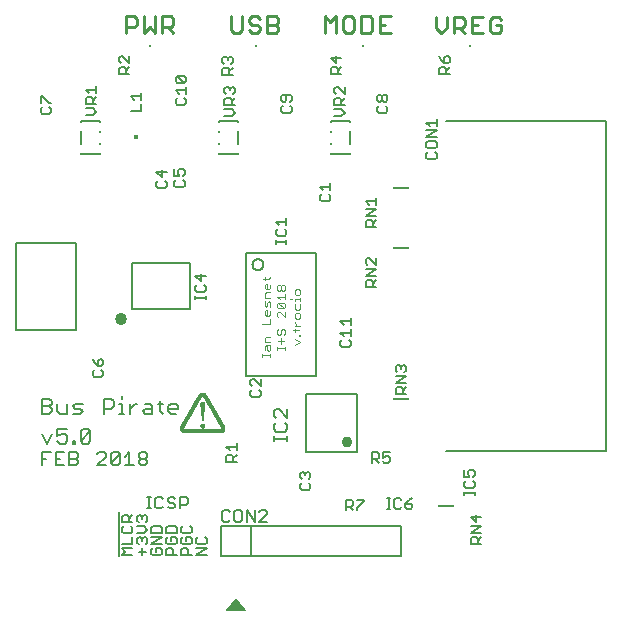
<source format=gto>
G75*
%MOIN*%
%OFA0B0*%
%FSLAX25Y25*%
%IPPOS*%
%LPD*%
%AMOC8*
5,1,8,0,0,1.08239X$1,22.5*
%
%ADD10C,0.01100*%
%ADD11C,0.00400*%
%ADD12C,0.00700*%
%ADD13C,0.00600*%
%ADD14C,0.00500*%
%ADD15C,0.00100*%
%ADD16R,0.00787X0.00787*%
%ADD17R,0.01181X0.01575*%
%ADD18R,0.00060X0.00060*%
%ADD19R,0.00060X0.00060*%
%ADD20R,0.00060X0.00060*%
%ADD21R,0.00060X0.00060*%
%ADD22R,0.05512X0.00394*%
%ADD23R,0.05512X0.00787*%
%ADD24R,0.00394X0.00787*%
%ADD25C,0.04057*%
%ADD26C,0.00800*%
%ADD27C,0.03619*%
D10*
X0197914Y0245788D02*
X0199749Y0247623D01*
X0199749Y0251293D01*
X0202156Y0251293D02*
X0204909Y0251293D01*
X0205826Y0250375D01*
X0205826Y0248540D01*
X0204909Y0247623D01*
X0202156Y0247623D01*
X0203991Y0247623D02*
X0205826Y0245788D01*
X0208233Y0245788D02*
X0211903Y0245788D01*
X0214311Y0246705D02*
X0215228Y0245788D01*
X0217063Y0245788D01*
X0217980Y0246705D01*
X0217980Y0248540D01*
X0216145Y0248540D01*
X0214311Y0250375D02*
X0214311Y0246705D01*
X0214311Y0250375D02*
X0215228Y0251293D01*
X0217063Y0251293D01*
X0217980Y0250375D01*
X0211903Y0251293D02*
X0208233Y0251293D01*
X0208233Y0245788D01*
X0208233Y0248540D02*
X0210068Y0248540D01*
X0202156Y0245788D02*
X0202156Y0251293D01*
X0196079Y0251293D02*
X0196079Y0247623D01*
X0197914Y0245788D01*
X0181090Y0245937D02*
X0177420Y0245937D01*
X0177420Y0251442D01*
X0181090Y0251442D01*
X0179255Y0248690D02*
X0177420Y0248690D01*
X0175013Y0246855D02*
X0175013Y0250525D01*
X0174096Y0251442D01*
X0171343Y0251442D01*
X0171343Y0245937D01*
X0174096Y0245937D01*
X0175013Y0246855D01*
X0168936Y0246855D02*
X0168936Y0250525D01*
X0168018Y0251442D01*
X0166184Y0251442D01*
X0165266Y0250525D01*
X0165266Y0246855D01*
X0166184Y0245937D01*
X0168018Y0245937D01*
X0168936Y0246855D01*
X0162859Y0245937D02*
X0162859Y0251442D01*
X0161024Y0249607D01*
X0159189Y0251442D01*
X0159189Y0245937D01*
X0143677Y0246855D02*
X0142759Y0245937D01*
X0140007Y0245937D01*
X0140007Y0251442D01*
X0142759Y0251442D01*
X0143677Y0250525D01*
X0143677Y0249607D01*
X0142759Y0248690D01*
X0140007Y0248690D01*
X0137599Y0247772D02*
X0137599Y0246855D01*
X0136682Y0245937D01*
X0134847Y0245937D01*
X0133930Y0246855D01*
X0134847Y0248690D02*
X0136682Y0248690D01*
X0137599Y0247772D01*
X0137599Y0250525D02*
X0136682Y0251442D01*
X0134847Y0251442D01*
X0133930Y0250525D01*
X0133930Y0249607D01*
X0134847Y0248690D01*
X0131522Y0246855D02*
X0131522Y0251442D01*
X0127853Y0251442D02*
X0127853Y0246855D01*
X0128770Y0245937D01*
X0130605Y0245937D01*
X0131522Y0246855D01*
X0142759Y0248690D02*
X0143677Y0247772D01*
X0143677Y0246855D01*
X0108677Y0245937D02*
X0106842Y0247772D01*
X0107759Y0247772D02*
X0105007Y0247772D01*
X0105007Y0245937D02*
X0105007Y0251442D01*
X0107759Y0251442D01*
X0108677Y0250525D01*
X0108677Y0248690D01*
X0107759Y0247772D01*
X0102599Y0245937D02*
X0102599Y0251442D01*
X0098930Y0251442D02*
X0098930Y0245937D01*
X0100765Y0247772D01*
X0102599Y0245937D01*
X0096522Y0248690D02*
X0095605Y0247772D01*
X0092853Y0247772D01*
X0092853Y0245937D02*
X0092853Y0251442D01*
X0095605Y0251442D01*
X0096522Y0250525D01*
X0096522Y0248690D01*
D11*
X0139075Y0164420D02*
X0139075Y0163486D01*
X0138608Y0163953D02*
X0140476Y0163953D01*
X0140943Y0164420D01*
X0140009Y0162408D02*
X0140009Y0160540D01*
X0139542Y0160540D02*
X0139075Y0161007D01*
X0139075Y0161941D01*
X0139542Y0162408D01*
X0140009Y0162408D01*
X0140943Y0161941D02*
X0140943Y0161007D01*
X0140476Y0160540D01*
X0139542Y0160540D01*
X0139542Y0159461D02*
X0140943Y0159461D01*
X0139542Y0159461D02*
X0139075Y0158994D01*
X0139075Y0157593D01*
X0140943Y0157593D01*
X0140476Y0156515D02*
X0140009Y0156048D01*
X0140009Y0155114D01*
X0139542Y0154647D01*
X0139075Y0155114D01*
X0139075Y0156515D01*
X0140476Y0156515D02*
X0140943Y0156048D01*
X0140943Y0154647D01*
X0140009Y0153568D02*
X0140009Y0151700D01*
X0139542Y0151700D02*
X0139075Y0152167D01*
X0139075Y0153101D01*
X0139542Y0153568D01*
X0140009Y0153568D01*
X0140943Y0153101D02*
X0140943Y0152167D01*
X0140476Y0151700D01*
X0139542Y0151700D01*
X0140943Y0150622D02*
X0140943Y0148753D01*
X0138141Y0148753D01*
X0143141Y0146717D02*
X0143141Y0145783D01*
X0143608Y0145316D01*
X0144075Y0145316D01*
X0144542Y0145783D01*
X0144542Y0146717D01*
X0145009Y0147184D01*
X0145476Y0147184D01*
X0145943Y0146717D01*
X0145943Y0145783D01*
X0145476Y0145316D01*
X0144542Y0144238D02*
X0144542Y0142369D01*
X0143608Y0143303D02*
X0145476Y0143303D01*
X0145943Y0141339D02*
X0145943Y0140405D01*
X0145943Y0140872D02*
X0143141Y0140872D01*
X0143141Y0140405D02*
X0143141Y0141339D01*
X0140943Y0141782D02*
X0140943Y0140381D01*
X0140476Y0139914D01*
X0140009Y0140381D01*
X0140009Y0141782D01*
X0139542Y0141782D02*
X0140943Y0141782D01*
X0140943Y0142860D02*
X0139075Y0142860D01*
X0139075Y0144262D01*
X0139542Y0144729D01*
X0140943Y0144729D01*
X0143141Y0146717D02*
X0143608Y0147184D01*
X0143608Y0151209D02*
X0143141Y0151676D01*
X0143141Y0152610D01*
X0143608Y0153077D01*
X0144075Y0153077D01*
X0145943Y0151209D01*
X0145943Y0153077D01*
X0145476Y0154155D02*
X0143608Y0156024D01*
X0145476Y0156024D01*
X0145943Y0155557D01*
X0145943Y0154623D01*
X0145476Y0154155D01*
X0143608Y0154155D01*
X0143141Y0154623D01*
X0143141Y0155557D01*
X0143608Y0156024D01*
X0144075Y0157102D02*
X0143141Y0158036D01*
X0145943Y0158036D01*
X0145943Y0157102D02*
X0145943Y0158970D01*
X0145476Y0160048D02*
X0145009Y0160048D01*
X0144542Y0160516D01*
X0144542Y0161450D01*
X0145009Y0161917D01*
X0145476Y0161917D01*
X0145943Y0161450D01*
X0145943Y0160516D01*
X0145476Y0160048D01*
X0144542Y0160516D02*
X0144075Y0160048D01*
X0143608Y0160048D01*
X0143141Y0160516D01*
X0143141Y0161450D01*
X0143608Y0161917D01*
X0144075Y0161917D01*
X0144542Y0161450D01*
X0149075Y0159976D02*
X0149075Y0159042D01*
X0149542Y0158575D01*
X0150476Y0158575D01*
X0150943Y0159042D01*
X0150943Y0159976D01*
X0150476Y0160443D01*
X0149542Y0160443D01*
X0149075Y0159976D01*
X0149075Y0157078D02*
X0150943Y0157078D01*
X0150943Y0156611D02*
X0150943Y0157545D01*
X0149075Y0157078D02*
X0149075Y0156611D01*
X0148141Y0157078D02*
X0147674Y0157078D01*
X0149075Y0155533D02*
X0149075Y0154131D01*
X0149542Y0153664D01*
X0150476Y0153664D01*
X0150943Y0154131D01*
X0150943Y0155533D01*
X0150476Y0152586D02*
X0149542Y0152586D01*
X0149075Y0152119D01*
X0149075Y0151185D01*
X0149542Y0150718D01*
X0150476Y0150718D01*
X0150943Y0151185D01*
X0150943Y0152119D01*
X0150476Y0152586D01*
X0149075Y0149664D02*
X0149075Y0149197D01*
X0150009Y0148262D01*
X0150943Y0148262D02*
X0149075Y0148262D01*
X0149075Y0147232D02*
X0149075Y0146298D01*
X0148608Y0146765D02*
X0150476Y0146765D01*
X0150943Y0147232D01*
X0150943Y0145292D02*
X0150943Y0144825D01*
X0150476Y0144825D01*
X0150476Y0145292D01*
X0150943Y0145292D01*
X0149075Y0143747D02*
X0150943Y0142812D01*
X0149075Y0141878D01*
X0140943Y0138884D02*
X0140943Y0137950D01*
X0140943Y0138417D02*
X0138141Y0138417D01*
X0138141Y0137950D02*
X0138141Y0138884D01*
X0139075Y0140381D02*
X0139075Y0141315D01*
X0139542Y0141782D01*
D12*
X0110273Y0121502D02*
X0110273Y0120685D01*
X0107004Y0120685D01*
X0107004Y0121502D02*
X0107821Y0122319D01*
X0109456Y0122319D01*
X0110273Y0121502D01*
X0109456Y0119050D02*
X0107821Y0119050D01*
X0107004Y0119867D01*
X0107004Y0121502D01*
X0105201Y0122319D02*
X0103566Y0122319D01*
X0104384Y0123137D02*
X0104384Y0119867D01*
X0105201Y0119050D01*
X0101679Y0119050D02*
X0101679Y0121502D01*
X0100862Y0122319D01*
X0099227Y0122319D01*
X0099227Y0120685D02*
X0101679Y0120685D01*
X0101679Y0119050D02*
X0099227Y0119050D01*
X0098410Y0119867D01*
X0099227Y0120685D01*
X0096565Y0122319D02*
X0095748Y0122319D01*
X0094113Y0120685D01*
X0094113Y0122319D02*
X0094113Y0119050D01*
X0092310Y0119050D02*
X0090675Y0119050D01*
X0091493Y0119050D02*
X0091493Y0122319D01*
X0090675Y0122319D01*
X0091493Y0123954D02*
X0091493Y0124772D01*
X0088788Y0123137D02*
X0088788Y0121502D01*
X0087971Y0120685D01*
X0085519Y0120685D01*
X0085519Y0119050D02*
X0085519Y0123954D01*
X0087971Y0123954D01*
X0088788Y0123137D01*
X0078476Y0122319D02*
X0076023Y0122319D01*
X0075206Y0121502D01*
X0076023Y0120685D01*
X0077658Y0120685D01*
X0078476Y0119867D01*
X0077658Y0119050D01*
X0075206Y0119050D01*
X0073319Y0119050D02*
X0073319Y0122319D01*
X0073319Y0119050D02*
X0070867Y0119050D01*
X0070050Y0119867D01*
X0070050Y0122319D01*
X0068163Y0122319D02*
X0068163Y0123137D01*
X0067345Y0123954D01*
X0064893Y0123954D01*
X0064893Y0119050D01*
X0067345Y0119050D01*
X0068163Y0119867D01*
X0068163Y0120685D01*
X0067345Y0121502D01*
X0064893Y0121502D01*
X0067345Y0121502D02*
X0068163Y0122319D01*
X0070050Y0113954D02*
X0070050Y0111502D01*
X0071684Y0112319D01*
X0072502Y0112319D01*
X0073319Y0111502D01*
X0073319Y0109867D01*
X0072502Y0109050D01*
X0070867Y0109050D01*
X0070050Y0109867D01*
X0068163Y0112319D02*
X0066528Y0109050D01*
X0064893Y0112319D01*
X0070050Y0113954D02*
X0073319Y0113954D01*
X0075206Y0109867D02*
X0076023Y0109867D01*
X0076023Y0109050D01*
X0075206Y0109050D01*
X0075206Y0109867D01*
X0077784Y0109867D02*
X0077784Y0113137D01*
X0078602Y0113954D01*
X0080236Y0113954D01*
X0081054Y0113137D01*
X0077784Y0109867D01*
X0078602Y0109050D01*
X0080236Y0109050D01*
X0081054Y0109867D01*
X0081054Y0113137D01*
X0099893Y0091216D02*
X0101161Y0091216D01*
X0100527Y0091216D02*
X0100527Y0087412D01*
X0099893Y0087412D02*
X0101161Y0087412D01*
X0102656Y0088046D02*
X0103290Y0087412D01*
X0104557Y0087412D01*
X0105191Y0088046D01*
X0106799Y0088046D02*
X0107433Y0087412D01*
X0108701Y0087412D01*
X0109335Y0088046D01*
X0109335Y0088680D01*
X0108701Y0089314D01*
X0107433Y0089314D01*
X0106799Y0089948D01*
X0106799Y0090582D01*
X0107433Y0091216D01*
X0108701Y0091216D01*
X0109335Y0090582D01*
X0110943Y0091216D02*
X0112844Y0091216D01*
X0113478Y0090582D01*
X0113478Y0089314D01*
X0112844Y0088680D01*
X0110943Y0088680D01*
X0110943Y0087412D02*
X0110943Y0091216D01*
X0105191Y0090582D02*
X0104557Y0091216D01*
X0103290Y0091216D01*
X0102656Y0090582D01*
X0102656Y0088046D01*
D13*
X0099273Y0101800D02*
X0097805Y0101800D01*
X0097071Y0102534D01*
X0097071Y0103268D01*
X0097805Y0104002D01*
X0099273Y0104002D01*
X0100007Y0103268D01*
X0100007Y0102534D01*
X0099273Y0101800D01*
X0099273Y0104002D02*
X0100007Y0104736D01*
X0100007Y0105470D01*
X0099273Y0106204D01*
X0097805Y0106204D01*
X0097071Y0105470D01*
X0097071Y0104736D01*
X0097805Y0104002D01*
X0095403Y0101800D02*
X0092467Y0101800D01*
X0093935Y0101800D02*
X0093935Y0106204D01*
X0092467Y0104736D01*
X0090799Y0105470D02*
X0087863Y0102534D01*
X0088597Y0101800D01*
X0090065Y0101800D01*
X0090799Y0102534D01*
X0090799Y0105470D01*
X0090065Y0106204D01*
X0088597Y0106204D01*
X0087863Y0105470D01*
X0087863Y0102534D01*
X0086195Y0101800D02*
X0083259Y0101800D01*
X0086195Y0104736D01*
X0086195Y0105470D01*
X0085461Y0106204D01*
X0083993Y0106204D01*
X0083259Y0105470D01*
X0076987Y0105470D02*
X0076987Y0104736D01*
X0076253Y0104002D01*
X0074051Y0104002D01*
X0074051Y0101800D02*
X0074051Y0106204D01*
X0076253Y0106204D01*
X0076987Y0105470D01*
X0076253Y0104002D02*
X0076987Y0103268D01*
X0076987Y0102534D01*
X0076253Y0101800D01*
X0074051Y0101800D01*
X0072383Y0101800D02*
X0069447Y0101800D01*
X0069447Y0106204D01*
X0072383Y0106204D01*
X0070915Y0104002D02*
X0069447Y0104002D01*
X0067779Y0106204D02*
X0064843Y0106204D01*
X0064843Y0101800D01*
X0064843Y0104002D02*
X0066311Y0104002D01*
X0124543Y0081500D02*
X0124543Y0071500D01*
X0134543Y0071500D01*
X0134543Y0081500D01*
X0124543Y0081500D01*
X0134543Y0081500D02*
X0184543Y0081500D01*
X0184543Y0071500D01*
X0134543Y0071500D01*
X0142293Y0109990D02*
X0142293Y0111458D01*
X0142293Y0110724D02*
X0146697Y0110724D01*
X0146697Y0109990D02*
X0146697Y0111458D01*
X0145963Y0113059D02*
X0143027Y0113059D01*
X0142293Y0113793D01*
X0142293Y0115261D01*
X0143027Y0115995D01*
X0143027Y0117663D02*
X0142293Y0118397D01*
X0142293Y0119865D01*
X0143027Y0120599D01*
X0143761Y0120599D01*
X0146697Y0117663D01*
X0146697Y0120599D01*
X0145963Y0115995D02*
X0146697Y0115261D01*
X0146697Y0113793D01*
X0145963Y0113059D01*
X0156059Y0131653D02*
X0133028Y0131653D01*
X0133028Y0172597D01*
X0156059Y0172597D01*
X0156059Y0131653D01*
X0114193Y0153799D02*
X0094894Y0153799D01*
X0094894Y0169201D01*
X0114193Y0169201D01*
X0114193Y0153799D01*
X0135057Y0168759D02*
X0135059Y0168844D01*
X0135065Y0168928D01*
X0135075Y0169013D01*
X0135089Y0169096D01*
X0135106Y0169179D01*
X0135128Y0169261D01*
X0135154Y0169342D01*
X0135183Y0169422D01*
X0135216Y0169500D01*
X0135252Y0169576D01*
X0135292Y0169651D01*
X0135336Y0169724D01*
X0135383Y0169795D01*
X0135433Y0169863D01*
X0135486Y0169929D01*
X0135543Y0169992D01*
X0135602Y0170053D01*
X0135664Y0170111D01*
X0135729Y0170166D01*
X0135796Y0170218D01*
X0135865Y0170266D01*
X0135937Y0170311D01*
X0136011Y0170353D01*
X0136087Y0170391D01*
X0136164Y0170426D01*
X0136243Y0170457D01*
X0136323Y0170485D01*
X0136405Y0170508D01*
X0136487Y0170528D01*
X0136570Y0170544D01*
X0136654Y0170556D01*
X0136739Y0170564D01*
X0136824Y0170568D01*
X0136908Y0170568D01*
X0136993Y0170564D01*
X0137078Y0170556D01*
X0137162Y0170544D01*
X0137245Y0170528D01*
X0137327Y0170508D01*
X0137409Y0170485D01*
X0137489Y0170457D01*
X0137568Y0170426D01*
X0137645Y0170391D01*
X0137721Y0170353D01*
X0137795Y0170311D01*
X0137867Y0170266D01*
X0137936Y0170218D01*
X0138003Y0170166D01*
X0138068Y0170111D01*
X0138130Y0170053D01*
X0138189Y0169992D01*
X0138246Y0169929D01*
X0138299Y0169863D01*
X0138349Y0169795D01*
X0138396Y0169724D01*
X0138440Y0169651D01*
X0138480Y0169576D01*
X0138516Y0169500D01*
X0138549Y0169422D01*
X0138578Y0169342D01*
X0138604Y0169261D01*
X0138626Y0169179D01*
X0138643Y0169096D01*
X0138657Y0169013D01*
X0138667Y0168928D01*
X0138673Y0168844D01*
X0138675Y0168759D01*
X0138673Y0168674D01*
X0138667Y0168590D01*
X0138657Y0168505D01*
X0138643Y0168422D01*
X0138626Y0168339D01*
X0138604Y0168257D01*
X0138578Y0168176D01*
X0138549Y0168096D01*
X0138516Y0168018D01*
X0138480Y0167942D01*
X0138440Y0167867D01*
X0138396Y0167794D01*
X0138349Y0167723D01*
X0138299Y0167655D01*
X0138246Y0167589D01*
X0138189Y0167526D01*
X0138130Y0167465D01*
X0138068Y0167407D01*
X0138003Y0167352D01*
X0137936Y0167300D01*
X0137867Y0167252D01*
X0137795Y0167207D01*
X0137721Y0167165D01*
X0137645Y0167127D01*
X0137568Y0167092D01*
X0137489Y0167061D01*
X0137409Y0167033D01*
X0137327Y0167010D01*
X0137245Y0166990D01*
X0137162Y0166974D01*
X0137078Y0166962D01*
X0136993Y0166954D01*
X0136908Y0166950D01*
X0136824Y0166950D01*
X0136739Y0166954D01*
X0136654Y0166962D01*
X0136570Y0166974D01*
X0136487Y0166990D01*
X0136405Y0167010D01*
X0136323Y0167033D01*
X0136243Y0167061D01*
X0136164Y0167092D01*
X0136087Y0167127D01*
X0136011Y0167165D01*
X0135937Y0167207D01*
X0135865Y0167252D01*
X0135796Y0167300D01*
X0135729Y0167352D01*
X0135664Y0167407D01*
X0135602Y0167465D01*
X0135543Y0167526D01*
X0135486Y0167589D01*
X0135433Y0167655D01*
X0135383Y0167723D01*
X0135336Y0167794D01*
X0135292Y0167867D01*
X0135252Y0167942D01*
X0135216Y0168018D01*
X0135183Y0168096D01*
X0135154Y0168176D01*
X0135128Y0168257D01*
X0135106Y0168339D01*
X0135089Y0168422D01*
X0135075Y0168505D01*
X0135065Y0168590D01*
X0135059Y0168674D01*
X0135057Y0168759D01*
X0130232Y0205486D02*
X0123854Y0205486D01*
X0123854Y0205856D01*
X0123854Y0209030D02*
X0123854Y0209400D01*
X0123854Y0212770D02*
X0123854Y0213140D01*
X0123854Y0216313D02*
X0123854Y0216683D01*
X0130232Y0216683D01*
X0130232Y0216313D01*
X0130232Y0213140D02*
X0130232Y0209030D01*
X0130232Y0205856D02*
X0130232Y0205486D01*
X0161087Y0205486D02*
X0161087Y0205856D01*
X0161087Y0205486D02*
X0167465Y0205486D01*
X0167465Y0205856D01*
X0167465Y0209030D02*
X0167465Y0213140D01*
X0167465Y0216313D02*
X0167465Y0216683D01*
X0161087Y0216683D01*
X0161087Y0216313D01*
X0161087Y0213140D02*
X0161087Y0212770D01*
X0161087Y0209400D02*
X0161087Y0209030D01*
X0199465Y0216520D02*
X0252969Y0216520D01*
X0252969Y0106480D01*
X0199465Y0106480D01*
X0084354Y0205486D02*
X0077976Y0205486D01*
X0077976Y0205856D01*
X0077976Y0209030D02*
X0077976Y0213140D01*
X0077976Y0216313D02*
X0077976Y0216683D01*
X0084354Y0216683D01*
X0084354Y0216313D01*
X0084354Y0213140D02*
X0084354Y0212770D01*
X0084354Y0209400D02*
X0084354Y0209030D01*
X0084354Y0205856D02*
X0084354Y0205486D01*
D14*
X0090543Y0086233D02*
X0090543Y0071500D01*
X0091540Y0071750D02*
X0092708Y0072918D01*
X0091540Y0074085D01*
X0095043Y0074085D01*
X0095043Y0075433D02*
X0091540Y0075433D01*
X0095043Y0075433D02*
X0095043Y0077768D01*
X0094459Y0079116D02*
X0095043Y0079700D01*
X0095043Y0080868D01*
X0094459Y0081452D01*
X0093876Y0082799D02*
X0093876Y0084551D01*
X0093292Y0085135D01*
X0092124Y0085135D01*
X0091540Y0084551D01*
X0091540Y0082799D01*
X0095043Y0082799D01*
X0096540Y0083383D02*
X0096540Y0084551D01*
X0097124Y0085135D01*
X0097708Y0085135D01*
X0098292Y0084551D01*
X0098876Y0085135D01*
X0099459Y0085135D01*
X0100043Y0084551D01*
X0100043Y0083383D01*
X0099459Y0082799D01*
X0098876Y0081452D02*
X0096540Y0081452D01*
X0097124Y0082799D02*
X0096540Y0083383D01*
X0098292Y0083967D02*
X0098292Y0084551D01*
X0098876Y0081452D02*
X0100043Y0080284D01*
X0098876Y0079116D01*
X0096540Y0079116D01*
X0097124Y0077768D02*
X0096540Y0077185D01*
X0096540Y0076017D01*
X0097124Y0075433D01*
X0098292Y0076601D02*
X0098292Y0077185D01*
X0098876Y0077768D01*
X0099459Y0077768D01*
X0100043Y0077185D01*
X0100043Y0076017D01*
X0099459Y0075433D01*
X0101228Y0075433D02*
X0104731Y0077768D01*
X0101228Y0077768D01*
X0101228Y0079116D02*
X0101228Y0080868D01*
X0101812Y0081452D01*
X0104147Y0081452D01*
X0104731Y0080868D01*
X0104731Y0079116D01*
X0101228Y0079116D01*
X0098292Y0077185D02*
X0097708Y0077768D01*
X0097124Y0077768D01*
X0094459Y0079116D02*
X0092124Y0079116D01*
X0091540Y0079700D01*
X0091540Y0080868D01*
X0092124Y0081452D01*
X0093876Y0083967D02*
X0095043Y0085135D01*
X0101228Y0075433D02*
X0104731Y0075433D01*
X0104147Y0074085D02*
X0102979Y0074085D01*
X0102979Y0072918D01*
X0101812Y0074085D02*
X0101228Y0073501D01*
X0101228Y0072334D01*
X0101812Y0071750D01*
X0104147Y0071750D01*
X0104731Y0072334D01*
X0104731Y0073501D01*
X0104147Y0074085D01*
X0106228Y0073501D02*
X0106812Y0074085D01*
X0107979Y0074085D01*
X0108563Y0073501D01*
X0108563Y0071750D01*
X0109731Y0071750D02*
X0106228Y0071750D01*
X0106228Y0073501D01*
X0106812Y0075433D02*
X0109147Y0075433D01*
X0109731Y0076017D01*
X0109731Y0077185D01*
X0109147Y0077768D01*
X0107979Y0077768D01*
X0107979Y0076601D01*
X0106812Y0077768D02*
X0106228Y0077185D01*
X0106228Y0076017D01*
X0106812Y0075433D01*
X0106228Y0079116D02*
X0106228Y0080868D01*
X0106812Y0081452D01*
X0109147Y0081452D01*
X0109731Y0080868D01*
X0109731Y0079116D01*
X0106228Y0079116D01*
X0111228Y0079700D02*
X0111228Y0080868D01*
X0111812Y0081452D01*
X0111228Y0079700D02*
X0111812Y0079116D01*
X0114147Y0079116D01*
X0114731Y0079700D01*
X0114731Y0080868D01*
X0114147Y0081452D01*
X0114147Y0077768D02*
X0112979Y0077768D01*
X0112979Y0076601D01*
X0111812Y0077768D02*
X0111228Y0077185D01*
X0111228Y0076017D01*
X0111812Y0075433D01*
X0114147Y0075433D01*
X0114731Y0076017D01*
X0114731Y0077185D01*
X0114147Y0077768D01*
X0116228Y0077185D02*
X0116228Y0076017D01*
X0116812Y0075433D01*
X0119147Y0075433D01*
X0119731Y0076017D01*
X0119731Y0077185D01*
X0119147Y0077768D01*
X0116812Y0077768D02*
X0116228Y0077185D01*
X0116228Y0074085D02*
X0119731Y0074085D01*
X0116228Y0071750D01*
X0119731Y0071750D01*
X0114731Y0071750D02*
X0111228Y0071750D01*
X0111228Y0073501D01*
X0111812Y0074085D01*
X0112979Y0074085D01*
X0113563Y0073501D01*
X0113563Y0071750D01*
X0099459Y0072918D02*
X0097124Y0072918D01*
X0098292Y0071750D02*
X0098292Y0074085D01*
X0095043Y0071750D02*
X0091540Y0071750D01*
X0124793Y0083667D02*
X0125461Y0083000D01*
X0126795Y0083000D01*
X0127462Y0083667D01*
X0128937Y0083667D02*
X0129604Y0083000D01*
X0130939Y0083000D01*
X0131606Y0083667D01*
X0131606Y0086336D01*
X0130939Y0087003D01*
X0129604Y0087003D01*
X0128937Y0086336D01*
X0128937Y0083667D01*
X0127462Y0086336D02*
X0126795Y0087003D01*
X0125461Y0087003D01*
X0124793Y0086336D01*
X0124793Y0083667D01*
X0133080Y0083000D02*
X0133080Y0087003D01*
X0135749Y0083000D01*
X0135749Y0087003D01*
X0137224Y0086336D02*
X0137891Y0087003D01*
X0139226Y0087003D01*
X0139893Y0086336D01*
X0139893Y0085669D01*
X0137224Y0083000D01*
X0139893Y0083000D01*
X0150866Y0094225D02*
X0151450Y0093641D01*
X0153785Y0093641D01*
X0154369Y0094225D01*
X0154369Y0095393D01*
X0153785Y0095977D01*
X0153785Y0097325D02*
X0154369Y0097908D01*
X0154369Y0099076D01*
X0153785Y0099660D01*
X0153201Y0099660D01*
X0152617Y0099076D01*
X0152617Y0098492D01*
X0152617Y0099076D02*
X0152033Y0099660D01*
X0151450Y0099660D01*
X0150866Y0099076D01*
X0150866Y0097908D01*
X0151450Y0097325D01*
X0151450Y0095977D02*
X0150866Y0095393D01*
X0150866Y0094225D01*
X0166235Y0090378D02*
X0166235Y0086875D01*
X0166235Y0088043D02*
X0167987Y0088043D01*
X0168570Y0088626D01*
X0168570Y0089794D01*
X0167987Y0090378D01*
X0166235Y0090378D01*
X0167403Y0088043D02*
X0168570Y0086875D01*
X0169918Y0086875D02*
X0169918Y0087459D01*
X0172254Y0089794D01*
X0172254Y0090378D01*
X0169918Y0090378D01*
X0179882Y0090753D02*
X0181050Y0090753D01*
X0180466Y0090753D02*
X0180466Y0087250D01*
X0179882Y0087250D02*
X0181050Y0087250D01*
X0182338Y0087834D02*
X0182338Y0090169D01*
X0182922Y0090753D01*
X0184089Y0090753D01*
X0184673Y0090169D01*
X0186021Y0089001D02*
X0186021Y0087834D01*
X0186605Y0087250D01*
X0187773Y0087250D01*
X0188356Y0087834D01*
X0188356Y0088418D01*
X0187773Y0089001D01*
X0186021Y0089001D01*
X0187189Y0090169D01*
X0188356Y0090753D01*
X0184673Y0087834D02*
X0184089Y0087250D01*
X0182922Y0087250D01*
X0182338Y0087834D01*
X0180170Y0102625D02*
X0179002Y0102625D01*
X0178418Y0103209D01*
X0178418Y0104376D02*
X0179586Y0104960D01*
X0180170Y0104960D01*
X0180754Y0104376D01*
X0180754Y0103209D01*
X0180170Y0102625D01*
X0178418Y0104376D02*
X0178418Y0106128D01*
X0180754Y0106128D01*
X0177070Y0105544D02*
X0177070Y0104376D01*
X0176487Y0103793D01*
X0174735Y0103793D01*
X0175903Y0103793D02*
X0177070Y0102625D01*
X0174735Y0102625D02*
X0174735Y0106128D01*
X0176487Y0106128D01*
X0177070Y0105544D01*
X0182768Y0125428D02*
X0182768Y0127179D01*
X0183352Y0127763D01*
X0184520Y0127763D01*
X0185103Y0127179D01*
X0185103Y0125428D01*
X0185103Y0126596D02*
X0186271Y0127763D01*
X0186271Y0129111D02*
X0182768Y0129111D01*
X0186271Y0131446D01*
X0182768Y0131446D01*
X0183352Y0132794D02*
X0182768Y0133378D01*
X0182768Y0134546D01*
X0183352Y0135130D01*
X0183936Y0135130D01*
X0184520Y0134546D01*
X0185103Y0135130D01*
X0185687Y0135130D01*
X0186271Y0134546D01*
X0186271Y0133378D01*
X0185687Y0132794D01*
X0184520Y0133962D02*
X0184520Y0134546D01*
X0186271Y0125428D02*
X0182768Y0125428D01*
X0167272Y0141225D02*
X0164937Y0141225D01*
X0164353Y0141809D01*
X0164353Y0142977D01*
X0164937Y0143561D01*
X0165520Y0144908D02*
X0164353Y0146076D01*
X0167856Y0146076D01*
X0167856Y0144908D02*
X0167856Y0147244D01*
X0167856Y0148592D02*
X0167856Y0150927D01*
X0167856Y0149759D02*
X0164353Y0149759D01*
X0165520Y0148592D01*
X0167272Y0143561D02*
X0167856Y0142977D01*
X0167856Y0141809D01*
X0167272Y0141225D01*
X0172790Y0161225D02*
X0172790Y0162977D01*
X0173374Y0163561D01*
X0174542Y0163561D01*
X0175126Y0162977D01*
X0175126Y0161225D01*
X0176293Y0161225D02*
X0172790Y0161225D01*
X0175126Y0162393D02*
X0176293Y0163561D01*
X0176293Y0164908D02*
X0172790Y0164908D01*
X0176293Y0167244D01*
X0172790Y0167244D01*
X0173374Y0168592D02*
X0172790Y0169175D01*
X0172790Y0170343D01*
X0173374Y0170927D01*
X0173958Y0170927D01*
X0176293Y0168592D01*
X0176293Y0170927D01*
X0176293Y0181225D02*
X0172790Y0181225D01*
X0172790Y0182977D01*
X0173374Y0183561D01*
X0174542Y0183561D01*
X0175126Y0182977D01*
X0175126Y0181225D01*
X0175126Y0182393D02*
X0176293Y0183561D01*
X0176293Y0184908D02*
X0172790Y0184908D01*
X0176293Y0187244D01*
X0172790Y0187244D01*
X0173958Y0188592D02*
X0172790Y0189759D01*
X0176293Y0189759D01*
X0176293Y0188592D02*
X0176293Y0190927D01*
X0161013Y0190363D02*
X0161013Y0191531D01*
X0160429Y0192115D01*
X0161013Y0193463D02*
X0161013Y0195798D01*
X0161013Y0194630D02*
X0157510Y0194630D01*
X0158678Y0193463D01*
X0158094Y0192115D02*
X0157510Y0191531D01*
X0157510Y0190363D01*
X0158094Y0189779D01*
X0160429Y0189779D01*
X0161013Y0190363D01*
X0146356Y0184197D02*
X0146356Y0181862D01*
X0146356Y0183029D02*
X0142853Y0183029D01*
X0144020Y0181862D01*
X0143437Y0180514D02*
X0142853Y0179930D01*
X0142853Y0178762D01*
X0143437Y0178178D01*
X0145772Y0178178D01*
X0146356Y0178762D01*
X0146356Y0179930D01*
X0145772Y0180514D01*
X0146356Y0176891D02*
X0146356Y0175723D01*
X0146356Y0176307D02*
X0142853Y0176307D01*
X0142853Y0175723D02*
X0142853Y0176891D01*
X0119482Y0164980D02*
X0115979Y0164980D01*
X0117731Y0163229D01*
X0117731Y0165564D01*
X0118898Y0161881D02*
X0119482Y0161297D01*
X0119482Y0160129D01*
X0118898Y0159546D01*
X0116563Y0159546D01*
X0115979Y0160129D01*
X0115979Y0161297D01*
X0116563Y0161881D01*
X0115979Y0158258D02*
X0115979Y0157090D01*
X0115979Y0157674D02*
X0119482Y0157674D01*
X0119482Y0157090D02*
X0119482Y0158258D01*
X0085256Y0136664D02*
X0084672Y0137248D01*
X0084088Y0137248D01*
X0083504Y0136664D01*
X0083504Y0134913D01*
X0084672Y0134913D01*
X0085256Y0135496D01*
X0085256Y0136664D01*
X0083504Y0134913D02*
X0082337Y0136080D01*
X0081753Y0137248D01*
X0082337Y0133565D02*
X0081753Y0132981D01*
X0081753Y0131813D01*
X0082337Y0131229D01*
X0084672Y0131229D01*
X0085256Y0131813D01*
X0085256Y0132981D01*
X0084672Y0133565D01*
X0076354Y0146933D02*
X0056079Y0146933D01*
X0056079Y0176067D01*
X0076354Y0176067D01*
X0076354Y0146933D01*
X0126228Y0107918D02*
X0129731Y0107918D01*
X0129731Y0109085D02*
X0129731Y0106750D01*
X0129731Y0105402D02*
X0128563Y0104235D01*
X0128563Y0104818D02*
X0128563Y0103067D01*
X0129731Y0103067D02*
X0126228Y0103067D01*
X0126228Y0104818D01*
X0126812Y0105402D01*
X0127979Y0105402D01*
X0128563Y0104818D01*
X0127395Y0106750D02*
X0126228Y0107918D01*
X0134937Y0124629D02*
X0137272Y0124629D01*
X0137856Y0125213D01*
X0137856Y0126381D01*
X0137272Y0126965D01*
X0137856Y0128312D02*
X0135520Y0130648D01*
X0134937Y0130648D01*
X0134353Y0130064D01*
X0134353Y0128896D01*
X0134937Y0128312D01*
X0134937Y0126965D02*
X0134353Y0126381D01*
X0134353Y0125213D01*
X0134937Y0124629D01*
X0137856Y0128312D02*
X0137856Y0130648D01*
X0205603Y0100313D02*
X0205603Y0097978D01*
X0207354Y0097978D01*
X0206770Y0099145D01*
X0206770Y0099729D01*
X0207354Y0100313D01*
X0208522Y0100313D01*
X0209106Y0099729D01*
X0209106Y0098562D01*
X0208522Y0097978D01*
X0208522Y0096630D02*
X0209106Y0096046D01*
X0209106Y0094878D01*
X0208522Y0094295D01*
X0206187Y0094295D01*
X0205603Y0094878D01*
X0205603Y0096046D01*
X0206187Y0096630D01*
X0205603Y0093007D02*
X0205603Y0091839D01*
X0205603Y0092423D02*
X0209106Y0092423D01*
X0209106Y0091839D02*
X0209106Y0093007D01*
X0209480Y0085240D02*
X0209480Y0082905D01*
X0207729Y0084657D01*
X0211232Y0084657D01*
X0211232Y0081557D02*
X0207729Y0081557D01*
X0207729Y0079222D02*
X0211232Y0081557D01*
X0211232Y0079222D02*
X0207729Y0079222D01*
X0208313Y0077874D02*
X0209480Y0077874D01*
X0210064Y0077290D01*
X0210064Y0075539D01*
X0210064Y0076706D02*
X0211232Y0077874D01*
X0211232Y0075539D02*
X0207729Y0075539D01*
X0207729Y0077290D01*
X0208313Y0077874D01*
X0105909Y0194242D02*
X0103574Y0194242D01*
X0102990Y0194826D01*
X0102990Y0195993D01*
X0103574Y0196577D01*
X0104742Y0197925D02*
X0104742Y0200260D01*
X0106493Y0199676D02*
X0102990Y0199676D01*
X0104742Y0197925D01*
X0105909Y0196577D02*
X0106493Y0195993D01*
X0106493Y0194826D01*
X0105909Y0194242D01*
X0108922Y0195063D02*
X0109506Y0194479D01*
X0111842Y0194479D01*
X0112425Y0195063D01*
X0112425Y0196231D01*
X0111842Y0196815D01*
X0111842Y0198163D02*
X0112425Y0198746D01*
X0112425Y0199914D01*
X0111842Y0200498D01*
X0110674Y0200498D01*
X0110090Y0199914D01*
X0110090Y0199330D01*
X0110674Y0198163D01*
X0108922Y0198163D01*
X0108922Y0200498D01*
X0109506Y0196815D02*
X0108922Y0196231D01*
X0108922Y0195063D01*
X0097959Y0220001D02*
X0094456Y0220001D01*
X0097959Y0220001D02*
X0097959Y0222337D01*
X0097959Y0223685D02*
X0097959Y0226020D01*
X0097959Y0224852D02*
X0094456Y0224852D01*
X0095623Y0223685D01*
X0093990Y0232235D02*
X0090487Y0232235D01*
X0090487Y0233986D01*
X0091071Y0234570D01*
X0092239Y0234570D01*
X0092823Y0233986D01*
X0092823Y0232235D01*
X0092823Y0233402D02*
X0093990Y0234570D01*
X0093990Y0235918D02*
X0091655Y0238253D01*
X0091071Y0238253D01*
X0090487Y0237669D01*
X0090487Y0236502D01*
X0091071Y0235918D01*
X0093990Y0235918D02*
X0093990Y0238253D01*
X0082959Y0228174D02*
X0082959Y0225839D01*
X0082959Y0227006D02*
X0079456Y0227006D01*
X0080623Y0225839D01*
X0080040Y0224491D02*
X0081207Y0224491D01*
X0081791Y0223907D01*
X0081791Y0222155D01*
X0082959Y0222155D02*
X0079456Y0222155D01*
X0079456Y0223907D01*
X0080040Y0224491D01*
X0081791Y0223323D02*
X0082959Y0224491D01*
X0081791Y0220808D02*
X0079456Y0220808D01*
X0081791Y0220808D02*
X0082959Y0219640D01*
X0081791Y0218472D01*
X0079456Y0218472D01*
X0067915Y0219485D02*
X0067915Y0220653D01*
X0067332Y0221237D01*
X0067332Y0222585D02*
X0067915Y0222585D01*
X0067332Y0222585D02*
X0064996Y0224920D01*
X0064412Y0224920D01*
X0064412Y0222585D01*
X0064996Y0221237D02*
X0064412Y0220653D01*
X0064412Y0219485D01*
X0064996Y0218902D01*
X0067332Y0218902D01*
X0067915Y0219485D01*
X0109456Y0222494D02*
X0110040Y0221910D01*
X0112375Y0221910D01*
X0112959Y0222494D01*
X0112959Y0223661D01*
X0112375Y0224245D01*
X0112959Y0225593D02*
X0112959Y0227928D01*
X0112959Y0226761D02*
X0109456Y0226761D01*
X0110623Y0225593D01*
X0110040Y0224245D02*
X0109456Y0223661D01*
X0109456Y0222494D01*
X0110040Y0229276D02*
X0109456Y0229860D01*
X0109456Y0231028D01*
X0110040Y0231611D01*
X0112375Y0229276D01*
X0112959Y0229860D01*
X0112959Y0231028D01*
X0112375Y0231611D01*
X0110040Y0231611D01*
X0110040Y0229276D02*
X0112375Y0229276D01*
X0124998Y0232011D02*
X0124998Y0233762D01*
X0125581Y0234346D01*
X0126749Y0234346D01*
X0127333Y0233762D01*
X0127333Y0232011D01*
X0127333Y0233178D02*
X0128500Y0234346D01*
X0127917Y0235694D02*
X0128500Y0236278D01*
X0128500Y0237445D01*
X0127917Y0238029D01*
X0127333Y0238029D01*
X0126749Y0237445D01*
X0126749Y0236862D01*
X0126749Y0237445D02*
X0126165Y0238029D01*
X0125581Y0238029D01*
X0124998Y0237445D01*
X0124998Y0236278D01*
X0125581Y0235694D01*
X0124998Y0232011D02*
X0128500Y0232011D01*
X0128642Y0227937D02*
X0129225Y0227353D01*
X0129225Y0226185D01*
X0128642Y0225601D01*
X0129225Y0224253D02*
X0128058Y0223086D01*
X0128058Y0223670D02*
X0128058Y0221918D01*
X0129225Y0221918D02*
X0125722Y0221918D01*
X0125722Y0223670D01*
X0126306Y0224253D01*
X0127474Y0224253D01*
X0128058Y0223670D01*
X0126306Y0225601D02*
X0125722Y0226185D01*
X0125722Y0227353D01*
X0126306Y0227937D01*
X0126890Y0227937D01*
X0127474Y0227353D01*
X0128058Y0227937D01*
X0128642Y0227937D01*
X0127474Y0227353D02*
X0127474Y0226769D01*
X0128058Y0220570D02*
X0125722Y0220570D01*
X0125722Y0218235D02*
X0128058Y0218235D01*
X0129225Y0219403D01*
X0128058Y0220570D01*
X0144632Y0221103D02*
X0144632Y0219935D01*
X0145216Y0219352D01*
X0147551Y0219352D01*
X0148135Y0219935D01*
X0148135Y0221103D01*
X0147551Y0221687D01*
X0147551Y0223035D02*
X0148135Y0223619D01*
X0148135Y0224786D01*
X0147551Y0225370D01*
X0145216Y0225370D01*
X0144632Y0224786D01*
X0144632Y0223619D01*
X0145216Y0223035D01*
X0145800Y0223035D01*
X0146383Y0223619D01*
X0146383Y0225370D01*
X0145216Y0221687D02*
X0144632Y0221103D01*
X0161070Y0232099D02*
X0161070Y0233851D01*
X0161654Y0234435D01*
X0162822Y0234435D01*
X0163406Y0233851D01*
X0163406Y0232099D01*
X0164573Y0232099D02*
X0161070Y0232099D01*
X0163406Y0233267D02*
X0164573Y0234435D01*
X0162822Y0235782D02*
X0162822Y0238118D01*
X0164573Y0237534D02*
X0161070Y0237534D01*
X0162822Y0235782D01*
X0162939Y0227924D02*
X0162355Y0227340D01*
X0162355Y0226173D01*
X0162939Y0225589D01*
X0162939Y0224241D02*
X0164106Y0224241D01*
X0164690Y0223657D01*
X0164690Y0221906D01*
X0164690Y0223073D02*
X0165858Y0224241D01*
X0165858Y0225589D02*
X0163522Y0227924D01*
X0162939Y0227924D01*
X0165858Y0227924D02*
X0165858Y0225589D01*
X0162939Y0224241D02*
X0162355Y0223657D01*
X0162355Y0221906D01*
X0165858Y0221906D01*
X0164690Y0220558D02*
X0165858Y0219390D01*
X0164690Y0218223D01*
X0162355Y0218223D01*
X0162355Y0220558D02*
X0164690Y0220558D01*
X0176540Y0221068D02*
X0176540Y0219901D01*
X0177124Y0219317D01*
X0179459Y0219317D01*
X0180043Y0219901D01*
X0180043Y0221068D01*
X0179459Y0221652D01*
X0179459Y0223000D02*
X0178876Y0223000D01*
X0178292Y0223584D01*
X0178292Y0224751D01*
X0178876Y0225335D01*
X0179459Y0225335D01*
X0180043Y0224751D01*
X0180043Y0223584D01*
X0179459Y0223000D01*
X0178292Y0223584D02*
X0177708Y0223000D01*
X0177124Y0223000D01*
X0176540Y0223584D01*
X0176540Y0224751D01*
X0177124Y0225335D01*
X0177708Y0225335D01*
X0178292Y0224751D01*
X0177124Y0221652D02*
X0176540Y0221068D01*
X0192901Y0215976D02*
X0196404Y0215976D01*
X0196404Y0217143D02*
X0196404Y0214808D01*
X0196404Y0213460D02*
X0192901Y0213460D01*
X0194069Y0214808D02*
X0192901Y0215976D01*
X0196404Y0213460D02*
X0192901Y0211125D01*
X0196404Y0211125D01*
X0195820Y0209777D02*
X0193485Y0209777D01*
X0192901Y0209193D01*
X0192901Y0208026D01*
X0193485Y0207442D01*
X0195820Y0207442D01*
X0196404Y0208026D01*
X0196404Y0209193D01*
X0195820Y0209777D01*
X0195820Y0206094D02*
X0196404Y0205510D01*
X0196404Y0204343D01*
X0195820Y0203759D01*
X0193485Y0203759D01*
X0192901Y0204343D01*
X0192901Y0205510D01*
X0193485Y0206094D01*
X0197289Y0232083D02*
X0197289Y0233834D01*
X0197873Y0234418D01*
X0199041Y0234418D01*
X0199625Y0233834D01*
X0199625Y0232083D01*
X0199625Y0233250D02*
X0200792Y0234418D01*
X0200209Y0235766D02*
X0200792Y0236350D01*
X0200792Y0237517D01*
X0200209Y0238101D01*
X0199625Y0238101D01*
X0199041Y0237517D01*
X0199041Y0235766D01*
X0200209Y0235766D01*
X0199041Y0235766D02*
X0197873Y0236933D01*
X0197289Y0238101D01*
X0197289Y0232083D02*
X0200792Y0232083D01*
D15*
X0129354Y0057378D02*
X0132567Y0053591D01*
X0126142Y0053591D01*
X0129354Y0057378D01*
X0129341Y0057363D02*
X0129367Y0057363D01*
X0129451Y0057264D02*
X0129258Y0057264D01*
X0129174Y0057166D02*
X0129535Y0057166D01*
X0129618Y0057067D02*
X0129091Y0057067D01*
X0129007Y0056968D02*
X0129702Y0056968D01*
X0129785Y0056870D02*
X0128923Y0056870D01*
X0128840Y0056771D02*
X0129869Y0056771D01*
X0129952Y0056673D02*
X0128756Y0056673D01*
X0128673Y0056574D02*
X0130036Y0056574D01*
X0130119Y0056476D02*
X0128589Y0056476D01*
X0128506Y0056377D02*
X0130203Y0056377D01*
X0130287Y0056279D02*
X0128422Y0056279D01*
X0128339Y0056180D02*
X0130370Y0056180D01*
X0130454Y0056082D02*
X0128255Y0056082D01*
X0128171Y0055983D02*
X0130537Y0055983D01*
X0130621Y0055885D02*
X0128088Y0055885D01*
X0128004Y0055786D02*
X0130704Y0055786D01*
X0130788Y0055688D02*
X0127921Y0055688D01*
X0127837Y0055589D02*
X0130872Y0055589D01*
X0130955Y0055491D02*
X0127754Y0055491D01*
X0127670Y0055392D02*
X0131039Y0055392D01*
X0131122Y0055294D02*
X0127586Y0055294D01*
X0127503Y0055195D02*
X0131206Y0055195D01*
X0131289Y0055097D02*
X0127419Y0055097D01*
X0127336Y0054998D02*
X0131373Y0054998D01*
X0131456Y0054900D02*
X0127252Y0054900D01*
X0127169Y0054801D02*
X0131540Y0054801D01*
X0131624Y0054703D02*
X0127085Y0054703D01*
X0127002Y0054604D02*
X0131707Y0054604D01*
X0131791Y0054506D02*
X0126918Y0054506D01*
X0126834Y0054407D02*
X0131874Y0054407D01*
X0131958Y0054309D02*
X0126751Y0054309D01*
X0126667Y0054210D02*
X0132041Y0054210D01*
X0132125Y0054112D02*
X0126584Y0054112D01*
X0126500Y0054013D02*
X0132208Y0054013D01*
X0132292Y0053915D02*
X0126417Y0053915D01*
X0126333Y0053816D02*
X0132376Y0053816D01*
X0132459Y0053718D02*
X0126250Y0053718D01*
X0126166Y0053619D02*
X0132543Y0053619D01*
D16*
X0136386Y0241500D03*
X0100854Y0241500D03*
X0171917Y0241500D03*
X0207445Y0241500D03*
D17*
X0096165Y0211085D03*
D18*
X0118216Y0125667D03*
X0118216Y0125608D03*
X0118096Y0125608D03*
X0118096Y0125487D03*
X0118096Y0125367D03*
X0118096Y0125308D03*
X0118216Y0125308D03*
X0118216Y0125367D03*
X0118216Y0125487D03*
X0118396Y0125487D03*
X0118396Y0125367D03*
X0118396Y0125308D03*
X0118516Y0125308D03*
X0118516Y0125367D03*
X0118516Y0125487D03*
X0118516Y0125608D03*
X0118516Y0125667D03*
X0118396Y0125667D03*
X0118396Y0125608D03*
X0118696Y0125608D03*
X0118696Y0125667D03*
X0118816Y0125667D03*
X0118816Y0125608D03*
X0118816Y0125487D03*
X0118816Y0125367D03*
X0118816Y0125308D03*
X0118696Y0125308D03*
X0118696Y0125367D03*
X0118696Y0125487D03*
X0118696Y0125187D03*
X0118696Y0125067D03*
X0118696Y0125008D03*
X0118816Y0125008D03*
X0118816Y0125067D03*
X0118816Y0125187D03*
X0118996Y0125187D03*
X0118996Y0125067D03*
X0118996Y0125008D03*
X0119116Y0125008D03*
X0119116Y0125067D03*
X0119116Y0125187D03*
X0119116Y0125308D03*
X0119116Y0125367D03*
X0118996Y0125367D03*
X0118996Y0125308D03*
X0118996Y0125487D03*
X0119116Y0125487D03*
X0119116Y0125608D03*
X0118996Y0125608D03*
X0118996Y0125667D03*
X0119296Y0125487D03*
X0119296Y0125367D03*
X0119296Y0125308D03*
X0119416Y0125308D03*
X0119416Y0125367D03*
X0119416Y0125187D03*
X0119416Y0125067D03*
X0119416Y0125008D03*
X0119296Y0125008D03*
X0119296Y0125067D03*
X0119296Y0125187D03*
X0119296Y0124887D03*
X0119296Y0124767D03*
X0119296Y0124708D03*
X0119416Y0124708D03*
X0119416Y0124767D03*
X0119416Y0124887D03*
X0119596Y0124887D03*
X0119596Y0124767D03*
X0119596Y0124708D03*
X0119716Y0124708D03*
X0119716Y0124767D03*
X0119716Y0124887D03*
X0119716Y0125008D03*
X0119716Y0125067D03*
X0119596Y0125067D03*
X0119596Y0125008D03*
X0119596Y0125187D03*
X0119716Y0125187D03*
X0119596Y0125308D03*
X0119896Y0124887D03*
X0119896Y0124767D03*
X0119896Y0124708D03*
X0120016Y0124708D03*
X0120016Y0124587D03*
X0120016Y0124467D03*
X0120016Y0124408D03*
X0119896Y0124408D03*
X0119896Y0124467D03*
X0119896Y0124587D03*
X0119716Y0124587D03*
X0119716Y0124467D03*
X0119716Y0124408D03*
X0119596Y0124408D03*
X0119596Y0124467D03*
X0119596Y0124587D03*
X0119416Y0124587D03*
X0119416Y0124467D03*
X0119416Y0124408D03*
X0119296Y0124408D03*
X0119296Y0124467D03*
X0119296Y0124587D03*
X0119116Y0124587D03*
X0119116Y0124467D03*
X0119116Y0124408D03*
X0119116Y0124287D03*
X0119296Y0124287D03*
X0119296Y0124167D03*
X0119296Y0124108D03*
X0119416Y0124108D03*
X0119416Y0124167D03*
X0119416Y0124287D03*
X0119596Y0124287D03*
X0119596Y0124167D03*
X0119596Y0124108D03*
X0119716Y0124108D03*
X0119716Y0124167D03*
X0119716Y0124287D03*
X0119896Y0124287D03*
X0119896Y0124167D03*
X0119896Y0124108D03*
X0120016Y0124108D03*
X0120016Y0124167D03*
X0120016Y0124287D03*
X0120196Y0124287D03*
X0120196Y0124167D03*
X0120196Y0124108D03*
X0120316Y0124108D03*
X0120316Y0124167D03*
X0120316Y0123987D03*
X0120316Y0123867D03*
X0120316Y0123808D03*
X0120196Y0123808D03*
X0120196Y0123867D03*
X0120196Y0123987D03*
X0120016Y0123987D03*
X0120016Y0123867D03*
X0120016Y0123808D03*
X0119896Y0123808D03*
X0119896Y0123867D03*
X0119896Y0123987D03*
X0119716Y0123987D03*
X0119716Y0123867D03*
X0119716Y0123808D03*
X0119596Y0123808D03*
X0119596Y0123867D03*
X0119596Y0123987D03*
X0119416Y0123987D03*
X0119416Y0123867D03*
X0119416Y0123808D03*
X0119296Y0123987D03*
X0119596Y0123687D03*
X0119596Y0123567D03*
X0119596Y0123508D03*
X0119716Y0123508D03*
X0119716Y0123567D03*
X0119716Y0123687D03*
X0119896Y0123687D03*
X0119896Y0123567D03*
X0119896Y0123508D03*
X0120016Y0123508D03*
X0120016Y0123567D03*
X0120016Y0123687D03*
X0120196Y0123687D03*
X0120196Y0123567D03*
X0120196Y0123508D03*
X0120316Y0123508D03*
X0120316Y0123567D03*
X0120316Y0123687D03*
X0120496Y0123687D03*
X0120496Y0123567D03*
X0120496Y0123508D03*
X0120616Y0123508D03*
X0120616Y0123567D03*
X0120616Y0123687D03*
X0120496Y0123808D03*
X0120496Y0123867D03*
X0120496Y0123387D03*
X0120496Y0123267D03*
X0120496Y0123208D03*
X0120616Y0123208D03*
X0120616Y0123267D03*
X0120616Y0123387D03*
X0120796Y0123387D03*
X0120796Y0123267D03*
X0120796Y0123208D03*
X0120916Y0123208D03*
X0120916Y0123087D03*
X0120916Y0122967D03*
X0120916Y0122908D03*
X0120796Y0122908D03*
X0120796Y0122967D03*
X0120796Y0123087D03*
X0120616Y0123087D03*
X0120616Y0122967D03*
X0120616Y0122908D03*
X0120496Y0122908D03*
X0120496Y0122967D03*
X0120496Y0123087D03*
X0120316Y0123087D03*
X0120316Y0122967D03*
X0120316Y0122908D03*
X0120196Y0122908D03*
X0120196Y0122967D03*
X0120196Y0123087D03*
X0120196Y0123208D03*
X0120196Y0123267D03*
X0120316Y0123267D03*
X0120316Y0123208D03*
X0120316Y0123387D03*
X0120196Y0123387D03*
X0120016Y0123387D03*
X0120016Y0123267D03*
X0120016Y0123208D03*
X0119896Y0123208D03*
X0119896Y0123267D03*
X0119896Y0123387D03*
X0119716Y0123387D03*
X0119716Y0123267D03*
X0119716Y0123208D03*
X0119596Y0123387D03*
X0119896Y0123087D03*
X0119896Y0122967D03*
X0119896Y0122908D03*
X0120016Y0122908D03*
X0120016Y0122967D03*
X0120016Y0123087D03*
X0120016Y0122787D03*
X0120016Y0122667D03*
X0120196Y0122667D03*
X0120196Y0122608D03*
X0120316Y0122608D03*
X0120316Y0122667D03*
X0120316Y0122787D03*
X0120196Y0122787D03*
X0120196Y0122487D03*
X0120196Y0122367D03*
X0120316Y0122367D03*
X0120316Y0122308D03*
X0120316Y0122187D03*
X0120496Y0122187D03*
X0120496Y0122067D03*
X0120496Y0122008D03*
X0120616Y0122008D03*
X0120616Y0122067D03*
X0120616Y0122187D03*
X0120616Y0122308D03*
X0120616Y0122367D03*
X0120496Y0122367D03*
X0120496Y0122308D03*
X0120496Y0122487D03*
X0120616Y0122487D03*
X0120616Y0122608D03*
X0120616Y0122667D03*
X0120496Y0122667D03*
X0120496Y0122608D03*
X0120496Y0122787D03*
X0120616Y0122787D03*
X0120796Y0122787D03*
X0120796Y0122667D03*
X0120796Y0122608D03*
X0120916Y0122608D03*
X0120916Y0122667D03*
X0120916Y0122787D03*
X0121096Y0122787D03*
X0121096Y0122667D03*
X0121096Y0122608D03*
X0121216Y0122608D03*
X0121216Y0122667D03*
X0121216Y0122487D03*
X0121216Y0122367D03*
X0121216Y0122308D03*
X0121096Y0122308D03*
X0121096Y0122367D03*
X0121096Y0122487D03*
X0120916Y0122487D03*
X0120916Y0122367D03*
X0120916Y0122308D03*
X0120796Y0122308D03*
X0120796Y0122367D03*
X0120796Y0122487D03*
X0120796Y0122187D03*
X0120796Y0122067D03*
X0120796Y0122008D03*
X0120916Y0122008D03*
X0120916Y0122067D03*
X0120916Y0122187D03*
X0121096Y0122187D03*
X0121096Y0122067D03*
X0121096Y0122008D03*
X0121216Y0122008D03*
X0121216Y0122067D03*
X0121216Y0122187D03*
X0121396Y0122187D03*
X0121396Y0122067D03*
X0121396Y0122008D03*
X0121516Y0122008D03*
X0121516Y0122067D03*
X0121516Y0121887D03*
X0121516Y0121767D03*
X0121516Y0121708D03*
X0121396Y0121708D03*
X0121396Y0121767D03*
X0121396Y0121887D03*
X0121216Y0121887D03*
X0121216Y0121767D03*
X0121216Y0121708D03*
X0121096Y0121708D03*
X0121096Y0121767D03*
X0121096Y0121887D03*
X0120916Y0121887D03*
X0120916Y0121767D03*
X0120916Y0121708D03*
X0120796Y0121708D03*
X0120796Y0121767D03*
X0120796Y0121887D03*
X0120616Y0121887D03*
X0120616Y0121767D03*
X0120616Y0121708D03*
X0120496Y0121887D03*
X0120796Y0121587D03*
X0120796Y0121467D03*
X0120796Y0121408D03*
X0120916Y0121408D03*
X0120916Y0121467D03*
X0120916Y0121587D03*
X0121096Y0121587D03*
X0121096Y0121467D03*
X0121096Y0121408D03*
X0121216Y0121408D03*
X0121216Y0121467D03*
X0121216Y0121587D03*
X0121396Y0121587D03*
X0121396Y0121467D03*
X0121396Y0121408D03*
X0121516Y0121408D03*
X0121516Y0121467D03*
X0121516Y0121587D03*
X0121696Y0121587D03*
X0121696Y0121467D03*
X0121696Y0121408D03*
X0121816Y0121408D03*
X0121816Y0121467D03*
X0121816Y0121587D03*
X0121696Y0121708D03*
X0121696Y0121767D03*
X0121696Y0121287D03*
X0121696Y0121167D03*
X0121696Y0121108D03*
X0121816Y0121108D03*
X0121816Y0121167D03*
X0121816Y0121287D03*
X0121996Y0121287D03*
X0121996Y0121167D03*
X0121996Y0121108D03*
X0122116Y0121108D03*
X0122116Y0120987D03*
X0122116Y0120867D03*
X0122116Y0120808D03*
X0121996Y0120808D03*
X0121996Y0120867D03*
X0121996Y0120987D03*
X0121816Y0120987D03*
X0121816Y0120867D03*
X0121816Y0120808D03*
X0121696Y0120808D03*
X0121696Y0120867D03*
X0121696Y0120987D03*
X0121516Y0120987D03*
X0121516Y0120867D03*
X0121516Y0120808D03*
X0121396Y0120808D03*
X0121396Y0120867D03*
X0121396Y0120987D03*
X0121396Y0121108D03*
X0121396Y0121167D03*
X0121516Y0121167D03*
X0121516Y0121108D03*
X0121516Y0121287D03*
X0121396Y0121287D03*
X0121216Y0121287D03*
X0121216Y0121167D03*
X0121216Y0121108D03*
X0121096Y0121108D03*
X0121096Y0121167D03*
X0121096Y0121287D03*
X0120916Y0121287D03*
X0120916Y0121167D03*
X0121096Y0120987D03*
X0121096Y0120867D03*
X0121096Y0120808D03*
X0121216Y0120808D03*
X0121216Y0120867D03*
X0121216Y0120987D03*
X0121216Y0120687D03*
X0121396Y0120687D03*
X0121396Y0120567D03*
X0121396Y0120508D03*
X0121516Y0120508D03*
X0121516Y0120567D03*
X0121516Y0120687D03*
X0121696Y0120687D03*
X0121696Y0120567D03*
X0121696Y0120508D03*
X0121816Y0120508D03*
X0121816Y0120567D03*
X0121816Y0120687D03*
X0121996Y0120687D03*
X0121996Y0120567D03*
X0121996Y0120508D03*
X0122116Y0120508D03*
X0122116Y0120567D03*
X0122116Y0120687D03*
X0122296Y0120687D03*
X0122296Y0120567D03*
X0122296Y0120508D03*
X0122416Y0120508D03*
X0122416Y0120567D03*
X0122416Y0120387D03*
X0122416Y0120267D03*
X0122416Y0120208D03*
X0122296Y0120208D03*
X0122296Y0120267D03*
X0122296Y0120387D03*
X0122116Y0120387D03*
X0122116Y0120267D03*
X0122116Y0120208D03*
X0121996Y0120208D03*
X0121996Y0120267D03*
X0121996Y0120387D03*
X0121816Y0120387D03*
X0121816Y0120267D03*
X0121816Y0120208D03*
X0121696Y0120208D03*
X0121696Y0120267D03*
X0121696Y0120387D03*
X0121516Y0120387D03*
X0121516Y0120267D03*
X0121516Y0120208D03*
X0121516Y0120087D03*
X0121696Y0120087D03*
X0121696Y0119967D03*
X0121696Y0119908D03*
X0121816Y0119908D03*
X0121816Y0119967D03*
X0121816Y0120087D03*
X0121996Y0120087D03*
X0121996Y0119967D03*
X0121996Y0119908D03*
X0122116Y0119908D03*
X0122116Y0119967D03*
X0122116Y0120087D03*
X0122296Y0120087D03*
X0122296Y0119967D03*
X0122296Y0119908D03*
X0122416Y0119908D03*
X0122416Y0119967D03*
X0122416Y0120087D03*
X0122596Y0120087D03*
X0122596Y0119967D03*
X0122596Y0119908D03*
X0122716Y0119908D03*
X0122716Y0119967D03*
X0122716Y0120087D03*
X0122596Y0120208D03*
X0122596Y0120267D03*
X0122596Y0119787D03*
X0122596Y0119667D03*
X0122596Y0119608D03*
X0122716Y0119608D03*
X0122716Y0119667D03*
X0122716Y0119787D03*
X0122896Y0119667D03*
X0122896Y0119608D03*
X0122896Y0119487D03*
X0122896Y0119367D03*
X0122896Y0119308D03*
X0123016Y0119308D03*
X0123016Y0119367D03*
X0123016Y0119487D03*
X0123196Y0119308D03*
X0123196Y0119187D03*
X0123196Y0119067D03*
X0123196Y0119008D03*
X0123316Y0119008D03*
X0123316Y0119067D03*
X0123316Y0118887D03*
X0123316Y0118767D03*
X0123316Y0118708D03*
X0123196Y0118708D03*
X0123196Y0118767D03*
X0123196Y0118887D03*
X0123016Y0118887D03*
X0123016Y0118767D03*
X0123016Y0118708D03*
X0122896Y0118708D03*
X0122896Y0118767D03*
X0122896Y0118887D03*
X0122896Y0119008D03*
X0122896Y0119067D03*
X0123016Y0119067D03*
X0123016Y0119008D03*
X0123016Y0119187D03*
X0122896Y0119187D03*
X0122716Y0119187D03*
X0122716Y0119067D03*
X0122716Y0119008D03*
X0122596Y0119008D03*
X0122596Y0119067D03*
X0122596Y0119187D03*
X0122596Y0119308D03*
X0122596Y0119367D03*
X0122716Y0119367D03*
X0122716Y0119308D03*
X0122716Y0119487D03*
X0122596Y0119487D03*
X0122416Y0119487D03*
X0122416Y0119367D03*
X0122416Y0119308D03*
X0122296Y0119308D03*
X0122296Y0119367D03*
X0122296Y0119487D03*
X0122296Y0119608D03*
X0122296Y0119667D03*
X0122416Y0119667D03*
X0122416Y0119608D03*
X0122416Y0119787D03*
X0122296Y0119787D03*
X0122116Y0119787D03*
X0122116Y0119667D03*
X0122116Y0119608D03*
X0121996Y0119608D03*
X0121996Y0119667D03*
X0121996Y0119787D03*
X0121816Y0119787D03*
X0121816Y0119667D03*
X0121816Y0119608D03*
X0121696Y0119787D03*
X0121996Y0119487D03*
X0121996Y0119367D03*
X0121996Y0119308D03*
X0122116Y0119308D03*
X0122116Y0119367D03*
X0122116Y0119487D03*
X0122116Y0119187D03*
X0122116Y0119067D03*
X0122116Y0119008D03*
X0122296Y0119008D03*
X0122296Y0119067D03*
X0122416Y0119067D03*
X0122416Y0119008D03*
X0122416Y0118887D03*
X0122416Y0118767D03*
X0122416Y0118708D03*
X0122296Y0118708D03*
X0122296Y0118767D03*
X0122296Y0118887D03*
X0122596Y0118887D03*
X0122596Y0118767D03*
X0122596Y0118708D03*
X0122716Y0118708D03*
X0122716Y0118767D03*
X0122716Y0118887D03*
X0122716Y0118587D03*
X0122716Y0118467D03*
X0122716Y0118408D03*
X0122596Y0118408D03*
X0122596Y0118467D03*
X0122596Y0118587D03*
X0122416Y0118587D03*
X0122596Y0118287D03*
X0122716Y0118287D03*
X0122716Y0118167D03*
X0122716Y0118108D03*
X0122716Y0117987D03*
X0122896Y0117987D03*
X0122896Y0117867D03*
X0122896Y0117808D03*
X0123016Y0117808D03*
X0123016Y0117867D03*
X0123016Y0117987D03*
X0123016Y0118108D03*
X0123016Y0118167D03*
X0122896Y0118167D03*
X0122896Y0118108D03*
X0122896Y0118287D03*
X0123016Y0118287D03*
X0123016Y0118408D03*
X0123016Y0118467D03*
X0122896Y0118467D03*
X0122896Y0118408D03*
X0122896Y0118587D03*
X0123016Y0118587D03*
X0123196Y0118587D03*
X0123196Y0118467D03*
X0123196Y0118408D03*
X0123316Y0118408D03*
X0123316Y0118467D03*
X0123316Y0118587D03*
X0123496Y0118587D03*
X0123496Y0118467D03*
X0123496Y0118408D03*
X0123616Y0118408D03*
X0123616Y0118467D03*
X0123616Y0118287D03*
X0123616Y0118167D03*
X0123616Y0118108D03*
X0123496Y0118108D03*
X0123496Y0118167D03*
X0123496Y0118287D03*
X0123316Y0118287D03*
X0123316Y0118167D03*
X0123316Y0118108D03*
X0123196Y0118108D03*
X0123196Y0118167D03*
X0123196Y0118287D03*
X0123196Y0117987D03*
X0123196Y0117867D03*
X0123196Y0117808D03*
X0123316Y0117808D03*
X0123316Y0117867D03*
X0123316Y0117987D03*
X0123496Y0117987D03*
X0123496Y0117867D03*
X0123496Y0117808D03*
X0123616Y0117808D03*
X0123616Y0117867D03*
X0123616Y0117987D03*
X0123796Y0117987D03*
X0123796Y0117867D03*
X0123796Y0117808D03*
X0123916Y0117808D03*
X0123916Y0117867D03*
X0123916Y0117987D03*
X0123796Y0118108D03*
X0123796Y0118167D03*
X0123796Y0117687D03*
X0123796Y0117567D03*
X0123796Y0117508D03*
X0123916Y0117508D03*
X0123916Y0117567D03*
X0123916Y0117687D03*
X0124096Y0117687D03*
X0124096Y0117567D03*
X0124096Y0117508D03*
X0124216Y0117508D03*
X0124216Y0117387D03*
X0124216Y0117267D03*
X0124216Y0117208D03*
X0124096Y0117208D03*
X0124096Y0117267D03*
X0124096Y0117387D03*
X0123916Y0117387D03*
X0123916Y0117267D03*
X0123916Y0117208D03*
X0123796Y0117208D03*
X0123796Y0117267D03*
X0123796Y0117387D03*
X0123616Y0117387D03*
X0123616Y0117267D03*
X0123616Y0117208D03*
X0123496Y0117208D03*
X0123496Y0117267D03*
X0123496Y0117387D03*
X0123496Y0117508D03*
X0123496Y0117567D03*
X0123616Y0117567D03*
X0123616Y0117508D03*
X0123616Y0117687D03*
X0123496Y0117687D03*
X0123316Y0117687D03*
X0123316Y0117567D03*
X0123316Y0117508D03*
X0123196Y0117508D03*
X0123196Y0117567D03*
X0123196Y0117687D03*
X0123016Y0117687D03*
X0123016Y0117567D03*
X0123016Y0117508D03*
X0122896Y0117687D03*
X0123196Y0117387D03*
X0123196Y0117267D03*
X0123196Y0117208D03*
X0123316Y0117208D03*
X0123316Y0117267D03*
X0123316Y0117387D03*
X0123316Y0117087D03*
X0123496Y0117087D03*
X0123496Y0116967D03*
X0123496Y0116908D03*
X0123616Y0116908D03*
X0123616Y0116967D03*
X0123616Y0117087D03*
X0123796Y0117087D03*
X0123796Y0116967D03*
X0123796Y0116908D03*
X0123916Y0116908D03*
X0123916Y0116967D03*
X0123916Y0117087D03*
X0124096Y0117087D03*
X0124096Y0116967D03*
X0124096Y0116908D03*
X0124216Y0116908D03*
X0124216Y0116967D03*
X0124216Y0117087D03*
X0124396Y0117087D03*
X0124396Y0116967D03*
X0124396Y0116908D03*
X0124516Y0116908D03*
X0124516Y0116967D03*
X0124516Y0116787D03*
X0124516Y0116667D03*
X0124516Y0116608D03*
X0124396Y0116608D03*
X0124396Y0116667D03*
X0124396Y0116787D03*
X0124216Y0116787D03*
X0124216Y0116667D03*
X0124216Y0116608D03*
X0124096Y0116608D03*
X0124096Y0116667D03*
X0124096Y0116787D03*
X0123916Y0116787D03*
X0123916Y0116667D03*
X0123916Y0116608D03*
X0123796Y0116608D03*
X0123796Y0116667D03*
X0123796Y0116787D03*
X0123616Y0116787D03*
X0123616Y0116667D03*
X0123616Y0116608D03*
X0123616Y0116487D03*
X0123796Y0116487D03*
X0123796Y0116367D03*
X0123796Y0116308D03*
X0123916Y0116308D03*
X0123916Y0116367D03*
X0123916Y0116487D03*
X0124096Y0116487D03*
X0124096Y0116367D03*
X0124096Y0116308D03*
X0124216Y0116308D03*
X0124216Y0116367D03*
X0124216Y0116487D03*
X0124396Y0116487D03*
X0124396Y0116367D03*
X0124396Y0116308D03*
X0124516Y0116308D03*
X0124516Y0116367D03*
X0124516Y0116487D03*
X0124696Y0116487D03*
X0124696Y0116367D03*
X0124696Y0116308D03*
X0124816Y0116308D03*
X0124816Y0116367D03*
X0124816Y0116187D03*
X0124816Y0116067D03*
X0124816Y0116008D03*
X0124696Y0116008D03*
X0124696Y0116067D03*
X0124696Y0116187D03*
X0124516Y0116187D03*
X0124516Y0116067D03*
X0124516Y0116008D03*
X0124396Y0116008D03*
X0124396Y0116067D03*
X0124396Y0116187D03*
X0124216Y0116187D03*
X0124216Y0116067D03*
X0124216Y0116008D03*
X0124096Y0116008D03*
X0124096Y0116067D03*
X0124096Y0116187D03*
X0123916Y0116187D03*
X0123916Y0116067D03*
X0123916Y0116008D03*
X0123796Y0116187D03*
X0124096Y0115887D03*
X0124096Y0115767D03*
X0124096Y0115708D03*
X0124216Y0115708D03*
X0124216Y0115767D03*
X0124216Y0115887D03*
X0124396Y0115887D03*
X0124396Y0115767D03*
X0124396Y0115708D03*
X0124516Y0115708D03*
X0124516Y0115767D03*
X0124516Y0115887D03*
X0124696Y0115887D03*
X0124696Y0115767D03*
X0124696Y0115708D03*
X0124816Y0115708D03*
X0124816Y0115767D03*
X0124816Y0115887D03*
X0124996Y0115887D03*
X0124996Y0115767D03*
X0124996Y0115708D03*
X0125116Y0115708D03*
X0125116Y0115767D03*
X0125116Y0115887D03*
X0124996Y0116008D03*
X0124996Y0116067D03*
X0124996Y0115587D03*
X0124996Y0115467D03*
X0124996Y0115408D03*
X0125116Y0115408D03*
X0125116Y0115467D03*
X0125116Y0115587D03*
X0125296Y0115587D03*
X0125296Y0115467D03*
X0125296Y0115408D03*
X0125296Y0115287D03*
X0125296Y0115167D03*
X0125296Y0115108D03*
X0125416Y0115108D03*
X0125416Y0115167D03*
X0125416Y0115287D03*
X0125416Y0114987D03*
X0125416Y0114867D03*
X0125416Y0114808D03*
X0125296Y0114808D03*
X0125296Y0114867D03*
X0125296Y0114987D03*
X0125116Y0114987D03*
X0125116Y0114867D03*
X0125116Y0114808D03*
X0124996Y0114808D03*
X0124996Y0114867D03*
X0124996Y0114987D03*
X0124996Y0115108D03*
X0124996Y0115167D03*
X0125116Y0115167D03*
X0125116Y0115108D03*
X0125116Y0115287D03*
X0124996Y0115287D03*
X0124816Y0115287D03*
X0124816Y0115167D03*
X0124816Y0115108D03*
X0124696Y0115108D03*
X0124696Y0115167D03*
X0124696Y0115287D03*
X0124696Y0115408D03*
X0124696Y0115467D03*
X0124816Y0115467D03*
X0124816Y0115408D03*
X0124816Y0115587D03*
X0124696Y0115587D03*
X0124516Y0115587D03*
X0124516Y0115467D03*
X0124516Y0115408D03*
X0124396Y0115408D03*
X0124396Y0115467D03*
X0124396Y0115587D03*
X0124216Y0115587D03*
X0124216Y0115467D03*
X0124216Y0115408D03*
X0124396Y0115287D03*
X0124396Y0115167D03*
X0124396Y0115108D03*
X0124516Y0115108D03*
X0124516Y0115167D03*
X0124516Y0115287D03*
X0124516Y0114987D03*
X0124696Y0114987D03*
X0124696Y0114867D03*
X0124696Y0114808D03*
X0124816Y0114808D03*
X0124816Y0114867D03*
X0124816Y0114987D03*
X0124816Y0114687D03*
X0124816Y0114567D03*
X0124816Y0114508D03*
X0124816Y0114387D03*
X0124996Y0114387D03*
X0124996Y0114267D03*
X0124996Y0114208D03*
X0125116Y0114208D03*
X0125116Y0114267D03*
X0125116Y0114387D03*
X0125116Y0114508D03*
X0125116Y0114567D03*
X0124996Y0114567D03*
X0124996Y0114508D03*
X0124996Y0114687D03*
X0125116Y0114687D03*
X0125296Y0114687D03*
X0125296Y0114567D03*
X0125296Y0114508D03*
X0125416Y0114508D03*
X0125416Y0114567D03*
X0125416Y0114687D03*
X0125596Y0114687D03*
X0125596Y0114567D03*
X0125596Y0114508D03*
X0125716Y0114508D03*
X0125716Y0114567D03*
X0125716Y0114687D03*
X0125716Y0114808D03*
X0125716Y0114867D03*
X0125596Y0114867D03*
X0125596Y0114808D03*
X0125596Y0114987D03*
X0125896Y0114508D03*
X0125896Y0114387D03*
X0125896Y0114267D03*
X0125896Y0114208D03*
X0125896Y0114087D03*
X0125896Y0113967D03*
X0125896Y0113908D03*
X0126016Y0113908D03*
X0126016Y0113967D03*
X0126016Y0114087D03*
X0126016Y0113787D03*
X0126016Y0113667D03*
X0126016Y0113608D03*
X0125896Y0113608D03*
X0125896Y0113667D03*
X0125896Y0113787D03*
X0125716Y0113787D03*
X0125716Y0113667D03*
X0125716Y0113608D03*
X0125596Y0113608D03*
X0125596Y0113667D03*
X0125596Y0113787D03*
X0125596Y0113908D03*
X0125596Y0113967D03*
X0125716Y0113967D03*
X0125716Y0113908D03*
X0125716Y0114087D03*
X0125596Y0114087D03*
X0125596Y0114208D03*
X0125596Y0114267D03*
X0125716Y0114267D03*
X0125716Y0114208D03*
X0125716Y0114387D03*
X0125596Y0114387D03*
X0125416Y0114387D03*
X0125416Y0114267D03*
X0125416Y0114208D03*
X0125296Y0114208D03*
X0125296Y0114267D03*
X0125296Y0114387D03*
X0125296Y0114087D03*
X0125296Y0113967D03*
X0125296Y0113908D03*
X0125416Y0113908D03*
X0125416Y0113967D03*
X0125416Y0114087D03*
X0125416Y0113787D03*
X0125416Y0113667D03*
X0125416Y0113608D03*
X0125296Y0113608D03*
X0125296Y0113667D03*
X0125296Y0113787D03*
X0125116Y0113787D03*
X0125116Y0113667D03*
X0125116Y0113608D03*
X0124996Y0113608D03*
X0124996Y0113667D03*
X0124996Y0113487D03*
X0124996Y0113367D03*
X0124996Y0113308D03*
X0125116Y0113308D03*
X0125116Y0113367D03*
X0125116Y0113487D03*
X0125296Y0113487D03*
X0125296Y0113367D03*
X0125296Y0113308D03*
X0125416Y0113308D03*
X0125416Y0113367D03*
X0125416Y0113487D03*
X0125596Y0113487D03*
X0125596Y0113367D03*
X0125596Y0113308D03*
X0125716Y0113308D03*
X0125716Y0113367D03*
X0125716Y0113487D03*
X0125896Y0113487D03*
X0125896Y0113367D03*
X0125896Y0113308D03*
X0125896Y0113187D03*
X0125716Y0113187D03*
X0125716Y0113067D03*
X0125716Y0113008D03*
X0125596Y0113008D03*
X0125596Y0113067D03*
X0125596Y0113187D03*
X0125416Y0113187D03*
X0125416Y0113067D03*
X0125416Y0113008D03*
X0125296Y0113008D03*
X0125296Y0113067D03*
X0125296Y0113187D03*
X0125116Y0113187D03*
X0125116Y0113067D03*
X0125116Y0113008D03*
X0124996Y0113008D03*
X0124996Y0113067D03*
X0124996Y0113187D03*
X0124816Y0113187D03*
X0124816Y0113067D03*
X0124816Y0113008D03*
X0124696Y0113008D03*
X0124696Y0113067D03*
X0124696Y0113187D03*
X0124696Y0113308D03*
X0124696Y0113367D03*
X0124816Y0113367D03*
X0124816Y0113308D03*
X0124816Y0113487D03*
X0124696Y0113487D03*
X0124516Y0113487D03*
X0124516Y0113367D03*
X0124516Y0113308D03*
X0124396Y0113308D03*
X0124396Y0113367D03*
X0124396Y0113487D03*
X0124216Y0113487D03*
X0124216Y0113367D03*
X0124216Y0113308D03*
X0124096Y0113308D03*
X0124096Y0113367D03*
X0124096Y0113487D03*
X0123916Y0113487D03*
X0123916Y0113367D03*
X0123916Y0113308D03*
X0123796Y0113308D03*
X0123796Y0113367D03*
X0123796Y0113487D03*
X0123616Y0113487D03*
X0123616Y0113367D03*
X0123616Y0113308D03*
X0123496Y0113308D03*
X0123496Y0113367D03*
X0123496Y0113487D03*
X0123316Y0113487D03*
X0123316Y0113367D03*
X0123316Y0113308D03*
X0123196Y0113308D03*
X0123196Y0113367D03*
X0123196Y0113487D03*
X0123016Y0113487D03*
X0123016Y0113367D03*
X0123016Y0113308D03*
X0122896Y0113308D03*
X0122896Y0113367D03*
X0122896Y0113487D03*
X0122716Y0113487D03*
X0122716Y0113367D03*
X0122716Y0113308D03*
X0122596Y0113308D03*
X0122596Y0113367D03*
X0122596Y0113487D03*
X0122416Y0113487D03*
X0122416Y0113367D03*
X0122416Y0113308D03*
X0122296Y0113308D03*
X0122296Y0113367D03*
X0122296Y0113487D03*
X0122116Y0113487D03*
X0122116Y0113367D03*
X0122116Y0113308D03*
X0121996Y0113308D03*
X0121996Y0113367D03*
X0121996Y0113487D03*
X0121816Y0113487D03*
X0121816Y0113367D03*
X0121816Y0113308D03*
X0121696Y0113308D03*
X0121696Y0113367D03*
X0121696Y0113487D03*
X0121516Y0113487D03*
X0121516Y0113367D03*
X0121516Y0113308D03*
X0121396Y0113308D03*
X0121396Y0113367D03*
X0121396Y0113487D03*
X0121216Y0113487D03*
X0121216Y0113367D03*
X0121216Y0113308D03*
X0121096Y0113308D03*
X0121096Y0113367D03*
X0121096Y0113487D03*
X0120916Y0113487D03*
X0120916Y0113367D03*
X0120916Y0113308D03*
X0120796Y0113308D03*
X0120796Y0113367D03*
X0120796Y0113487D03*
X0120616Y0113487D03*
X0120616Y0113367D03*
X0120616Y0113308D03*
X0120496Y0113308D03*
X0120496Y0113367D03*
X0120496Y0113487D03*
X0120316Y0113487D03*
X0120316Y0113367D03*
X0120316Y0113308D03*
X0120196Y0113308D03*
X0120196Y0113367D03*
X0120196Y0113487D03*
X0120016Y0113487D03*
X0120016Y0113367D03*
X0120016Y0113308D03*
X0119896Y0113308D03*
X0119896Y0113367D03*
X0119896Y0113487D03*
X0119716Y0113487D03*
X0119716Y0113367D03*
X0119716Y0113308D03*
X0119596Y0113308D03*
X0119596Y0113367D03*
X0119596Y0113487D03*
X0119416Y0113487D03*
X0119416Y0113367D03*
X0119416Y0113308D03*
X0119296Y0113308D03*
X0119296Y0113367D03*
X0119296Y0113487D03*
X0119116Y0113487D03*
X0119116Y0113367D03*
X0119116Y0113308D03*
X0118996Y0113308D03*
X0118996Y0113367D03*
X0118996Y0113487D03*
X0118816Y0113487D03*
X0118816Y0113367D03*
X0118816Y0113308D03*
X0118696Y0113308D03*
X0118696Y0113367D03*
X0118696Y0113487D03*
X0118516Y0113487D03*
X0118516Y0113367D03*
X0118516Y0113308D03*
X0118396Y0113308D03*
X0118396Y0113367D03*
X0118396Y0113487D03*
X0118216Y0113487D03*
X0118216Y0113367D03*
X0118216Y0113308D03*
X0118096Y0113308D03*
X0118096Y0113367D03*
X0118096Y0113487D03*
X0117916Y0113487D03*
X0117916Y0113367D03*
X0117916Y0113308D03*
X0117796Y0113308D03*
X0117796Y0113367D03*
X0117796Y0113487D03*
X0117616Y0113487D03*
X0117616Y0113367D03*
X0117616Y0113308D03*
X0117496Y0113308D03*
X0117496Y0113367D03*
X0117496Y0113487D03*
X0117316Y0113487D03*
X0117316Y0113367D03*
X0117316Y0113308D03*
X0117196Y0113308D03*
X0117196Y0113367D03*
X0117196Y0113487D03*
X0117016Y0113487D03*
X0117016Y0113367D03*
X0117016Y0113308D03*
X0116896Y0113308D03*
X0116896Y0113367D03*
X0116896Y0113487D03*
X0116716Y0113487D03*
X0116716Y0113367D03*
X0116716Y0113308D03*
X0116596Y0113308D03*
X0116596Y0113367D03*
X0116596Y0113487D03*
X0116416Y0113487D03*
X0116416Y0113367D03*
X0116416Y0113308D03*
X0116296Y0113308D03*
X0116296Y0113367D03*
X0116296Y0113487D03*
X0116116Y0113487D03*
X0116116Y0113367D03*
X0116116Y0113308D03*
X0115996Y0113308D03*
X0115996Y0113367D03*
X0115996Y0113487D03*
X0115816Y0113487D03*
X0115816Y0113367D03*
X0115816Y0113308D03*
X0115696Y0113308D03*
X0115696Y0113367D03*
X0115696Y0113487D03*
X0115516Y0113487D03*
X0115516Y0113367D03*
X0115516Y0113308D03*
X0115396Y0113308D03*
X0115396Y0113367D03*
X0115396Y0113487D03*
X0115216Y0113487D03*
X0115216Y0113367D03*
X0115216Y0113308D03*
X0115096Y0113308D03*
X0115096Y0113367D03*
X0115096Y0113487D03*
X0114916Y0113487D03*
X0114916Y0113367D03*
X0114916Y0113308D03*
X0114796Y0113308D03*
X0114796Y0113367D03*
X0114796Y0113487D03*
X0114616Y0113487D03*
X0114616Y0113367D03*
X0114616Y0113308D03*
X0114496Y0113308D03*
X0114496Y0113367D03*
X0114496Y0113487D03*
X0114316Y0113487D03*
X0114316Y0113367D03*
X0114316Y0113308D03*
X0114196Y0113308D03*
X0114196Y0113367D03*
X0114196Y0113487D03*
X0114016Y0113487D03*
X0114016Y0113367D03*
X0114016Y0113308D03*
X0113896Y0113308D03*
X0113896Y0113367D03*
X0113896Y0113487D03*
X0113716Y0113487D03*
X0113716Y0113367D03*
X0113716Y0113308D03*
X0113596Y0113308D03*
X0113596Y0113367D03*
X0113596Y0113487D03*
X0113416Y0113487D03*
X0113416Y0113367D03*
X0113416Y0113308D03*
X0113296Y0113308D03*
X0113296Y0113367D03*
X0113296Y0113487D03*
X0113116Y0113487D03*
X0113116Y0113367D03*
X0113116Y0113308D03*
X0112996Y0113308D03*
X0112996Y0113367D03*
X0112996Y0113487D03*
X0112816Y0113487D03*
X0112816Y0113367D03*
X0112816Y0113308D03*
X0112696Y0113308D03*
X0112696Y0113367D03*
X0112696Y0113487D03*
X0112516Y0113487D03*
X0112516Y0113367D03*
X0112516Y0113308D03*
X0112396Y0113308D03*
X0112396Y0113367D03*
X0112396Y0113487D03*
X0112216Y0113487D03*
X0112216Y0113367D03*
X0112216Y0113308D03*
X0112096Y0113308D03*
X0112096Y0113367D03*
X0112096Y0113487D03*
X0112096Y0113608D03*
X0112096Y0113667D03*
X0112216Y0113667D03*
X0112216Y0113608D03*
X0112096Y0113787D03*
X0112096Y0113908D03*
X0112096Y0113967D03*
X0112216Y0113967D03*
X0112216Y0113908D03*
X0112216Y0114087D03*
X0112096Y0114087D03*
X0112096Y0114208D03*
X0112096Y0114267D03*
X0112216Y0114267D03*
X0112216Y0114208D03*
X0112216Y0114387D03*
X0112096Y0114387D03*
X0112096Y0114508D03*
X0112096Y0114567D03*
X0112216Y0114567D03*
X0112216Y0114508D03*
X0112216Y0114687D03*
X0112096Y0114687D03*
X0112096Y0114808D03*
X0112096Y0114867D03*
X0112216Y0114867D03*
X0112216Y0114808D03*
X0112216Y0114987D03*
X0112096Y0114987D03*
X0112096Y0115108D03*
X0112096Y0115167D03*
X0112216Y0115167D03*
X0112216Y0115108D03*
X0112216Y0115287D03*
X0112096Y0115287D03*
X0112096Y0115408D03*
X0112096Y0115467D03*
X0112216Y0115467D03*
X0112216Y0115408D03*
X0112216Y0115587D03*
X0112096Y0115587D03*
X0112096Y0115708D03*
X0112096Y0115767D03*
X0112216Y0115767D03*
X0112216Y0115708D03*
X0112216Y0115887D03*
X0112096Y0115887D03*
X0112216Y0116008D03*
X0112216Y0116067D03*
X0112396Y0116067D03*
X0112396Y0116008D03*
X0112516Y0116008D03*
X0112516Y0116067D03*
X0112516Y0116187D03*
X0112396Y0116187D03*
X0112396Y0116308D03*
X0112396Y0116367D03*
X0112516Y0116367D03*
X0112516Y0116308D03*
X0112516Y0116487D03*
X0112516Y0116608D03*
X0112696Y0116608D03*
X0112696Y0116667D03*
X0112816Y0116667D03*
X0112816Y0116608D03*
X0112816Y0116487D03*
X0112816Y0116367D03*
X0112816Y0116308D03*
X0112696Y0116308D03*
X0112696Y0116367D03*
X0112696Y0116487D03*
X0112696Y0116187D03*
X0112696Y0116067D03*
X0112696Y0116008D03*
X0112816Y0116008D03*
X0112816Y0116067D03*
X0112816Y0116187D03*
X0112996Y0116187D03*
X0112996Y0116067D03*
X0112996Y0116008D03*
X0113116Y0116008D03*
X0113116Y0116067D03*
X0113116Y0116187D03*
X0113116Y0116308D03*
X0113116Y0116367D03*
X0112996Y0116367D03*
X0112996Y0116308D03*
X0112996Y0116487D03*
X0113116Y0116487D03*
X0113116Y0116608D03*
X0113116Y0116667D03*
X0112996Y0116667D03*
X0112996Y0116608D03*
X0112996Y0116787D03*
X0113116Y0116787D03*
X0113116Y0116908D03*
X0113116Y0116967D03*
X0112996Y0116967D03*
X0112996Y0116908D03*
X0112996Y0117087D03*
X0113116Y0117087D03*
X0113116Y0117208D03*
X0113116Y0117267D03*
X0112996Y0117267D03*
X0112996Y0117208D03*
X0112996Y0117387D03*
X0113116Y0117387D03*
X0113116Y0117508D03*
X0113116Y0117567D03*
X0113116Y0117687D03*
X0113296Y0117687D03*
X0113296Y0117567D03*
X0113296Y0117508D03*
X0113416Y0117508D03*
X0113416Y0117567D03*
X0113416Y0117687D03*
X0113416Y0117808D03*
X0113416Y0117867D03*
X0113296Y0117867D03*
X0113296Y0117808D03*
X0113296Y0117987D03*
X0113416Y0117987D03*
X0113416Y0118108D03*
X0113416Y0118167D03*
X0113596Y0118167D03*
X0113596Y0118108D03*
X0113716Y0118108D03*
X0113716Y0118167D03*
X0113716Y0118287D03*
X0113596Y0118287D03*
X0113596Y0118408D03*
X0113596Y0118467D03*
X0113716Y0118467D03*
X0113716Y0118408D03*
X0113716Y0118587D03*
X0113716Y0118708D03*
X0113896Y0118708D03*
X0113896Y0118767D03*
X0114016Y0118767D03*
X0114016Y0118708D03*
X0114016Y0118587D03*
X0114016Y0118467D03*
X0114016Y0118408D03*
X0113896Y0118408D03*
X0113896Y0118467D03*
X0113896Y0118587D03*
X0113896Y0118287D03*
X0113896Y0118167D03*
X0113896Y0118108D03*
X0114016Y0118108D03*
X0114016Y0118167D03*
X0114016Y0118287D03*
X0114196Y0118287D03*
X0114196Y0118167D03*
X0114196Y0118108D03*
X0114316Y0118108D03*
X0114316Y0118167D03*
X0114316Y0118287D03*
X0114316Y0118408D03*
X0114316Y0118467D03*
X0114196Y0118467D03*
X0114196Y0118408D03*
X0114196Y0118587D03*
X0114316Y0118587D03*
X0114316Y0118708D03*
X0114316Y0118767D03*
X0114196Y0118767D03*
X0114196Y0118708D03*
X0114196Y0118887D03*
X0114316Y0118887D03*
X0114316Y0119008D03*
X0114316Y0119067D03*
X0114196Y0119067D03*
X0114196Y0119008D03*
X0114196Y0119187D03*
X0114316Y0119187D03*
X0114316Y0119308D03*
X0114316Y0119367D03*
X0114196Y0119367D03*
X0114196Y0119308D03*
X0114196Y0119487D03*
X0114316Y0119487D03*
X0114316Y0119608D03*
X0114316Y0119667D03*
X0114496Y0119667D03*
X0114496Y0119608D03*
X0114616Y0119608D03*
X0114616Y0119667D03*
X0114616Y0119787D03*
X0114496Y0119787D03*
X0114496Y0119908D03*
X0114496Y0119967D03*
X0114616Y0119967D03*
X0114616Y0119908D03*
X0114616Y0120087D03*
X0114616Y0120208D03*
X0114796Y0120208D03*
X0114796Y0120267D03*
X0114916Y0120267D03*
X0114916Y0120208D03*
X0114916Y0120087D03*
X0114916Y0119967D03*
X0114916Y0119908D03*
X0114796Y0119908D03*
X0114796Y0119967D03*
X0114796Y0120087D03*
X0114796Y0119787D03*
X0114796Y0119667D03*
X0114796Y0119608D03*
X0114916Y0119608D03*
X0114916Y0119667D03*
X0114916Y0119787D03*
X0115096Y0119787D03*
X0115096Y0119667D03*
X0115096Y0119608D03*
X0115216Y0119608D03*
X0115216Y0119667D03*
X0115216Y0119787D03*
X0115216Y0119908D03*
X0115216Y0119967D03*
X0115096Y0119967D03*
X0115096Y0119908D03*
X0115096Y0120087D03*
X0115216Y0120087D03*
X0115216Y0120208D03*
X0115216Y0120267D03*
X0115096Y0120267D03*
X0115096Y0120208D03*
X0115096Y0120387D03*
X0115216Y0120387D03*
X0115216Y0120508D03*
X0115216Y0120567D03*
X0115096Y0120567D03*
X0115096Y0120508D03*
X0115096Y0120687D03*
X0115216Y0120687D03*
X0115216Y0120808D03*
X0115216Y0120867D03*
X0115096Y0120867D03*
X0115096Y0120808D03*
X0115096Y0120987D03*
X0115216Y0120987D03*
X0115216Y0121108D03*
X0115216Y0121167D03*
X0115216Y0121287D03*
X0115396Y0121287D03*
X0115396Y0121167D03*
X0115396Y0121108D03*
X0115516Y0121108D03*
X0115516Y0121167D03*
X0115516Y0121287D03*
X0115516Y0121408D03*
X0115516Y0121467D03*
X0115396Y0121467D03*
X0115396Y0121408D03*
X0115396Y0121587D03*
X0115516Y0121587D03*
X0115516Y0121708D03*
X0115516Y0121767D03*
X0115696Y0121767D03*
X0115696Y0121708D03*
X0115816Y0121708D03*
X0115816Y0121767D03*
X0115816Y0121887D03*
X0115696Y0121887D03*
X0115696Y0122008D03*
X0115696Y0122067D03*
X0115816Y0122067D03*
X0115816Y0122008D03*
X0115816Y0122187D03*
X0115816Y0122308D03*
X0115996Y0122308D03*
X0115996Y0122367D03*
X0116116Y0122367D03*
X0116116Y0122308D03*
X0116116Y0122187D03*
X0116116Y0122067D03*
X0116116Y0122008D03*
X0115996Y0122008D03*
X0115996Y0122067D03*
X0115996Y0122187D03*
X0115996Y0121887D03*
X0115996Y0121767D03*
X0115996Y0121708D03*
X0116116Y0121708D03*
X0116116Y0121767D03*
X0116116Y0121887D03*
X0116296Y0121887D03*
X0116296Y0121767D03*
X0116296Y0121708D03*
X0116416Y0121708D03*
X0116416Y0121767D03*
X0116416Y0121887D03*
X0116416Y0122008D03*
X0116416Y0122067D03*
X0116296Y0122067D03*
X0116296Y0122008D03*
X0116296Y0122187D03*
X0116416Y0122187D03*
X0116416Y0122308D03*
X0116416Y0122367D03*
X0116296Y0122367D03*
X0116296Y0122308D03*
X0116296Y0122487D03*
X0116416Y0122487D03*
X0116416Y0122608D03*
X0116416Y0122667D03*
X0116296Y0122667D03*
X0116296Y0122608D03*
X0116296Y0122787D03*
X0116416Y0122787D03*
X0116416Y0122908D03*
X0116416Y0122967D03*
X0116296Y0122967D03*
X0116296Y0122908D03*
X0116296Y0123087D03*
X0116416Y0123087D03*
X0116416Y0123208D03*
X0116416Y0123267D03*
X0116416Y0123387D03*
X0116596Y0123387D03*
X0116596Y0123267D03*
X0116596Y0123208D03*
X0116716Y0123208D03*
X0116716Y0123267D03*
X0116716Y0123387D03*
X0116716Y0123508D03*
X0116716Y0123567D03*
X0116596Y0123567D03*
X0116596Y0123508D03*
X0116596Y0123687D03*
X0116716Y0123687D03*
X0116716Y0123808D03*
X0116716Y0123867D03*
X0116896Y0123867D03*
X0116896Y0123808D03*
X0117016Y0123808D03*
X0117016Y0123867D03*
X0117016Y0123987D03*
X0116896Y0123987D03*
X0116896Y0124108D03*
X0116896Y0124167D03*
X0117016Y0124167D03*
X0117016Y0124108D03*
X0117016Y0124287D03*
X0117016Y0124408D03*
X0117196Y0124408D03*
X0117196Y0124467D03*
X0117316Y0124467D03*
X0117316Y0124408D03*
X0117316Y0124287D03*
X0117316Y0124167D03*
X0117316Y0124108D03*
X0117196Y0124108D03*
X0117196Y0124167D03*
X0117196Y0124287D03*
X0117196Y0123987D03*
X0117196Y0123867D03*
X0117196Y0123808D03*
X0117316Y0123808D03*
X0117316Y0123867D03*
X0117316Y0123987D03*
X0117496Y0123987D03*
X0117496Y0123867D03*
X0117496Y0123808D03*
X0117616Y0123808D03*
X0117616Y0123867D03*
X0117616Y0123987D03*
X0117616Y0124108D03*
X0117616Y0124167D03*
X0117496Y0124167D03*
X0117496Y0124108D03*
X0117496Y0124287D03*
X0117616Y0124287D03*
X0117616Y0124408D03*
X0117616Y0124467D03*
X0117496Y0124467D03*
X0117496Y0124408D03*
X0117496Y0124587D03*
X0117616Y0124587D03*
X0117616Y0124708D03*
X0117616Y0124767D03*
X0117496Y0124767D03*
X0117496Y0124708D03*
X0117496Y0124887D03*
X0117616Y0124887D03*
X0117616Y0125008D03*
X0117616Y0125067D03*
X0117496Y0125067D03*
X0117496Y0125008D03*
X0117616Y0125187D03*
X0117796Y0125187D03*
X0117796Y0125067D03*
X0117796Y0125008D03*
X0117916Y0125008D03*
X0117916Y0125067D03*
X0117916Y0125187D03*
X0117916Y0125308D03*
X0117916Y0125367D03*
X0117796Y0125367D03*
X0117796Y0125308D03*
X0117916Y0125487D03*
X0118096Y0125187D03*
X0118096Y0125067D03*
X0118096Y0125008D03*
X0118216Y0125008D03*
X0118216Y0125067D03*
X0118216Y0125187D03*
X0118396Y0125187D03*
X0118396Y0125067D03*
X0118396Y0125008D03*
X0118516Y0125008D03*
X0118516Y0125067D03*
X0118516Y0125187D03*
X0118516Y0124887D03*
X0118516Y0124767D03*
X0118516Y0124708D03*
X0118396Y0124708D03*
X0118396Y0124767D03*
X0118396Y0124887D03*
X0118216Y0124887D03*
X0118216Y0124767D03*
X0118216Y0124708D03*
X0118096Y0124708D03*
X0118096Y0124767D03*
X0118096Y0124887D03*
X0117916Y0124887D03*
X0117916Y0124767D03*
X0117916Y0124708D03*
X0117796Y0124708D03*
X0117796Y0124767D03*
X0117796Y0124887D03*
X0117796Y0124587D03*
X0117796Y0124467D03*
X0117796Y0124408D03*
X0117916Y0124408D03*
X0117916Y0124467D03*
X0117916Y0124587D03*
X0118096Y0124587D03*
X0118096Y0124467D03*
X0118096Y0124408D03*
X0118216Y0124408D03*
X0118216Y0124467D03*
X0118216Y0124587D03*
X0118096Y0124287D03*
X0117916Y0124287D03*
X0117916Y0124167D03*
X0117916Y0124108D03*
X0117796Y0124108D03*
X0117796Y0124167D03*
X0117796Y0124287D03*
X0117796Y0123987D03*
X0117796Y0123867D03*
X0117796Y0123808D03*
X0117796Y0123687D03*
X0117616Y0123687D03*
X0117616Y0123567D03*
X0117616Y0123508D03*
X0117496Y0123508D03*
X0117496Y0123567D03*
X0117496Y0123687D03*
X0117316Y0123687D03*
X0117316Y0123567D03*
X0117316Y0123508D03*
X0117196Y0123508D03*
X0117196Y0123567D03*
X0117196Y0123687D03*
X0117016Y0123687D03*
X0117016Y0123567D03*
X0117016Y0123508D03*
X0116896Y0123508D03*
X0116896Y0123567D03*
X0116896Y0123687D03*
X0116896Y0123387D03*
X0116896Y0123267D03*
X0116896Y0123208D03*
X0117016Y0123208D03*
X0117016Y0123267D03*
X0117016Y0123387D03*
X0117196Y0123387D03*
X0117196Y0123267D03*
X0117196Y0123208D03*
X0117316Y0123208D03*
X0117316Y0123267D03*
X0117316Y0123387D03*
X0117496Y0123387D03*
X0117496Y0123267D03*
X0117496Y0123208D03*
X0117616Y0123387D03*
X0117316Y0123087D03*
X0117316Y0122967D03*
X0117316Y0122908D03*
X0117196Y0122908D03*
X0117196Y0122967D03*
X0117196Y0123087D03*
X0117016Y0123087D03*
X0117016Y0122967D03*
X0117016Y0122908D03*
X0116896Y0122908D03*
X0116896Y0122967D03*
X0116896Y0123087D03*
X0116716Y0123087D03*
X0116716Y0122967D03*
X0116716Y0122908D03*
X0116596Y0122908D03*
X0116596Y0122967D03*
X0116596Y0123087D03*
X0116596Y0122787D03*
X0116596Y0122667D03*
X0116596Y0122608D03*
X0116716Y0122608D03*
X0116716Y0122667D03*
X0116716Y0122787D03*
X0116896Y0122787D03*
X0116896Y0122667D03*
X0116896Y0122608D03*
X0117016Y0122608D03*
X0117016Y0122667D03*
X0117016Y0122787D03*
X0117196Y0122787D03*
X0117196Y0122667D03*
X0117016Y0122487D03*
X0117016Y0122367D03*
X0116896Y0122367D03*
X0116896Y0122308D03*
X0116896Y0122187D03*
X0116716Y0122187D03*
X0116716Y0122067D03*
X0116716Y0122008D03*
X0116596Y0122008D03*
X0116596Y0122067D03*
X0116596Y0122187D03*
X0116596Y0122308D03*
X0116596Y0122367D03*
X0116716Y0122367D03*
X0116716Y0122308D03*
X0116716Y0122487D03*
X0116596Y0122487D03*
X0116896Y0122487D03*
X0116716Y0121887D03*
X0116596Y0121887D03*
X0116596Y0121767D03*
X0116596Y0121708D03*
X0116416Y0121587D03*
X0116416Y0121467D03*
X0116416Y0121408D03*
X0116296Y0121408D03*
X0116296Y0121467D03*
X0116296Y0121587D03*
X0116116Y0121587D03*
X0116116Y0121467D03*
X0116116Y0121408D03*
X0115996Y0121408D03*
X0115996Y0121467D03*
X0115996Y0121587D03*
X0115816Y0121587D03*
X0115816Y0121467D03*
X0115816Y0121408D03*
X0115696Y0121408D03*
X0115696Y0121467D03*
X0115696Y0121587D03*
X0115696Y0121287D03*
X0115696Y0121167D03*
X0115696Y0121108D03*
X0115816Y0121108D03*
X0115816Y0121167D03*
X0115816Y0121287D03*
X0115996Y0121287D03*
X0115996Y0121167D03*
X0115996Y0121108D03*
X0116116Y0121108D03*
X0116116Y0121167D03*
X0116116Y0121287D03*
X0116296Y0121287D03*
X0116296Y0121167D03*
X0116296Y0121108D03*
X0116116Y0120987D03*
X0116116Y0120867D03*
X0116116Y0120808D03*
X0115996Y0120808D03*
X0115996Y0120867D03*
X0115996Y0120987D03*
X0115816Y0120987D03*
X0115816Y0120867D03*
X0115816Y0120808D03*
X0115696Y0120808D03*
X0115696Y0120867D03*
X0115696Y0120987D03*
X0115516Y0120987D03*
X0115516Y0120867D03*
X0115516Y0120808D03*
X0115396Y0120808D03*
X0115396Y0120867D03*
X0115396Y0120987D03*
X0115396Y0120687D03*
X0115396Y0120567D03*
X0115396Y0120508D03*
X0115516Y0120508D03*
X0115516Y0120567D03*
X0115516Y0120687D03*
X0115696Y0120687D03*
X0115696Y0120567D03*
X0115696Y0120508D03*
X0115816Y0120508D03*
X0115816Y0120567D03*
X0115816Y0120687D03*
X0115996Y0120687D03*
X0115996Y0120567D03*
X0115816Y0120387D03*
X0115816Y0120267D03*
X0115696Y0120267D03*
X0115696Y0120208D03*
X0115696Y0120087D03*
X0115516Y0120087D03*
X0115516Y0119967D03*
X0115516Y0119908D03*
X0115396Y0119908D03*
X0115396Y0119967D03*
X0115396Y0120087D03*
X0115396Y0120208D03*
X0115396Y0120267D03*
X0115516Y0120267D03*
X0115516Y0120208D03*
X0115516Y0120387D03*
X0115396Y0120387D03*
X0115696Y0120387D03*
X0115516Y0119787D03*
X0115396Y0119787D03*
X0115396Y0119667D03*
X0115396Y0119608D03*
X0115216Y0119487D03*
X0115216Y0119367D03*
X0115216Y0119308D03*
X0115096Y0119308D03*
X0115096Y0119367D03*
X0115096Y0119487D03*
X0114916Y0119487D03*
X0114916Y0119367D03*
X0114916Y0119308D03*
X0114796Y0119308D03*
X0114796Y0119367D03*
X0114796Y0119487D03*
X0114616Y0119487D03*
X0114616Y0119367D03*
X0114616Y0119308D03*
X0114496Y0119308D03*
X0114496Y0119367D03*
X0114496Y0119487D03*
X0114496Y0119187D03*
X0114496Y0119067D03*
X0114496Y0119008D03*
X0114616Y0119008D03*
X0114616Y0119067D03*
X0114616Y0119187D03*
X0114796Y0119187D03*
X0114796Y0119067D03*
X0114796Y0119008D03*
X0114916Y0119008D03*
X0114916Y0119067D03*
X0114916Y0119187D03*
X0115096Y0119187D03*
X0115096Y0119067D03*
X0115096Y0119008D03*
X0114916Y0118887D03*
X0114916Y0118767D03*
X0114916Y0118708D03*
X0114796Y0118708D03*
X0114796Y0118767D03*
X0114796Y0118887D03*
X0114616Y0118887D03*
X0114616Y0118767D03*
X0114616Y0118708D03*
X0114496Y0118708D03*
X0114496Y0118767D03*
X0114496Y0118887D03*
X0114496Y0118587D03*
X0114496Y0118467D03*
X0114496Y0118408D03*
X0114616Y0118408D03*
X0114616Y0118467D03*
X0114616Y0118587D03*
X0114796Y0118587D03*
X0114796Y0118467D03*
X0114616Y0118287D03*
X0114616Y0118167D03*
X0114496Y0118167D03*
X0114496Y0118108D03*
X0114496Y0117987D03*
X0114316Y0117987D03*
X0114316Y0117867D03*
X0114316Y0117808D03*
X0114196Y0117808D03*
X0114196Y0117867D03*
X0114196Y0117987D03*
X0114016Y0117987D03*
X0114016Y0117867D03*
X0114016Y0117808D03*
X0113896Y0117808D03*
X0113896Y0117867D03*
X0113896Y0117987D03*
X0113716Y0117987D03*
X0113716Y0117867D03*
X0113716Y0117808D03*
X0113596Y0117808D03*
X0113596Y0117867D03*
X0113596Y0117987D03*
X0113596Y0117687D03*
X0113596Y0117567D03*
X0113596Y0117508D03*
X0113716Y0117508D03*
X0113716Y0117567D03*
X0113716Y0117687D03*
X0113896Y0117687D03*
X0113896Y0117567D03*
X0113896Y0117508D03*
X0114016Y0117508D03*
X0114016Y0117567D03*
X0114016Y0117687D03*
X0114196Y0117687D03*
X0114196Y0117567D03*
X0114196Y0117508D03*
X0114316Y0117687D03*
X0114016Y0117387D03*
X0114016Y0117267D03*
X0114016Y0117208D03*
X0113896Y0117208D03*
X0113896Y0117267D03*
X0113896Y0117387D03*
X0113716Y0117387D03*
X0113716Y0117267D03*
X0113716Y0117208D03*
X0113596Y0117208D03*
X0113596Y0117267D03*
X0113596Y0117387D03*
X0113416Y0117387D03*
X0113416Y0117267D03*
X0113416Y0117208D03*
X0113296Y0117208D03*
X0113296Y0117267D03*
X0113296Y0117387D03*
X0113296Y0117087D03*
X0113296Y0116967D03*
X0113296Y0116908D03*
X0113416Y0116908D03*
X0113416Y0116967D03*
X0113416Y0117087D03*
X0113596Y0117087D03*
X0113596Y0116967D03*
X0113596Y0116908D03*
X0113716Y0116908D03*
X0113716Y0116967D03*
X0113716Y0117087D03*
X0113896Y0117087D03*
X0113896Y0116967D03*
X0113716Y0116787D03*
X0113716Y0116667D03*
X0113596Y0116667D03*
X0113596Y0116608D03*
X0113596Y0116487D03*
X0113416Y0116487D03*
X0113416Y0116367D03*
X0113416Y0116308D03*
X0113296Y0116308D03*
X0113296Y0116367D03*
X0113296Y0116487D03*
X0113296Y0116608D03*
X0113296Y0116667D03*
X0113416Y0116667D03*
X0113416Y0116608D03*
X0113416Y0116787D03*
X0113296Y0116787D03*
X0113596Y0116787D03*
X0113416Y0116187D03*
X0113296Y0116187D03*
X0113296Y0116067D03*
X0113296Y0116008D03*
X0113116Y0115887D03*
X0113116Y0115767D03*
X0113116Y0115708D03*
X0112996Y0115708D03*
X0112996Y0115767D03*
X0112996Y0115887D03*
X0112816Y0115887D03*
X0112816Y0115767D03*
X0112816Y0115708D03*
X0112696Y0115708D03*
X0112696Y0115767D03*
X0112696Y0115887D03*
X0112516Y0115887D03*
X0112516Y0115767D03*
X0112516Y0115708D03*
X0112396Y0115708D03*
X0112396Y0115767D03*
X0112396Y0115887D03*
X0112396Y0115587D03*
X0112396Y0115467D03*
X0112396Y0115408D03*
X0112516Y0115408D03*
X0112516Y0115467D03*
X0112516Y0115587D03*
X0112696Y0115587D03*
X0112696Y0115467D03*
X0112696Y0115408D03*
X0112816Y0115408D03*
X0112816Y0115467D03*
X0112816Y0115587D03*
X0112996Y0115587D03*
X0112996Y0115467D03*
X0112996Y0115408D03*
X0113116Y0115587D03*
X0112816Y0115287D03*
X0112816Y0115167D03*
X0112816Y0115108D03*
X0112696Y0115108D03*
X0112696Y0115167D03*
X0112696Y0115287D03*
X0112516Y0115287D03*
X0112516Y0115167D03*
X0112516Y0115108D03*
X0112396Y0115108D03*
X0112396Y0115167D03*
X0112396Y0115287D03*
X0112396Y0114987D03*
X0112396Y0114867D03*
X0112396Y0114808D03*
X0112516Y0114808D03*
X0112516Y0114867D03*
X0112516Y0114987D03*
X0112696Y0114987D03*
X0112696Y0114867D03*
X0112516Y0114687D03*
X0112516Y0114567D03*
X0112396Y0114567D03*
X0112396Y0114508D03*
X0112396Y0114387D03*
X0112396Y0114687D03*
X0111916Y0114687D03*
X0111916Y0114567D03*
X0111916Y0114508D03*
X0111796Y0114508D03*
X0111796Y0114567D03*
X0111796Y0114687D03*
X0111796Y0114808D03*
X0111796Y0114867D03*
X0111916Y0114867D03*
X0111916Y0114808D03*
X0111916Y0114987D03*
X0111796Y0114987D03*
X0111796Y0115108D03*
X0111796Y0115167D03*
X0111916Y0115167D03*
X0111916Y0115108D03*
X0111916Y0115287D03*
X0111796Y0115287D03*
X0111916Y0115408D03*
X0111916Y0115467D03*
X0111616Y0114987D03*
X0111616Y0114867D03*
X0111616Y0114808D03*
X0111496Y0114808D03*
X0111496Y0114687D03*
X0111496Y0114567D03*
X0111496Y0114508D03*
X0111616Y0114508D03*
X0111616Y0114567D03*
X0111616Y0114687D03*
X0111616Y0114387D03*
X0111616Y0114267D03*
X0111616Y0114208D03*
X0111496Y0114208D03*
X0111496Y0114267D03*
X0111496Y0114387D03*
X0111316Y0114387D03*
X0111316Y0114267D03*
X0111316Y0114208D03*
X0111316Y0114087D03*
X0111316Y0113967D03*
X0111316Y0113908D03*
X0111196Y0113908D03*
X0111196Y0113967D03*
X0111196Y0114087D03*
X0111196Y0113787D03*
X0111196Y0113667D03*
X0111196Y0113608D03*
X0111316Y0113608D03*
X0111316Y0113667D03*
X0111316Y0113787D03*
X0111496Y0113787D03*
X0111496Y0113667D03*
X0111496Y0113608D03*
X0111616Y0113608D03*
X0111616Y0113667D03*
X0111616Y0113787D03*
X0111616Y0113908D03*
X0111616Y0113967D03*
X0111496Y0113967D03*
X0111496Y0113908D03*
X0111496Y0114087D03*
X0111616Y0114087D03*
X0111796Y0114087D03*
X0111796Y0113967D03*
X0111796Y0113908D03*
X0111916Y0113908D03*
X0111916Y0113967D03*
X0111916Y0114087D03*
X0111916Y0114208D03*
X0111916Y0114267D03*
X0111796Y0114267D03*
X0111796Y0114208D03*
X0111796Y0114387D03*
X0111916Y0114387D03*
X0111916Y0113787D03*
X0111916Y0113667D03*
X0111916Y0113608D03*
X0111796Y0113608D03*
X0111796Y0113667D03*
X0111796Y0113787D03*
X0111796Y0113487D03*
X0111796Y0113367D03*
X0111796Y0113308D03*
X0111916Y0113308D03*
X0111916Y0113367D03*
X0111916Y0113487D03*
X0111916Y0113187D03*
X0111916Y0113067D03*
X0111916Y0113008D03*
X0111796Y0113008D03*
X0111796Y0113067D03*
X0111796Y0113187D03*
X0111616Y0113187D03*
X0111616Y0113067D03*
X0111616Y0113008D03*
X0111496Y0113008D03*
X0111496Y0113067D03*
X0111496Y0113187D03*
X0111496Y0113308D03*
X0111496Y0113367D03*
X0111616Y0113367D03*
X0111616Y0113308D03*
X0111616Y0113487D03*
X0111496Y0113487D03*
X0111316Y0113487D03*
X0111316Y0113367D03*
X0111316Y0113308D03*
X0111616Y0112887D03*
X0111796Y0112887D03*
X0111796Y0112767D03*
X0111796Y0112708D03*
X0111916Y0112708D03*
X0111916Y0112767D03*
X0111916Y0112887D03*
X0112096Y0112887D03*
X0112096Y0112767D03*
X0112096Y0112708D03*
X0112216Y0112708D03*
X0112216Y0112767D03*
X0112216Y0112887D03*
X0112216Y0113008D03*
X0112216Y0113067D03*
X0112096Y0113067D03*
X0112096Y0113008D03*
X0112096Y0113187D03*
X0112216Y0113187D03*
X0112396Y0113187D03*
X0112396Y0113067D03*
X0112396Y0113008D03*
X0112516Y0113008D03*
X0112516Y0113067D03*
X0112516Y0113187D03*
X0112696Y0113187D03*
X0112696Y0113067D03*
X0112696Y0113008D03*
X0112816Y0113008D03*
X0112816Y0113067D03*
X0112816Y0113187D03*
X0112996Y0113187D03*
X0112996Y0113067D03*
X0112996Y0113008D03*
X0113116Y0113008D03*
X0113116Y0113067D03*
X0113116Y0113187D03*
X0113296Y0113187D03*
X0113296Y0113067D03*
X0113296Y0113008D03*
X0113416Y0113008D03*
X0113416Y0113067D03*
X0113416Y0113187D03*
X0113596Y0113187D03*
X0113596Y0113067D03*
X0113596Y0113008D03*
X0113716Y0113008D03*
X0113716Y0113067D03*
X0113716Y0113187D03*
X0113896Y0113187D03*
X0113896Y0113067D03*
X0113896Y0113008D03*
X0114016Y0113008D03*
X0114016Y0113067D03*
X0114016Y0113187D03*
X0114196Y0113187D03*
X0114196Y0113067D03*
X0114196Y0113008D03*
X0114316Y0113008D03*
X0114316Y0113067D03*
X0114316Y0113187D03*
X0114496Y0113187D03*
X0114496Y0113067D03*
X0114496Y0113008D03*
X0114616Y0113008D03*
X0114616Y0113067D03*
X0114616Y0113187D03*
X0114796Y0113187D03*
X0114796Y0113067D03*
X0114796Y0113008D03*
X0114916Y0113008D03*
X0114916Y0113067D03*
X0114916Y0113187D03*
X0115096Y0113187D03*
X0115096Y0113067D03*
X0115096Y0113008D03*
X0115216Y0113008D03*
X0115216Y0113067D03*
X0115216Y0113187D03*
X0115396Y0113187D03*
X0115396Y0113067D03*
X0115396Y0113008D03*
X0115516Y0113008D03*
X0115516Y0113067D03*
X0115516Y0113187D03*
X0115696Y0113187D03*
X0115696Y0113067D03*
X0115696Y0113008D03*
X0115816Y0113008D03*
X0115816Y0113067D03*
X0115816Y0113187D03*
X0115996Y0113187D03*
X0115996Y0113067D03*
X0115996Y0113008D03*
X0116116Y0113008D03*
X0116116Y0113067D03*
X0116116Y0113187D03*
X0116296Y0113187D03*
X0116296Y0113067D03*
X0116296Y0113008D03*
X0116416Y0113008D03*
X0116416Y0113067D03*
X0116416Y0113187D03*
X0116596Y0113187D03*
X0116596Y0113067D03*
X0116596Y0113008D03*
X0116716Y0113008D03*
X0116716Y0113067D03*
X0116716Y0113187D03*
X0116896Y0113187D03*
X0116896Y0113067D03*
X0116896Y0113008D03*
X0117016Y0113008D03*
X0117016Y0113067D03*
X0117016Y0113187D03*
X0117196Y0113187D03*
X0117196Y0113067D03*
X0117196Y0113008D03*
X0117316Y0113008D03*
X0117316Y0113067D03*
X0117316Y0113187D03*
X0117496Y0113187D03*
X0117496Y0113067D03*
X0117496Y0113008D03*
X0117616Y0113008D03*
X0117616Y0113067D03*
X0117616Y0113187D03*
X0117796Y0113187D03*
X0117796Y0113067D03*
X0117796Y0113008D03*
X0117916Y0113008D03*
X0117916Y0113067D03*
X0117916Y0113187D03*
X0118096Y0113187D03*
X0118096Y0113067D03*
X0118096Y0113008D03*
X0118216Y0113008D03*
X0118216Y0113067D03*
X0118216Y0113187D03*
X0118396Y0113187D03*
X0118396Y0113067D03*
X0118396Y0113008D03*
X0118516Y0113008D03*
X0118516Y0113067D03*
X0118516Y0113187D03*
X0118696Y0113187D03*
X0118696Y0113067D03*
X0118696Y0113008D03*
X0118816Y0113008D03*
X0118816Y0113067D03*
X0118816Y0113187D03*
X0118996Y0113187D03*
X0118996Y0113067D03*
X0118996Y0113008D03*
X0119116Y0113008D03*
X0119116Y0113067D03*
X0119116Y0113187D03*
X0119296Y0113187D03*
X0119296Y0113067D03*
X0119296Y0113008D03*
X0119416Y0113008D03*
X0119416Y0113067D03*
X0119416Y0113187D03*
X0119596Y0113187D03*
X0119596Y0113067D03*
X0119596Y0113008D03*
X0119716Y0113008D03*
X0119716Y0113067D03*
X0119716Y0113187D03*
X0119896Y0113187D03*
X0119896Y0113067D03*
X0119896Y0113008D03*
X0120016Y0113008D03*
X0120016Y0113067D03*
X0120016Y0113187D03*
X0120196Y0113187D03*
X0120196Y0113067D03*
X0120196Y0113008D03*
X0120316Y0113008D03*
X0120316Y0113067D03*
X0120316Y0113187D03*
X0120496Y0113187D03*
X0120496Y0113067D03*
X0120496Y0113008D03*
X0120616Y0113008D03*
X0120616Y0113067D03*
X0120616Y0113187D03*
X0120796Y0113187D03*
X0120796Y0113067D03*
X0120796Y0113008D03*
X0120916Y0113008D03*
X0120916Y0113067D03*
X0120916Y0113187D03*
X0121096Y0113187D03*
X0121096Y0113067D03*
X0121096Y0113008D03*
X0121216Y0113008D03*
X0121216Y0113067D03*
X0121216Y0113187D03*
X0121396Y0113187D03*
X0121396Y0113067D03*
X0121396Y0113008D03*
X0121516Y0113008D03*
X0121516Y0113067D03*
X0121516Y0113187D03*
X0121696Y0113187D03*
X0121696Y0113067D03*
X0121696Y0113008D03*
X0121816Y0113008D03*
X0121816Y0113067D03*
X0121816Y0113187D03*
X0121996Y0113187D03*
X0121996Y0113067D03*
X0121996Y0113008D03*
X0122116Y0113008D03*
X0122116Y0113067D03*
X0122116Y0113187D03*
X0122296Y0113187D03*
X0122296Y0113067D03*
X0122296Y0113008D03*
X0122416Y0113008D03*
X0122416Y0113067D03*
X0122416Y0113187D03*
X0122596Y0113187D03*
X0122596Y0113067D03*
X0122596Y0113008D03*
X0122716Y0113008D03*
X0122716Y0113067D03*
X0122716Y0113187D03*
X0122896Y0113187D03*
X0122896Y0113067D03*
X0122896Y0113008D03*
X0123016Y0113008D03*
X0123016Y0113067D03*
X0123016Y0113187D03*
X0123196Y0113187D03*
X0123196Y0113067D03*
X0123196Y0113008D03*
X0123316Y0113008D03*
X0123316Y0113067D03*
X0123316Y0113187D03*
X0123496Y0113187D03*
X0123496Y0113067D03*
X0123496Y0113008D03*
X0123616Y0113008D03*
X0123616Y0113067D03*
X0123616Y0113187D03*
X0123796Y0113187D03*
X0123796Y0113067D03*
X0123796Y0113008D03*
X0123916Y0113008D03*
X0123916Y0113067D03*
X0123916Y0113187D03*
X0124096Y0113187D03*
X0124096Y0113067D03*
X0124096Y0113008D03*
X0124216Y0113008D03*
X0124216Y0113067D03*
X0124216Y0113187D03*
X0124396Y0113187D03*
X0124396Y0113067D03*
X0124396Y0113008D03*
X0124516Y0113008D03*
X0124516Y0113067D03*
X0124516Y0113187D03*
X0124516Y0112887D03*
X0124516Y0112767D03*
X0124516Y0112708D03*
X0124396Y0112708D03*
X0124396Y0112767D03*
X0124396Y0112887D03*
X0124216Y0112887D03*
X0124216Y0112767D03*
X0124216Y0112708D03*
X0124096Y0112708D03*
X0124096Y0112767D03*
X0124096Y0112887D03*
X0123916Y0112887D03*
X0123916Y0112767D03*
X0123916Y0112708D03*
X0123796Y0112708D03*
X0123796Y0112767D03*
X0123796Y0112887D03*
X0123616Y0112887D03*
X0123616Y0112767D03*
X0123616Y0112708D03*
X0123496Y0112708D03*
X0123496Y0112767D03*
X0123496Y0112887D03*
X0123316Y0112887D03*
X0123316Y0112767D03*
X0123316Y0112708D03*
X0123196Y0112708D03*
X0123196Y0112767D03*
X0123196Y0112887D03*
X0123016Y0112887D03*
X0123016Y0112767D03*
X0123016Y0112708D03*
X0122896Y0112708D03*
X0122896Y0112767D03*
X0122896Y0112887D03*
X0122716Y0112887D03*
X0122716Y0112767D03*
X0122716Y0112708D03*
X0122596Y0112708D03*
X0122596Y0112767D03*
X0122596Y0112887D03*
X0122416Y0112887D03*
X0122416Y0112767D03*
X0122416Y0112708D03*
X0122296Y0112708D03*
X0122296Y0112767D03*
X0122296Y0112887D03*
X0122116Y0112887D03*
X0122116Y0112767D03*
X0122116Y0112708D03*
X0121996Y0112708D03*
X0121996Y0112767D03*
X0121996Y0112887D03*
X0121816Y0112887D03*
X0121816Y0112767D03*
X0121816Y0112708D03*
X0121696Y0112708D03*
X0121696Y0112767D03*
X0121696Y0112887D03*
X0121516Y0112887D03*
X0121516Y0112767D03*
X0121516Y0112708D03*
X0121396Y0112708D03*
X0121396Y0112767D03*
X0121396Y0112887D03*
X0121216Y0112887D03*
X0121216Y0112767D03*
X0121216Y0112708D03*
X0121096Y0112708D03*
X0121096Y0112767D03*
X0121096Y0112887D03*
X0120916Y0112887D03*
X0120916Y0112767D03*
X0120916Y0112708D03*
X0120796Y0112708D03*
X0120796Y0112767D03*
X0120796Y0112887D03*
X0120616Y0112887D03*
X0120616Y0112767D03*
X0120616Y0112708D03*
X0120496Y0112708D03*
X0120496Y0112767D03*
X0120496Y0112887D03*
X0120316Y0112887D03*
X0120316Y0112767D03*
X0120316Y0112708D03*
X0120196Y0112708D03*
X0120196Y0112767D03*
X0120196Y0112887D03*
X0120016Y0112887D03*
X0120016Y0112767D03*
X0120016Y0112708D03*
X0119896Y0112708D03*
X0119896Y0112767D03*
X0119896Y0112887D03*
X0119716Y0112887D03*
X0119716Y0112767D03*
X0119716Y0112708D03*
X0119596Y0112708D03*
X0119596Y0112767D03*
X0119596Y0112887D03*
X0119416Y0112887D03*
X0119416Y0112767D03*
X0119416Y0112708D03*
X0119296Y0112708D03*
X0119296Y0112767D03*
X0119296Y0112887D03*
X0119116Y0112887D03*
X0119116Y0112767D03*
X0119116Y0112708D03*
X0118996Y0112708D03*
X0118996Y0112767D03*
X0118996Y0112887D03*
X0118816Y0112887D03*
X0118816Y0112767D03*
X0118816Y0112708D03*
X0118696Y0112708D03*
X0118696Y0112767D03*
X0118696Y0112887D03*
X0118516Y0112887D03*
X0118516Y0112767D03*
X0118516Y0112708D03*
X0118396Y0112708D03*
X0118396Y0112767D03*
X0118396Y0112887D03*
X0118216Y0112887D03*
X0118216Y0112767D03*
X0118216Y0112708D03*
X0118096Y0112708D03*
X0118096Y0112767D03*
X0118096Y0112887D03*
X0117916Y0112887D03*
X0117916Y0112767D03*
X0117916Y0112708D03*
X0117796Y0112708D03*
X0117796Y0112767D03*
X0117796Y0112887D03*
X0117616Y0112887D03*
X0117616Y0112767D03*
X0117616Y0112708D03*
X0117496Y0112708D03*
X0117496Y0112767D03*
X0117496Y0112887D03*
X0117316Y0112887D03*
X0117316Y0112767D03*
X0117316Y0112708D03*
X0117196Y0112708D03*
X0117196Y0112767D03*
X0117196Y0112887D03*
X0117016Y0112887D03*
X0117016Y0112767D03*
X0117016Y0112708D03*
X0116896Y0112708D03*
X0116896Y0112767D03*
X0116896Y0112887D03*
X0116716Y0112887D03*
X0116716Y0112767D03*
X0116716Y0112708D03*
X0116596Y0112708D03*
X0116596Y0112767D03*
X0116596Y0112887D03*
X0116416Y0112887D03*
X0116416Y0112767D03*
X0116416Y0112708D03*
X0116296Y0112708D03*
X0116296Y0112767D03*
X0116296Y0112887D03*
X0116116Y0112887D03*
X0116116Y0112767D03*
X0116116Y0112708D03*
X0115996Y0112708D03*
X0115996Y0112767D03*
X0115996Y0112887D03*
X0115816Y0112887D03*
X0115816Y0112767D03*
X0115816Y0112708D03*
X0115696Y0112708D03*
X0115696Y0112767D03*
X0115696Y0112887D03*
X0115516Y0112887D03*
X0115516Y0112767D03*
X0115516Y0112708D03*
X0115396Y0112708D03*
X0115396Y0112767D03*
X0115396Y0112887D03*
X0115216Y0112887D03*
X0115216Y0112767D03*
X0115216Y0112708D03*
X0115096Y0112708D03*
X0115096Y0112767D03*
X0115096Y0112887D03*
X0114916Y0112887D03*
X0114916Y0112767D03*
X0114916Y0112708D03*
X0114796Y0112708D03*
X0114796Y0112767D03*
X0114796Y0112887D03*
X0114616Y0112887D03*
X0114616Y0112767D03*
X0114616Y0112708D03*
X0114496Y0112708D03*
X0114496Y0112767D03*
X0114496Y0112887D03*
X0114316Y0112887D03*
X0114316Y0112767D03*
X0114316Y0112708D03*
X0114196Y0112708D03*
X0114196Y0112767D03*
X0114196Y0112887D03*
X0114016Y0112887D03*
X0114016Y0112767D03*
X0114016Y0112708D03*
X0113896Y0112708D03*
X0113896Y0112767D03*
X0113896Y0112887D03*
X0113716Y0112887D03*
X0113716Y0112767D03*
X0113716Y0112708D03*
X0113596Y0112708D03*
X0113596Y0112767D03*
X0113596Y0112887D03*
X0113416Y0112887D03*
X0113416Y0112767D03*
X0113416Y0112708D03*
X0113296Y0112708D03*
X0113296Y0112767D03*
X0113296Y0112887D03*
X0113116Y0112887D03*
X0113116Y0112767D03*
X0113116Y0112708D03*
X0112996Y0112708D03*
X0112996Y0112767D03*
X0112996Y0112887D03*
X0112816Y0112887D03*
X0112816Y0112767D03*
X0112816Y0112708D03*
X0112696Y0112708D03*
X0112696Y0112767D03*
X0112696Y0112887D03*
X0112516Y0112887D03*
X0112516Y0112767D03*
X0112516Y0112708D03*
X0112396Y0112708D03*
X0112396Y0112767D03*
X0112396Y0112887D03*
X0112396Y0112587D03*
X0112516Y0112587D03*
X0112696Y0112587D03*
X0112696Y0112467D03*
X0112816Y0112467D03*
X0112816Y0112587D03*
X0112996Y0112587D03*
X0113116Y0112587D03*
X0113296Y0112587D03*
X0113296Y0112467D03*
X0113416Y0112467D03*
X0113416Y0112587D03*
X0113596Y0112587D03*
X0113716Y0112587D03*
X0113896Y0112587D03*
X0113896Y0112467D03*
X0114016Y0112467D03*
X0114016Y0112587D03*
X0114196Y0112587D03*
X0114316Y0112587D03*
X0114496Y0112587D03*
X0114496Y0112467D03*
X0114616Y0112467D03*
X0114616Y0112587D03*
X0114796Y0112587D03*
X0114916Y0112587D03*
X0115096Y0112587D03*
X0115096Y0112467D03*
X0115216Y0112467D03*
X0115216Y0112587D03*
X0115396Y0112587D03*
X0115516Y0112587D03*
X0115696Y0112587D03*
X0115696Y0112467D03*
X0115816Y0112467D03*
X0115816Y0112587D03*
X0115996Y0112587D03*
X0116116Y0112587D03*
X0116296Y0112587D03*
X0116296Y0112467D03*
X0116416Y0112467D03*
X0116416Y0112587D03*
X0116596Y0112587D03*
X0116716Y0112587D03*
X0116896Y0112587D03*
X0116896Y0112467D03*
X0117016Y0112467D03*
X0117016Y0112587D03*
X0117196Y0112587D03*
X0117316Y0112587D03*
X0117496Y0112587D03*
X0117496Y0112467D03*
X0117616Y0112467D03*
X0117616Y0112587D03*
X0117796Y0112587D03*
X0117916Y0112587D03*
X0118096Y0112587D03*
X0118096Y0112467D03*
X0118216Y0112467D03*
X0118216Y0112587D03*
X0118396Y0112587D03*
X0118516Y0112587D03*
X0118696Y0112587D03*
X0118696Y0112467D03*
X0118816Y0112467D03*
X0118816Y0112587D03*
X0118996Y0112587D03*
X0119116Y0112587D03*
X0119296Y0112587D03*
X0119296Y0112467D03*
X0119416Y0112467D03*
X0119416Y0112587D03*
X0119596Y0112587D03*
X0119716Y0112587D03*
X0119896Y0112587D03*
X0119896Y0112467D03*
X0120016Y0112467D03*
X0120016Y0112587D03*
X0120196Y0112587D03*
X0120316Y0112587D03*
X0120496Y0112587D03*
X0120496Y0112467D03*
X0120616Y0112467D03*
X0120616Y0112587D03*
X0120796Y0112587D03*
X0120916Y0112587D03*
X0121096Y0112587D03*
X0121096Y0112467D03*
X0121216Y0112467D03*
X0121216Y0112587D03*
X0121396Y0112587D03*
X0121516Y0112587D03*
X0121696Y0112587D03*
X0121696Y0112467D03*
X0121816Y0112467D03*
X0121816Y0112587D03*
X0121996Y0112587D03*
X0122116Y0112587D03*
X0122296Y0112587D03*
X0122296Y0112467D03*
X0122416Y0112467D03*
X0122416Y0112587D03*
X0122596Y0112587D03*
X0122716Y0112587D03*
X0122896Y0112587D03*
X0122896Y0112467D03*
X0123016Y0112467D03*
X0123016Y0112587D03*
X0123196Y0112587D03*
X0123316Y0112587D03*
X0123496Y0112587D03*
X0123496Y0112467D03*
X0123616Y0112467D03*
X0123616Y0112587D03*
X0123796Y0112587D03*
X0123916Y0112587D03*
X0124096Y0112587D03*
X0124096Y0112467D03*
X0124216Y0112467D03*
X0124216Y0112587D03*
X0124396Y0112587D03*
X0124516Y0112587D03*
X0124696Y0112587D03*
X0124816Y0112587D03*
X0124816Y0112708D03*
X0124816Y0112767D03*
X0124696Y0112767D03*
X0124696Y0112708D03*
X0124696Y0112887D03*
X0124816Y0112887D03*
X0124996Y0112887D03*
X0124996Y0112767D03*
X0124996Y0112708D03*
X0125116Y0112708D03*
X0125116Y0112767D03*
X0125116Y0112887D03*
X0125296Y0112887D03*
X0125296Y0112767D03*
X0125296Y0112708D03*
X0125416Y0112708D03*
X0125416Y0112767D03*
X0125416Y0112887D03*
X0125596Y0112887D03*
X0125116Y0112587D03*
X0124996Y0112587D03*
X0125116Y0113908D03*
X0125116Y0113967D03*
X0125116Y0114087D03*
X0124996Y0114087D03*
X0124696Y0114567D03*
X0124696Y0114687D03*
X0126016Y0113487D03*
X0124696Y0116608D03*
X0124696Y0116667D03*
X0123496Y0116787D03*
X0123496Y0118708D03*
X0122416Y0119187D03*
X0122296Y0119187D03*
X0121396Y0120387D03*
X0122296Y0120808D03*
X0121396Y0122308D03*
X0121396Y0122367D03*
X0121096Y0122908D03*
X0120316Y0122487D03*
X0119296Y0122187D03*
X0119296Y0122067D03*
X0119296Y0122008D03*
X0119296Y0121887D03*
X0119296Y0121767D03*
X0119296Y0121708D03*
X0119296Y0121587D03*
X0119296Y0121467D03*
X0119296Y0121408D03*
X0119296Y0121287D03*
X0119296Y0121167D03*
X0119296Y0121108D03*
X0119116Y0121108D03*
X0119116Y0121167D03*
X0118996Y0121167D03*
X0118996Y0121108D03*
X0118996Y0120987D03*
X0118996Y0120867D03*
X0118996Y0120808D03*
X0119116Y0120808D03*
X0119116Y0120867D03*
X0119116Y0120987D03*
X0119116Y0120687D03*
X0119116Y0120567D03*
X0119116Y0120508D03*
X0118996Y0120508D03*
X0118996Y0120567D03*
X0118996Y0120687D03*
X0118816Y0120687D03*
X0118816Y0120567D03*
X0118816Y0120508D03*
X0118696Y0120508D03*
X0118696Y0120567D03*
X0118696Y0120687D03*
X0118696Y0120808D03*
X0118696Y0120867D03*
X0118816Y0120867D03*
X0118816Y0120808D03*
X0118816Y0120987D03*
X0118696Y0120987D03*
X0118696Y0121108D03*
X0118696Y0121167D03*
X0118816Y0121167D03*
X0118816Y0121108D03*
X0118816Y0121287D03*
X0118696Y0121287D03*
X0118696Y0121408D03*
X0118696Y0121467D03*
X0118816Y0121467D03*
X0118816Y0121408D03*
X0118816Y0121587D03*
X0118696Y0121587D03*
X0118696Y0121708D03*
X0118696Y0121767D03*
X0118816Y0121767D03*
X0118816Y0121708D03*
X0118816Y0121887D03*
X0118696Y0121887D03*
X0118696Y0122008D03*
X0118696Y0122067D03*
X0118816Y0122067D03*
X0118816Y0122008D03*
X0118816Y0122187D03*
X0118696Y0122187D03*
X0118696Y0122308D03*
X0118696Y0122367D03*
X0118816Y0122367D03*
X0118816Y0122308D03*
X0118816Y0122487D03*
X0118696Y0122487D03*
X0118696Y0122608D03*
X0118696Y0122667D03*
X0118816Y0122667D03*
X0118816Y0122608D03*
X0118996Y0122608D03*
X0118996Y0122667D03*
X0118996Y0122487D03*
X0118996Y0122367D03*
X0118996Y0122308D03*
X0119116Y0122308D03*
X0119116Y0122367D03*
X0119116Y0122487D03*
X0119116Y0122187D03*
X0119116Y0122067D03*
X0119116Y0122008D03*
X0118996Y0122008D03*
X0118996Y0122067D03*
X0118996Y0122187D03*
X0118996Y0121887D03*
X0118996Y0121767D03*
X0118996Y0121708D03*
X0119116Y0121708D03*
X0119116Y0121767D03*
X0119116Y0121887D03*
X0119116Y0121587D03*
X0119116Y0121467D03*
X0119116Y0121408D03*
X0118996Y0121408D03*
X0118996Y0121467D03*
X0118996Y0121587D03*
X0118996Y0121287D03*
X0119116Y0121287D03*
X0118516Y0121287D03*
X0118516Y0121167D03*
X0118516Y0121108D03*
X0118396Y0121108D03*
X0118396Y0121167D03*
X0118396Y0121287D03*
X0118396Y0121408D03*
X0118396Y0121467D03*
X0118516Y0121467D03*
X0118516Y0121408D03*
X0118516Y0121587D03*
X0118396Y0121587D03*
X0118396Y0121708D03*
X0118396Y0121767D03*
X0118516Y0121767D03*
X0118516Y0121708D03*
X0118516Y0121887D03*
X0118396Y0121887D03*
X0118396Y0122008D03*
X0118396Y0122067D03*
X0118516Y0122067D03*
X0118516Y0122008D03*
X0118516Y0122187D03*
X0118396Y0122187D03*
X0118396Y0122308D03*
X0118396Y0122367D03*
X0118516Y0122367D03*
X0118516Y0122308D03*
X0118516Y0122487D03*
X0118396Y0122487D03*
X0118396Y0122608D03*
X0118396Y0122667D03*
X0118516Y0122667D03*
X0118516Y0122608D03*
X0118216Y0122487D03*
X0118216Y0122367D03*
X0118216Y0122308D03*
X0118096Y0122308D03*
X0118096Y0122367D03*
X0118096Y0122187D03*
X0118096Y0122067D03*
X0118096Y0122008D03*
X0118216Y0122008D03*
X0118216Y0122067D03*
X0118216Y0122187D03*
X0118216Y0121887D03*
X0118216Y0121767D03*
X0118216Y0121708D03*
X0118096Y0121708D03*
X0118096Y0121767D03*
X0118096Y0121887D03*
X0118096Y0121587D03*
X0118096Y0121467D03*
X0118096Y0121408D03*
X0118216Y0121408D03*
X0118216Y0121467D03*
X0118216Y0121587D03*
X0118216Y0121287D03*
X0118216Y0121167D03*
X0118216Y0121108D03*
X0118096Y0121108D03*
X0118096Y0121167D03*
X0118096Y0121287D03*
X0118096Y0120987D03*
X0118096Y0120867D03*
X0118096Y0120808D03*
X0118216Y0120808D03*
X0118216Y0120867D03*
X0118216Y0120987D03*
X0118396Y0120987D03*
X0118396Y0120867D03*
X0118396Y0120808D03*
X0118516Y0120808D03*
X0118516Y0120867D03*
X0118516Y0120987D03*
X0118516Y0120687D03*
X0118516Y0120567D03*
X0118516Y0120508D03*
X0118396Y0120508D03*
X0118396Y0120567D03*
X0118396Y0120687D03*
X0118216Y0120687D03*
X0118216Y0120567D03*
X0118216Y0120508D03*
X0118216Y0120387D03*
X0118216Y0120267D03*
X0118216Y0120208D03*
X0118216Y0120087D03*
X0118216Y0119967D03*
X0118216Y0119908D03*
X0118216Y0119787D03*
X0118216Y0119667D03*
X0118216Y0119608D03*
X0118216Y0119487D03*
X0118396Y0119487D03*
X0118396Y0119367D03*
X0118396Y0119308D03*
X0118516Y0119308D03*
X0118516Y0119367D03*
X0118516Y0119487D03*
X0118516Y0119608D03*
X0118516Y0119667D03*
X0118396Y0119667D03*
X0118396Y0119608D03*
X0118396Y0119787D03*
X0118516Y0119787D03*
X0118516Y0119908D03*
X0118516Y0119967D03*
X0118396Y0119967D03*
X0118396Y0119908D03*
X0118396Y0120087D03*
X0118516Y0120087D03*
X0118516Y0120208D03*
X0118516Y0120267D03*
X0118396Y0120267D03*
X0118396Y0120208D03*
X0118396Y0120387D03*
X0118516Y0120387D03*
X0118696Y0120387D03*
X0118696Y0120267D03*
X0118696Y0120208D03*
X0118816Y0120208D03*
X0118816Y0120267D03*
X0118816Y0120387D03*
X0118996Y0120387D03*
X0118996Y0120267D03*
X0118996Y0120208D03*
X0119116Y0120208D03*
X0119116Y0120267D03*
X0119116Y0120387D03*
X0119116Y0120087D03*
X0119116Y0119967D03*
X0119116Y0119908D03*
X0118996Y0119908D03*
X0118996Y0119967D03*
X0118996Y0120087D03*
X0118816Y0120087D03*
X0118816Y0119967D03*
X0118816Y0119908D03*
X0118696Y0119908D03*
X0118696Y0119967D03*
X0118696Y0120087D03*
X0118696Y0119787D03*
X0118696Y0119667D03*
X0118696Y0119608D03*
X0118816Y0119608D03*
X0118816Y0119667D03*
X0118816Y0119787D03*
X0118996Y0119787D03*
X0118996Y0119667D03*
X0118996Y0119608D03*
X0119116Y0119608D03*
X0119116Y0119667D03*
X0119116Y0119787D03*
X0118996Y0119487D03*
X0118996Y0119367D03*
X0118996Y0119308D03*
X0118996Y0119187D03*
X0118996Y0119067D03*
X0118996Y0119008D03*
X0118996Y0118887D03*
X0118996Y0118767D03*
X0118996Y0118708D03*
X0118996Y0118587D03*
X0118996Y0118467D03*
X0118996Y0118408D03*
X0118816Y0118408D03*
X0118816Y0118467D03*
X0118696Y0118467D03*
X0118696Y0118408D03*
X0118696Y0118287D03*
X0118696Y0118167D03*
X0118696Y0118108D03*
X0118816Y0118108D03*
X0118816Y0118167D03*
X0118816Y0118287D03*
X0118816Y0117987D03*
X0118816Y0117867D03*
X0118816Y0117808D03*
X0118696Y0117808D03*
X0118696Y0117867D03*
X0118696Y0117987D03*
X0118516Y0117987D03*
X0118516Y0117867D03*
X0118516Y0117808D03*
X0118396Y0117808D03*
X0118396Y0117867D03*
X0118396Y0117987D03*
X0118396Y0118108D03*
X0118396Y0118167D03*
X0118516Y0118167D03*
X0118516Y0118108D03*
X0118516Y0118287D03*
X0118396Y0118287D03*
X0118396Y0118408D03*
X0118396Y0118467D03*
X0118516Y0118467D03*
X0118516Y0118408D03*
X0118516Y0118587D03*
X0118396Y0118587D03*
X0118396Y0118708D03*
X0118396Y0118767D03*
X0118516Y0118767D03*
X0118516Y0118708D03*
X0118516Y0118887D03*
X0118396Y0118887D03*
X0118396Y0119008D03*
X0118396Y0119067D03*
X0118516Y0119067D03*
X0118516Y0119008D03*
X0118516Y0119187D03*
X0118396Y0119187D03*
X0118696Y0119187D03*
X0118696Y0119067D03*
X0118696Y0119008D03*
X0118816Y0119008D03*
X0118816Y0119067D03*
X0118816Y0119187D03*
X0118816Y0119308D03*
X0118816Y0119367D03*
X0118696Y0119367D03*
X0118696Y0119308D03*
X0118696Y0119487D03*
X0118816Y0119487D03*
X0118816Y0118887D03*
X0118816Y0118767D03*
X0118816Y0118708D03*
X0118696Y0118708D03*
X0118696Y0118767D03*
X0118696Y0118887D03*
X0118696Y0118587D03*
X0118816Y0118587D03*
X0118816Y0117687D03*
X0118816Y0117567D03*
X0118816Y0117508D03*
X0118696Y0117508D03*
X0118696Y0117567D03*
X0118696Y0117687D03*
X0118516Y0117687D03*
X0118516Y0117567D03*
X0118516Y0117508D03*
X0118516Y0117387D03*
X0118516Y0117267D03*
X0118516Y0117208D03*
X0118516Y0117087D03*
X0118516Y0116967D03*
X0118516Y0116908D03*
X0118516Y0116787D03*
X0118516Y0116667D03*
X0118696Y0116667D03*
X0118696Y0116608D03*
X0118696Y0116487D03*
X0118696Y0116787D03*
X0118816Y0116787D03*
X0118816Y0116908D03*
X0118816Y0116967D03*
X0118696Y0116967D03*
X0118696Y0116908D03*
X0118696Y0117087D03*
X0118816Y0117087D03*
X0118816Y0117208D03*
X0118816Y0117267D03*
X0118696Y0117267D03*
X0118696Y0117208D03*
X0118696Y0117387D03*
X0118816Y0117387D03*
X0118816Y0115287D03*
X0118816Y0115167D03*
X0118816Y0115108D03*
X0118696Y0115108D03*
X0118696Y0115167D03*
X0118696Y0115287D03*
X0118516Y0115287D03*
X0118516Y0115167D03*
X0118516Y0115108D03*
X0118396Y0115108D03*
X0118396Y0115167D03*
X0118396Y0115287D03*
X0118216Y0115167D03*
X0118216Y0115108D03*
X0118216Y0114987D03*
X0118216Y0114867D03*
X0118216Y0114808D03*
X0118096Y0114808D03*
X0118096Y0114867D03*
X0118096Y0114987D03*
X0118096Y0114687D03*
X0118096Y0114567D03*
X0118096Y0114508D03*
X0118216Y0114508D03*
X0118216Y0114567D03*
X0118216Y0114687D03*
X0118396Y0114687D03*
X0118396Y0114567D03*
X0118396Y0114508D03*
X0118516Y0114508D03*
X0118516Y0114567D03*
X0118516Y0114687D03*
X0118516Y0114808D03*
X0118516Y0114867D03*
X0118396Y0114867D03*
X0118396Y0114808D03*
X0118396Y0114987D03*
X0118516Y0114987D03*
X0118696Y0114987D03*
X0118696Y0114867D03*
X0118696Y0114808D03*
X0118816Y0114808D03*
X0118816Y0114867D03*
X0118816Y0114987D03*
X0118996Y0114987D03*
X0118996Y0114867D03*
X0118996Y0114808D03*
X0119116Y0114808D03*
X0119116Y0114867D03*
X0119116Y0114987D03*
X0119116Y0115108D03*
X0119116Y0115167D03*
X0118996Y0115167D03*
X0118996Y0115108D03*
X0118996Y0115287D03*
X0119296Y0114987D03*
X0119296Y0114867D03*
X0119296Y0114808D03*
X0119296Y0114687D03*
X0119296Y0114567D03*
X0119296Y0114508D03*
X0119116Y0114508D03*
X0119116Y0114567D03*
X0118996Y0114567D03*
X0118996Y0114508D03*
X0118996Y0114387D03*
X0118996Y0114267D03*
X0118996Y0114208D03*
X0119116Y0114208D03*
X0119116Y0114267D03*
X0119116Y0114387D03*
X0118816Y0114387D03*
X0118816Y0114267D03*
X0118816Y0114208D03*
X0118696Y0114208D03*
X0118696Y0114267D03*
X0118696Y0114387D03*
X0118696Y0114508D03*
X0118696Y0114567D03*
X0118816Y0114567D03*
X0118816Y0114508D03*
X0118816Y0114687D03*
X0118696Y0114687D03*
X0118996Y0114687D03*
X0119116Y0114687D03*
X0118816Y0114087D03*
X0118696Y0114087D03*
X0118516Y0114087D03*
X0118396Y0114087D03*
X0118396Y0114208D03*
X0118396Y0114267D03*
X0118516Y0114267D03*
X0118516Y0114208D03*
X0118516Y0114387D03*
X0118396Y0114387D03*
X0118216Y0114387D03*
X0118216Y0114267D03*
X0118216Y0114208D03*
X0118096Y0114387D03*
X0114496Y0118287D03*
X0114016Y0118887D03*
X0113896Y0118887D03*
X0113896Y0119008D03*
X0114016Y0119008D03*
X0114016Y0119067D03*
X0114016Y0119187D03*
X0114796Y0120387D03*
X0114916Y0120387D03*
X0114916Y0120508D03*
X0114916Y0120567D03*
X0114796Y0120567D03*
X0114796Y0120508D03*
X0114916Y0120687D03*
X0115996Y0122487D03*
X0116116Y0122487D03*
X0116116Y0122608D03*
X0116116Y0122667D03*
X0115996Y0122667D03*
X0115996Y0122608D03*
X0116116Y0122787D03*
X0117196Y0124587D03*
X0117316Y0124587D03*
X0117316Y0124708D03*
X0117316Y0124767D03*
X0117316Y0124887D03*
X0117196Y0124708D03*
X0117916Y0123987D03*
X0118696Y0124708D03*
X0118696Y0124767D03*
X0118816Y0124767D03*
X0118816Y0124708D03*
X0118816Y0124887D03*
X0118696Y0124887D03*
X0118996Y0124887D03*
X0118996Y0124767D03*
X0118996Y0124708D03*
X0119116Y0124708D03*
X0119116Y0124767D03*
X0119116Y0124887D03*
X0118996Y0124587D03*
X0118996Y0124467D03*
X0120196Y0124467D03*
X0120196Y0124408D03*
X0118096Y0120687D03*
X0112816Y0117087D03*
X0112816Y0116967D03*
X0112816Y0116908D03*
X0112696Y0116908D03*
X0112696Y0116787D03*
X0112816Y0116787D03*
X0112216Y0112587D03*
X0112096Y0112587D03*
D19*
X0112156Y0112587D03*
X0112276Y0112587D03*
X0112336Y0112587D03*
X0112456Y0112587D03*
X0112576Y0112587D03*
X0112636Y0112587D03*
X0112756Y0112587D03*
X0112876Y0112587D03*
X0112936Y0112587D03*
X0112936Y0112467D03*
X0113056Y0112467D03*
X0113176Y0112467D03*
X0113176Y0112587D03*
X0113236Y0112587D03*
X0113356Y0112587D03*
X0113476Y0112587D03*
X0113536Y0112587D03*
X0113536Y0112467D03*
X0113656Y0112467D03*
X0113776Y0112467D03*
X0113776Y0112587D03*
X0113836Y0112587D03*
X0113956Y0112587D03*
X0114076Y0112587D03*
X0114136Y0112587D03*
X0114136Y0112467D03*
X0114256Y0112467D03*
X0114376Y0112467D03*
X0114376Y0112587D03*
X0114436Y0112587D03*
X0114556Y0112587D03*
X0114676Y0112587D03*
X0114736Y0112587D03*
X0114736Y0112467D03*
X0114856Y0112467D03*
X0114976Y0112467D03*
X0114976Y0112587D03*
X0115036Y0112587D03*
X0115156Y0112587D03*
X0115276Y0112587D03*
X0115336Y0112587D03*
X0115336Y0112467D03*
X0115456Y0112467D03*
X0115576Y0112467D03*
X0115576Y0112587D03*
X0115636Y0112587D03*
X0115756Y0112587D03*
X0115876Y0112587D03*
X0115936Y0112587D03*
X0115936Y0112467D03*
X0116056Y0112467D03*
X0116176Y0112467D03*
X0116176Y0112587D03*
X0116236Y0112587D03*
X0116356Y0112587D03*
X0116476Y0112587D03*
X0116536Y0112587D03*
X0116536Y0112467D03*
X0116656Y0112467D03*
X0116776Y0112467D03*
X0116776Y0112587D03*
X0116836Y0112587D03*
X0116956Y0112587D03*
X0117076Y0112587D03*
X0117136Y0112587D03*
X0117136Y0112467D03*
X0117256Y0112467D03*
X0117376Y0112467D03*
X0117376Y0112587D03*
X0117436Y0112587D03*
X0117556Y0112587D03*
X0117676Y0112587D03*
X0117736Y0112587D03*
X0117736Y0112467D03*
X0117856Y0112467D03*
X0117976Y0112467D03*
X0117976Y0112587D03*
X0118036Y0112587D03*
X0118156Y0112587D03*
X0118276Y0112587D03*
X0118336Y0112587D03*
X0118336Y0112467D03*
X0118456Y0112467D03*
X0118576Y0112467D03*
X0118576Y0112587D03*
X0118636Y0112587D03*
X0118756Y0112587D03*
X0118876Y0112587D03*
X0118936Y0112587D03*
X0118936Y0112467D03*
X0119056Y0112467D03*
X0119176Y0112467D03*
X0119176Y0112587D03*
X0119236Y0112587D03*
X0119356Y0112587D03*
X0119476Y0112587D03*
X0119536Y0112587D03*
X0119536Y0112467D03*
X0119656Y0112467D03*
X0119776Y0112467D03*
X0119776Y0112587D03*
X0119836Y0112587D03*
X0119956Y0112587D03*
X0120076Y0112587D03*
X0120136Y0112587D03*
X0120136Y0112467D03*
X0120256Y0112467D03*
X0120376Y0112467D03*
X0120376Y0112587D03*
X0120436Y0112587D03*
X0120556Y0112587D03*
X0120676Y0112587D03*
X0120736Y0112587D03*
X0120736Y0112467D03*
X0120856Y0112467D03*
X0120976Y0112467D03*
X0120976Y0112587D03*
X0121036Y0112587D03*
X0121156Y0112587D03*
X0121276Y0112587D03*
X0121336Y0112587D03*
X0121336Y0112467D03*
X0121456Y0112467D03*
X0121576Y0112467D03*
X0121576Y0112587D03*
X0121636Y0112587D03*
X0121756Y0112587D03*
X0121876Y0112587D03*
X0121936Y0112587D03*
X0121936Y0112467D03*
X0122056Y0112467D03*
X0122176Y0112467D03*
X0122176Y0112587D03*
X0122236Y0112587D03*
X0122356Y0112587D03*
X0122476Y0112587D03*
X0122536Y0112587D03*
X0122536Y0112467D03*
X0122656Y0112467D03*
X0122776Y0112467D03*
X0122776Y0112587D03*
X0122836Y0112587D03*
X0122956Y0112587D03*
X0123076Y0112587D03*
X0123136Y0112587D03*
X0123136Y0112467D03*
X0123256Y0112467D03*
X0123376Y0112467D03*
X0123376Y0112587D03*
X0123436Y0112587D03*
X0123556Y0112587D03*
X0123676Y0112587D03*
X0123736Y0112587D03*
X0123736Y0112467D03*
X0123856Y0112467D03*
X0123976Y0112467D03*
X0123976Y0112587D03*
X0124036Y0112587D03*
X0124156Y0112587D03*
X0124276Y0112587D03*
X0124336Y0112587D03*
X0124336Y0112467D03*
X0124456Y0112467D03*
X0124576Y0112467D03*
X0124576Y0112587D03*
X0124636Y0112587D03*
X0124756Y0112587D03*
X0124876Y0112587D03*
X0124936Y0112587D03*
X0125056Y0112587D03*
X0125176Y0112587D03*
X0125176Y0112708D03*
X0125176Y0112767D03*
X0125236Y0112767D03*
X0125236Y0112708D03*
X0125356Y0112708D03*
X0125356Y0112767D03*
X0125476Y0112767D03*
X0125476Y0112887D03*
X0125536Y0112887D03*
X0125656Y0112887D03*
X0125656Y0113008D03*
X0125656Y0113067D03*
X0125776Y0113067D03*
X0125776Y0113008D03*
X0125776Y0113187D03*
X0125836Y0113187D03*
X0125836Y0113308D03*
X0125836Y0113367D03*
X0125776Y0113367D03*
X0125776Y0113308D03*
X0125656Y0113308D03*
X0125656Y0113367D03*
X0125536Y0113367D03*
X0125536Y0113308D03*
X0125476Y0113308D03*
X0125476Y0113367D03*
X0125356Y0113367D03*
X0125356Y0113308D03*
X0125236Y0113308D03*
X0125236Y0113367D03*
X0125176Y0113367D03*
X0125176Y0113308D03*
X0125056Y0113308D03*
X0125056Y0113367D03*
X0124936Y0113367D03*
X0124936Y0113308D03*
X0124876Y0113308D03*
X0124876Y0113367D03*
X0124756Y0113367D03*
X0124756Y0113308D03*
X0124636Y0113308D03*
X0124636Y0113367D03*
X0124576Y0113367D03*
X0124576Y0113308D03*
X0124456Y0113308D03*
X0124456Y0113367D03*
X0124336Y0113367D03*
X0124336Y0113308D03*
X0124276Y0113308D03*
X0124276Y0113367D03*
X0124156Y0113367D03*
X0124156Y0113308D03*
X0124036Y0113308D03*
X0124036Y0113367D03*
X0123976Y0113367D03*
X0123976Y0113308D03*
X0123856Y0113308D03*
X0123856Y0113367D03*
X0123736Y0113367D03*
X0123736Y0113308D03*
X0123676Y0113308D03*
X0123676Y0113367D03*
X0123556Y0113367D03*
X0123556Y0113308D03*
X0123436Y0113308D03*
X0123436Y0113367D03*
X0123376Y0113367D03*
X0123376Y0113308D03*
X0123256Y0113308D03*
X0123256Y0113367D03*
X0123136Y0113367D03*
X0123136Y0113308D03*
X0123076Y0113308D03*
X0123076Y0113367D03*
X0122956Y0113367D03*
X0122956Y0113308D03*
X0122836Y0113308D03*
X0122836Y0113367D03*
X0122776Y0113367D03*
X0122776Y0113308D03*
X0122656Y0113308D03*
X0122656Y0113367D03*
X0122536Y0113367D03*
X0122536Y0113308D03*
X0122476Y0113308D03*
X0122476Y0113367D03*
X0122356Y0113367D03*
X0122356Y0113308D03*
X0122236Y0113308D03*
X0122236Y0113367D03*
X0122176Y0113367D03*
X0122176Y0113308D03*
X0122056Y0113308D03*
X0122056Y0113367D03*
X0121936Y0113367D03*
X0121936Y0113308D03*
X0121876Y0113308D03*
X0121876Y0113367D03*
X0121756Y0113367D03*
X0121756Y0113308D03*
X0121636Y0113308D03*
X0121636Y0113367D03*
X0121576Y0113367D03*
X0121576Y0113308D03*
X0121456Y0113308D03*
X0121456Y0113367D03*
X0121336Y0113367D03*
X0121336Y0113308D03*
X0121276Y0113308D03*
X0121276Y0113367D03*
X0121156Y0113367D03*
X0121156Y0113308D03*
X0121036Y0113308D03*
X0121036Y0113367D03*
X0120976Y0113367D03*
X0120976Y0113308D03*
X0120856Y0113308D03*
X0120856Y0113367D03*
X0120736Y0113367D03*
X0120736Y0113308D03*
X0120676Y0113308D03*
X0120676Y0113367D03*
X0120556Y0113367D03*
X0120556Y0113308D03*
X0120436Y0113308D03*
X0120436Y0113367D03*
X0120376Y0113367D03*
X0120376Y0113308D03*
X0120256Y0113308D03*
X0120256Y0113367D03*
X0120136Y0113367D03*
X0120136Y0113308D03*
X0120076Y0113308D03*
X0120076Y0113367D03*
X0119956Y0113367D03*
X0119956Y0113308D03*
X0119836Y0113308D03*
X0119836Y0113367D03*
X0119776Y0113367D03*
X0119776Y0113308D03*
X0119656Y0113308D03*
X0119656Y0113367D03*
X0119536Y0113367D03*
X0119536Y0113308D03*
X0119476Y0113308D03*
X0119476Y0113367D03*
X0119356Y0113367D03*
X0119356Y0113308D03*
X0119236Y0113308D03*
X0119236Y0113367D03*
X0119176Y0113367D03*
X0119176Y0113308D03*
X0119056Y0113308D03*
X0119056Y0113367D03*
X0118936Y0113367D03*
X0118936Y0113308D03*
X0118876Y0113308D03*
X0118876Y0113367D03*
X0118756Y0113367D03*
X0118756Y0113308D03*
X0118636Y0113308D03*
X0118636Y0113367D03*
X0118576Y0113367D03*
X0118576Y0113308D03*
X0118456Y0113308D03*
X0118456Y0113367D03*
X0118336Y0113367D03*
X0118336Y0113308D03*
X0118276Y0113308D03*
X0118276Y0113367D03*
X0118156Y0113367D03*
X0118156Y0113308D03*
X0118036Y0113308D03*
X0118036Y0113367D03*
X0117976Y0113367D03*
X0117976Y0113308D03*
X0117856Y0113308D03*
X0117856Y0113367D03*
X0117736Y0113367D03*
X0117736Y0113308D03*
X0117676Y0113308D03*
X0117676Y0113367D03*
X0117556Y0113367D03*
X0117556Y0113308D03*
X0117436Y0113308D03*
X0117436Y0113367D03*
X0117376Y0113367D03*
X0117376Y0113308D03*
X0117256Y0113308D03*
X0117256Y0113367D03*
X0117136Y0113367D03*
X0117136Y0113308D03*
X0117076Y0113308D03*
X0117076Y0113367D03*
X0116956Y0113367D03*
X0116956Y0113308D03*
X0116836Y0113308D03*
X0116836Y0113367D03*
X0116776Y0113367D03*
X0116776Y0113308D03*
X0116656Y0113308D03*
X0116656Y0113367D03*
X0116536Y0113367D03*
X0116536Y0113308D03*
X0116476Y0113308D03*
X0116476Y0113367D03*
X0116356Y0113367D03*
X0116356Y0113308D03*
X0116236Y0113308D03*
X0116236Y0113367D03*
X0116176Y0113367D03*
X0116176Y0113308D03*
X0116056Y0113308D03*
X0116056Y0113367D03*
X0115936Y0113367D03*
X0115936Y0113308D03*
X0115876Y0113308D03*
X0115876Y0113367D03*
X0115756Y0113367D03*
X0115756Y0113308D03*
X0115636Y0113308D03*
X0115636Y0113367D03*
X0115576Y0113367D03*
X0115576Y0113308D03*
X0115456Y0113308D03*
X0115456Y0113367D03*
X0115336Y0113367D03*
X0115336Y0113308D03*
X0115276Y0113308D03*
X0115276Y0113367D03*
X0115156Y0113367D03*
X0115156Y0113308D03*
X0115036Y0113308D03*
X0115036Y0113367D03*
X0114976Y0113367D03*
X0114976Y0113308D03*
X0114856Y0113308D03*
X0114856Y0113367D03*
X0114736Y0113367D03*
X0114736Y0113308D03*
X0114676Y0113308D03*
X0114676Y0113367D03*
X0114556Y0113367D03*
X0114556Y0113308D03*
X0114436Y0113308D03*
X0114436Y0113367D03*
X0114376Y0113367D03*
X0114376Y0113308D03*
X0114256Y0113308D03*
X0114256Y0113367D03*
X0114136Y0113367D03*
X0114136Y0113308D03*
X0114076Y0113308D03*
X0114076Y0113367D03*
X0113956Y0113367D03*
X0113956Y0113308D03*
X0113836Y0113308D03*
X0113836Y0113367D03*
X0113776Y0113367D03*
X0113776Y0113308D03*
X0113656Y0113308D03*
X0113656Y0113367D03*
X0113536Y0113367D03*
X0113536Y0113308D03*
X0113476Y0113308D03*
X0113476Y0113367D03*
X0113356Y0113367D03*
X0113356Y0113308D03*
X0113236Y0113308D03*
X0113236Y0113367D03*
X0113176Y0113367D03*
X0113176Y0113308D03*
X0113056Y0113308D03*
X0113056Y0113367D03*
X0112936Y0113367D03*
X0112936Y0113308D03*
X0112876Y0113308D03*
X0112876Y0113367D03*
X0112756Y0113367D03*
X0112756Y0113308D03*
X0112636Y0113308D03*
X0112636Y0113367D03*
X0112576Y0113367D03*
X0112576Y0113308D03*
X0112456Y0113308D03*
X0112456Y0113367D03*
X0112336Y0113367D03*
X0112336Y0113308D03*
X0112276Y0113308D03*
X0112276Y0113367D03*
X0112156Y0113367D03*
X0112156Y0113308D03*
X0112036Y0113308D03*
X0112036Y0113367D03*
X0111976Y0113367D03*
X0111976Y0113308D03*
X0111856Y0113308D03*
X0111856Y0113367D03*
X0111736Y0113367D03*
X0111736Y0113308D03*
X0111676Y0113308D03*
X0111676Y0113367D03*
X0111556Y0113367D03*
X0111556Y0113308D03*
X0111436Y0113308D03*
X0111436Y0113367D03*
X0111376Y0113367D03*
X0111376Y0113308D03*
X0111376Y0113187D03*
X0111436Y0113187D03*
X0111436Y0113067D03*
X0111556Y0113067D03*
X0111556Y0113008D03*
X0111676Y0113008D03*
X0111676Y0113067D03*
X0111736Y0113067D03*
X0111736Y0113008D03*
X0111856Y0113008D03*
X0111856Y0113067D03*
X0111976Y0113067D03*
X0111976Y0113008D03*
X0112036Y0113008D03*
X0112036Y0113067D03*
X0112156Y0113067D03*
X0112156Y0113008D03*
X0112276Y0113008D03*
X0112276Y0113067D03*
X0112336Y0113067D03*
X0112336Y0113008D03*
X0112456Y0113008D03*
X0112456Y0113067D03*
X0112576Y0113067D03*
X0112576Y0113008D03*
X0112636Y0113008D03*
X0112636Y0113067D03*
X0112756Y0113067D03*
X0112756Y0113008D03*
X0112876Y0113008D03*
X0112876Y0113067D03*
X0112936Y0113067D03*
X0112936Y0113008D03*
X0113056Y0113008D03*
X0113056Y0113067D03*
X0113176Y0113067D03*
X0113176Y0113008D03*
X0113236Y0113008D03*
X0113236Y0113067D03*
X0113356Y0113067D03*
X0113356Y0113008D03*
X0113476Y0113008D03*
X0113476Y0113067D03*
X0113536Y0113067D03*
X0113536Y0113008D03*
X0113656Y0113008D03*
X0113656Y0113067D03*
X0113776Y0113067D03*
X0113776Y0113008D03*
X0113836Y0113008D03*
X0113836Y0113067D03*
X0113956Y0113067D03*
X0113956Y0113008D03*
X0114076Y0113008D03*
X0114076Y0113067D03*
X0114136Y0113067D03*
X0114136Y0113008D03*
X0114256Y0113008D03*
X0114256Y0113067D03*
X0114376Y0113067D03*
X0114376Y0113008D03*
X0114436Y0113008D03*
X0114436Y0113067D03*
X0114556Y0113067D03*
X0114556Y0113008D03*
X0114676Y0113008D03*
X0114676Y0113067D03*
X0114736Y0113067D03*
X0114736Y0113008D03*
X0114856Y0113008D03*
X0114856Y0113067D03*
X0114976Y0113067D03*
X0114976Y0113008D03*
X0115036Y0113008D03*
X0115036Y0113067D03*
X0115156Y0113067D03*
X0115156Y0113008D03*
X0115276Y0113008D03*
X0115276Y0113067D03*
X0115336Y0113067D03*
X0115336Y0113008D03*
X0115456Y0113008D03*
X0115456Y0113067D03*
X0115576Y0113067D03*
X0115576Y0113008D03*
X0115636Y0113008D03*
X0115636Y0113067D03*
X0115756Y0113067D03*
X0115756Y0113008D03*
X0115876Y0113008D03*
X0115876Y0113067D03*
X0115936Y0113067D03*
X0115936Y0113008D03*
X0116056Y0113008D03*
X0116056Y0113067D03*
X0116176Y0113067D03*
X0116176Y0113008D03*
X0116236Y0113008D03*
X0116236Y0113067D03*
X0116356Y0113067D03*
X0116356Y0113008D03*
X0116476Y0113008D03*
X0116476Y0113067D03*
X0116536Y0113067D03*
X0116536Y0113008D03*
X0116656Y0113008D03*
X0116656Y0113067D03*
X0116776Y0113067D03*
X0116776Y0113008D03*
X0116836Y0113008D03*
X0116836Y0113067D03*
X0116956Y0113067D03*
X0116956Y0113008D03*
X0117076Y0113008D03*
X0117076Y0113067D03*
X0117136Y0113067D03*
X0117136Y0113008D03*
X0117256Y0113008D03*
X0117256Y0113067D03*
X0117376Y0113067D03*
X0117376Y0113008D03*
X0117436Y0113008D03*
X0117436Y0113067D03*
X0117556Y0113067D03*
X0117556Y0113008D03*
X0117676Y0113008D03*
X0117676Y0113067D03*
X0117736Y0113067D03*
X0117736Y0113008D03*
X0117856Y0113008D03*
X0117856Y0113067D03*
X0117976Y0113067D03*
X0117976Y0113008D03*
X0118036Y0113008D03*
X0118036Y0113067D03*
X0118156Y0113067D03*
X0118156Y0113008D03*
X0118276Y0113008D03*
X0118276Y0113067D03*
X0118336Y0113067D03*
X0118336Y0113008D03*
X0118456Y0113008D03*
X0118456Y0113067D03*
X0118576Y0113067D03*
X0118576Y0113008D03*
X0118636Y0113008D03*
X0118636Y0113067D03*
X0118756Y0113067D03*
X0118756Y0113008D03*
X0118876Y0113008D03*
X0118876Y0113067D03*
X0118936Y0113067D03*
X0118936Y0113008D03*
X0119056Y0113008D03*
X0119056Y0113067D03*
X0119176Y0113067D03*
X0119176Y0113008D03*
X0119236Y0113008D03*
X0119236Y0113067D03*
X0119356Y0113067D03*
X0119356Y0113008D03*
X0119476Y0113008D03*
X0119476Y0113067D03*
X0119536Y0113067D03*
X0119536Y0113008D03*
X0119656Y0113008D03*
X0119656Y0113067D03*
X0119776Y0113067D03*
X0119776Y0113008D03*
X0119836Y0113008D03*
X0119836Y0113067D03*
X0119956Y0113067D03*
X0119956Y0113008D03*
X0120076Y0113008D03*
X0120076Y0113067D03*
X0120136Y0113067D03*
X0120136Y0113008D03*
X0120256Y0113008D03*
X0120256Y0113067D03*
X0120376Y0113067D03*
X0120376Y0113008D03*
X0120436Y0113008D03*
X0120436Y0113067D03*
X0120556Y0113067D03*
X0120556Y0113008D03*
X0120676Y0113008D03*
X0120676Y0113067D03*
X0120736Y0113067D03*
X0120736Y0113008D03*
X0120856Y0113008D03*
X0120856Y0113067D03*
X0120976Y0113067D03*
X0120976Y0113008D03*
X0121036Y0113008D03*
X0121036Y0113067D03*
X0121156Y0113067D03*
X0121156Y0113008D03*
X0121276Y0113008D03*
X0121276Y0113067D03*
X0121336Y0113067D03*
X0121336Y0113008D03*
X0121456Y0113008D03*
X0121456Y0113067D03*
X0121576Y0113067D03*
X0121576Y0113008D03*
X0121636Y0113008D03*
X0121636Y0113067D03*
X0121756Y0113067D03*
X0121756Y0113008D03*
X0121876Y0113008D03*
X0121876Y0113067D03*
X0121936Y0113067D03*
X0121936Y0113008D03*
X0122056Y0113008D03*
X0122056Y0113067D03*
X0122176Y0113067D03*
X0122176Y0113008D03*
X0122236Y0113008D03*
X0122236Y0113067D03*
X0122356Y0113067D03*
X0122356Y0113008D03*
X0122476Y0113008D03*
X0122476Y0113067D03*
X0122536Y0113067D03*
X0122536Y0113008D03*
X0122656Y0113008D03*
X0122656Y0113067D03*
X0122776Y0113067D03*
X0122776Y0113008D03*
X0122836Y0113008D03*
X0122836Y0113067D03*
X0122956Y0113067D03*
X0122956Y0113008D03*
X0123076Y0113008D03*
X0123076Y0113067D03*
X0123136Y0113067D03*
X0123136Y0113008D03*
X0123256Y0113008D03*
X0123256Y0113067D03*
X0123376Y0113067D03*
X0123376Y0113008D03*
X0123436Y0113008D03*
X0123436Y0113067D03*
X0123556Y0113067D03*
X0123556Y0113008D03*
X0123676Y0113008D03*
X0123676Y0113067D03*
X0123736Y0113067D03*
X0123736Y0113008D03*
X0123856Y0113008D03*
X0123856Y0113067D03*
X0123976Y0113067D03*
X0123976Y0113008D03*
X0124036Y0113008D03*
X0124036Y0113067D03*
X0124156Y0113067D03*
X0124156Y0113008D03*
X0124276Y0113008D03*
X0124276Y0113067D03*
X0124336Y0113067D03*
X0124336Y0113008D03*
X0124456Y0113008D03*
X0124456Y0113067D03*
X0124576Y0113067D03*
X0124576Y0113008D03*
X0124636Y0113008D03*
X0124636Y0113067D03*
X0124756Y0113067D03*
X0124756Y0113008D03*
X0124876Y0113008D03*
X0124876Y0113067D03*
X0124936Y0113067D03*
X0124936Y0113008D03*
X0125056Y0113008D03*
X0125056Y0113067D03*
X0125176Y0113067D03*
X0125176Y0113008D03*
X0125236Y0113008D03*
X0125236Y0113067D03*
X0125356Y0113067D03*
X0125356Y0113008D03*
X0125476Y0113008D03*
X0125476Y0113067D03*
X0125536Y0113067D03*
X0125536Y0113008D03*
X0125536Y0113187D03*
X0125476Y0113187D03*
X0125356Y0113187D03*
X0125236Y0113187D03*
X0125176Y0113187D03*
X0125056Y0113187D03*
X0124936Y0113187D03*
X0124876Y0113187D03*
X0124756Y0113187D03*
X0124636Y0113187D03*
X0124576Y0113187D03*
X0124456Y0113187D03*
X0124336Y0113187D03*
X0124276Y0113187D03*
X0124156Y0113187D03*
X0124036Y0113187D03*
X0123976Y0113187D03*
X0123856Y0113187D03*
X0123736Y0113187D03*
X0123676Y0113187D03*
X0123556Y0113187D03*
X0123436Y0113187D03*
X0123376Y0113187D03*
X0123256Y0113187D03*
X0123136Y0113187D03*
X0123076Y0113187D03*
X0122956Y0113187D03*
X0122836Y0113187D03*
X0122776Y0113187D03*
X0122656Y0113187D03*
X0122536Y0113187D03*
X0122476Y0113187D03*
X0122356Y0113187D03*
X0122236Y0113187D03*
X0122176Y0113187D03*
X0122056Y0113187D03*
X0121936Y0113187D03*
X0121876Y0113187D03*
X0121756Y0113187D03*
X0121636Y0113187D03*
X0121576Y0113187D03*
X0121456Y0113187D03*
X0121336Y0113187D03*
X0121276Y0113187D03*
X0121156Y0113187D03*
X0121036Y0113187D03*
X0120976Y0113187D03*
X0120856Y0113187D03*
X0120736Y0113187D03*
X0120676Y0113187D03*
X0120556Y0113187D03*
X0120436Y0113187D03*
X0120376Y0113187D03*
X0120256Y0113187D03*
X0120136Y0113187D03*
X0120076Y0113187D03*
X0119956Y0113187D03*
X0119836Y0113187D03*
X0119776Y0113187D03*
X0119656Y0113187D03*
X0119536Y0113187D03*
X0119476Y0113187D03*
X0119356Y0113187D03*
X0119236Y0113187D03*
X0119176Y0113187D03*
X0119056Y0113187D03*
X0118936Y0113187D03*
X0118876Y0113187D03*
X0118756Y0113187D03*
X0118636Y0113187D03*
X0118576Y0113187D03*
X0118456Y0113187D03*
X0118336Y0113187D03*
X0118276Y0113187D03*
X0118156Y0113187D03*
X0118036Y0113187D03*
X0117976Y0113187D03*
X0117856Y0113187D03*
X0117736Y0113187D03*
X0117676Y0113187D03*
X0117556Y0113187D03*
X0117436Y0113187D03*
X0117376Y0113187D03*
X0117256Y0113187D03*
X0117136Y0113187D03*
X0117076Y0113187D03*
X0116956Y0113187D03*
X0116836Y0113187D03*
X0116776Y0113187D03*
X0116656Y0113187D03*
X0116536Y0113187D03*
X0116476Y0113187D03*
X0116356Y0113187D03*
X0116236Y0113187D03*
X0116176Y0113187D03*
X0116056Y0113187D03*
X0115936Y0113187D03*
X0115876Y0113187D03*
X0115756Y0113187D03*
X0115636Y0113187D03*
X0115576Y0113187D03*
X0115456Y0113187D03*
X0115336Y0113187D03*
X0115276Y0113187D03*
X0115156Y0113187D03*
X0115036Y0113187D03*
X0114976Y0113187D03*
X0114856Y0113187D03*
X0114736Y0113187D03*
X0114676Y0113187D03*
X0114556Y0113187D03*
X0114436Y0113187D03*
X0114376Y0113187D03*
X0114256Y0113187D03*
X0114136Y0113187D03*
X0114076Y0113187D03*
X0113956Y0113187D03*
X0113836Y0113187D03*
X0113776Y0113187D03*
X0113656Y0113187D03*
X0113536Y0113187D03*
X0113476Y0113187D03*
X0113356Y0113187D03*
X0113236Y0113187D03*
X0113176Y0113187D03*
X0113056Y0113187D03*
X0112936Y0113187D03*
X0112876Y0113187D03*
X0112756Y0113187D03*
X0112636Y0113187D03*
X0112576Y0113187D03*
X0112456Y0113187D03*
X0112336Y0113187D03*
X0112276Y0113187D03*
X0112156Y0113187D03*
X0112036Y0113187D03*
X0111976Y0113187D03*
X0111856Y0113187D03*
X0111736Y0113187D03*
X0111676Y0113187D03*
X0111556Y0113187D03*
X0111556Y0113487D03*
X0111676Y0113487D03*
X0111736Y0113487D03*
X0111856Y0113487D03*
X0111976Y0113487D03*
X0112036Y0113487D03*
X0112156Y0113487D03*
X0112276Y0113487D03*
X0112336Y0113487D03*
X0112456Y0113487D03*
X0112576Y0113487D03*
X0112636Y0113487D03*
X0112756Y0113487D03*
X0112876Y0113487D03*
X0112936Y0113487D03*
X0113056Y0113487D03*
X0113176Y0113487D03*
X0113236Y0113487D03*
X0113356Y0113487D03*
X0113476Y0113487D03*
X0113536Y0113487D03*
X0113656Y0113487D03*
X0113776Y0113487D03*
X0113836Y0113487D03*
X0113956Y0113487D03*
X0114076Y0113487D03*
X0114136Y0113487D03*
X0114256Y0113487D03*
X0114376Y0113487D03*
X0114436Y0113487D03*
X0114556Y0113487D03*
X0114676Y0113487D03*
X0114736Y0113487D03*
X0114856Y0113487D03*
X0114976Y0113487D03*
X0115036Y0113487D03*
X0115156Y0113487D03*
X0115276Y0113487D03*
X0115336Y0113487D03*
X0115456Y0113487D03*
X0115576Y0113487D03*
X0115636Y0113487D03*
X0115756Y0113487D03*
X0115876Y0113487D03*
X0115936Y0113487D03*
X0116056Y0113487D03*
X0116176Y0113487D03*
X0116236Y0113487D03*
X0116356Y0113487D03*
X0116476Y0113487D03*
X0116536Y0113487D03*
X0116656Y0113487D03*
X0116776Y0113487D03*
X0116836Y0113487D03*
X0116956Y0113487D03*
X0117076Y0113487D03*
X0117136Y0113487D03*
X0117256Y0113487D03*
X0117376Y0113487D03*
X0117436Y0113487D03*
X0117556Y0113487D03*
X0117676Y0113487D03*
X0117736Y0113487D03*
X0117856Y0113487D03*
X0117976Y0113487D03*
X0118036Y0113487D03*
X0118156Y0113487D03*
X0118276Y0113487D03*
X0118336Y0113487D03*
X0118456Y0113487D03*
X0118576Y0113487D03*
X0118636Y0113487D03*
X0118756Y0113487D03*
X0118876Y0113487D03*
X0118936Y0113487D03*
X0119056Y0113487D03*
X0119176Y0113487D03*
X0119236Y0113487D03*
X0119356Y0113487D03*
X0119476Y0113487D03*
X0119536Y0113487D03*
X0119656Y0113487D03*
X0119776Y0113487D03*
X0119836Y0113487D03*
X0119956Y0113487D03*
X0120076Y0113487D03*
X0120136Y0113487D03*
X0120256Y0113487D03*
X0120376Y0113487D03*
X0120436Y0113487D03*
X0120556Y0113487D03*
X0120676Y0113487D03*
X0120736Y0113487D03*
X0120856Y0113487D03*
X0120976Y0113487D03*
X0121036Y0113487D03*
X0121156Y0113487D03*
X0121276Y0113487D03*
X0121336Y0113487D03*
X0121456Y0113487D03*
X0121576Y0113487D03*
X0121636Y0113487D03*
X0121756Y0113487D03*
X0121876Y0113487D03*
X0121936Y0113487D03*
X0122056Y0113487D03*
X0122176Y0113487D03*
X0122236Y0113487D03*
X0122356Y0113487D03*
X0122476Y0113487D03*
X0122536Y0113487D03*
X0122656Y0113487D03*
X0122776Y0113487D03*
X0122836Y0113487D03*
X0122956Y0113487D03*
X0123076Y0113487D03*
X0123136Y0113487D03*
X0123256Y0113487D03*
X0123376Y0113487D03*
X0123436Y0113487D03*
X0123556Y0113487D03*
X0123676Y0113487D03*
X0123736Y0113487D03*
X0123856Y0113487D03*
X0123976Y0113487D03*
X0124036Y0113487D03*
X0124156Y0113487D03*
X0124276Y0113487D03*
X0124336Y0113487D03*
X0124456Y0113487D03*
X0124576Y0113487D03*
X0124636Y0113487D03*
X0124756Y0113487D03*
X0124876Y0113487D03*
X0124936Y0113487D03*
X0125056Y0113487D03*
X0125176Y0113487D03*
X0125236Y0113487D03*
X0125356Y0113487D03*
X0125476Y0113487D03*
X0125536Y0113487D03*
X0125656Y0113487D03*
X0125776Y0113487D03*
X0125836Y0113487D03*
X0125956Y0113487D03*
X0125956Y0113367D03*
X0125956Y0113308D03*
X0125956Y0113608D03*
X0125956Y0113667D03*
X0125836Y0113667D03*
X0125836Y0113608D03*
X0125776Y0113608D03*
X0125776Y0113667D03*
X0125656Y0113667D03*
X0125656Y0113608D03*
X0125536Y0113608D03*
X0125536Y0113667D03*
X0125476Y0113667D03*
X0125476Y0113608D03*
X0125356Y0113608D03*
X0125356Y0113667D03*
X0125236Y0113667D03*
X0125236Y0113608D03*
X0125176Y0113608D03*
X0125176Y0113667D03*
X0125056Y0113667D03*
X0125056Y0113608D03*
X0124936Y0113608D03*
X0125056Y0113787D03*
X0125176Y0113787D03*
X0125236Y0113787D03*
X0125356Y0113787D03*
X0125476Y0113787D03*
X0125536Y0113787D03*
X0125656Y0113787D03*
X0125776Y0113787D03*
X0125836Y0113787D03*
X0125956Y0113787D03*
X0125956Y0113908D03*
X0125956Y0113967D03*
X0125836Y0113967D03*
X0125836Y0113908D03*
X0125776Y0113908D03*
X0125776Y0113967D03*
X0125656Y0113967D03*
X0125656Y0113908D03*
X0125536Y0113908D03*
X0125536Y0113967D03*
X0125476Y0113967D03*
X0125476Y0113908D03*
X0125356Y0113908D03*
X0125356Y0113967D03*
X0125236Y0113967D03*
X0125236Y0113908D03*
X0125176Y0113908D03*
X0125176Y0113967D03*
X0125056Y0113967D03*
X0125056Y0113908D03*
X0125056Y0114087D03*
X0125176Y0114087D03*
X0125236Y0114087D03*
X0125356Y0114087D03*
X0125476Y0114087D03*
X0125536Y0114087D03*
X0125656Y0114087D03*
X0125776Y0114087D03*
X0125836Y0114087D03*
X0125956Y0114087D03*
X0125956Y0114208D03*
X0125956Y0114267D03*
X0125836Y0114267D03*
X0125836Y0114208D03*
X0125776Y0114208D03*
X0125776Y0114267D03*
X0125656Y0114267D03*
X0125656Y0114208D03*
X0125536Y0114208D03*
X0125536Y0114267D03*
X0125476Y0114267D03*
X0125476Y0114208D03*
X0125356Y0114208D03*
X0125356Y0114267D03*
X0125236Y0114267D03*
X0125236Y0114208D03*
X0125176Y0114208D03*
X0125176Y0114267D03*
X0125056Y0114267D03*
X0125056Y0114208D03*
X0124936Y0114208D03*
X0124936Y0114267D03*
X0124876Y0114267D03*
X0124876Y0114387D03*
X0124936Y0114387D03*
X0125056Y0114387D03*
X0125176Y0114387D03*
X0125236Y0114387D03*
X0125356Y0114387D03*
X0125476Y0114387D03*
X0125536Y0114387D03*
X0125656Y0114387D03*
X0125776Y0114387D03*
X0125836Y0114387D03*
X0125956Y0114387D03*
X0125836Y0114508D03*
X0125836Y0114567D03*
X0125776Y0114567D03*
X0125776Y0114508D03*
X0125656Y0114508D03*
X0125656Y0114567D03*
X0125536Y0114567D03*
X0125536Y0114508D03*
X0125476Y0114508D03*
X0125476Y0114567D03*
X0125356Y0114567D03*
X0125356Y0114508D03*
X0125236Y0114508D03*
X0125236Y0114567D03*
X0125176Y0114567D03*
X0125176Y0114508D03*
X0125056Y0114508D03*
X0125056Y0114567D03*
X0124936Y0114567D03*
X0124936Y0114508D03*
X0124876Y0114508D03*
X0124876Y0114567D03*
X0124756Y0114567D03*
X0124756Y0114508D03*
X0124756Y0114687D03*
X0124876Y0114687D03*
X0124936Y0114687D03*
X0125056Y0114687D03*
X0125176Y0114687D03*
X0125236Y0114687D03*
X0125356Y0114687D03*
X0125476Y0114687D03*
X0125536Y0114687D03*
X0125656Y0114687D03*
X0125776Y0114687D03*
X0125656Y0114808D03*
X0125656Y0114867D03*
X0125536Y0114867D03*
X0125536Y0114808D03*
X0125476Y0114808D03*
X0125476Y0114867D03*
X0125356Y0114867D03*
X0125356Y0114808D03*
X0125236Y0114808D03*
X0125236Y0114867D03*
X0125176Y0114867D03*
X0125176Y0114808D03*
X0125056Y0114808D03*
X0125056Y0114867D03*
X0124936Y0114867D03*
X0124936Y0114808D03*
X0124876Y0114808D03*
X0124876Y0114867D03*
X0124756Y0114867D03*
X0124756Y0114808D03*
X0124636Y0114808D03*
X0124636Y0114867D03*
X0124576Y0114867D03*
X0124576Y0114808D03*
X0124636Y0114687D03*
X0124636Y0114987D03*
X0124576Y0114987D03*
X0124456Y0114987D03*
X0124456Y0115108D03*
X0124456Y0115167D03*
X0124576Y0115167D03*
X0124576Y0115108D03*
X0124636Y0115108D03*
X0124636Y0115167D03*
X0124756Y0115167D03*
X0124756Y0115108D03*
X0124876Y0115108D03*
X0124876Y0115167D03*
X0124936Y0115167D03*
X0124936Y0115108D03*
X0125056Y0115108D03*
X0125056Y0115167D03*
X0125176Y0115167D03*
X0125176Y0115108D03*
X0125236Y0115108D03*
X0125236Y0115167D03*
X0125356Y0115167D03*
X0125356Y0115108D03*
X0125476Y0115108D03*
X0125476Y0115167D03*
X0125536Y0115167D03*
X0125536Y0115108D03*
X0125536Y0114987D03*
X0125476Y0114987D03*
X0125356Y0114987D03*
X0125236Y0114987D03*
X0125176Y0114987D03*
X0125056Y0114987D03*
X0124936Y0114987D03*
X0124876Y0114987D03*
X0124756Y0114987D03*
X0124756Y0115287D03*
X0124876Y0115287D03*
X0124936Y0115287D03*
X0125056Y0115287D03*
X0125176Y0115287D03*
X0125236Y0115287D03*
X0125356Y0115287D03*
X0125476Y0115287D03*
X0125356Y0115408D03*
X0125356Y0115467D03*
X0125236Y0115467D03*
X0125236Y0115408D03*
X0125176Y0115408D03*
X0125176Y0115467D03*
X0125056Y0115467D03*
X0125056Y0115408D03*
X0124936Y0115408D03*
X0124936Y0115467D03*
X0124876Y0115467D03*
X0124876Y0115408D03*
X0124756Y0115408D03*
X0124756Y0115467D03*
X0124636Y0115467D03*
X0124636Y0115408D03*
X0124576Y0115408D03*
X0124576Y0115467D03*
X0124456Y0115467D03*
X0124456Y0115408D03*
X0124336Y0115408D03*
X0124336Y0115467D03*
X0124276Y0115467D03*
X0124276Y0115408D03*
X0124276Y0115287D03*
X0124336Y0115287D03*
X0124456Y0115287D03*
X0124576Y0115287D03*
X0124636Y0115287D03*
X0124636Y0115587D03*
X0124576Y0115587D03*
X0124456Y0115587D03*
X0124336Y0115587D03*
X0124276Y0115587D03*
X0124156Y0115587D03*
X0124156Y0115708D03*
X0124156Y0115767D03*
X0124276Y0115767D03*
X0124276Y0115708D03*
X0124336Y0115708D03*
X0124336Y0115767D03*
X0124456Y0115767D03*
X0124456Y0115708D03*
X0124576Y0115708D03*
X0124576Y0115767D03*
X0124636Y0115767D03*
X0124636Y0115708D03*
X0124756Y0115708D03*
X0124756Y0115767D03*
X0124876Y0115767D03*
X0124876Y0115708D03*
X0124936Y0115708D03*
X0124936Y0115767D03*
X0125056Y0115767D03*
X0125056Y0115708D03*
X0125176Y0115708D03*
X0125176Y0115767D03*
X0125236Y0115708D03*
X0125236Y0115587D03*
X0125176Y0115587D03*
X0125056Y0115587D03*
X0124936Y0115587D03*
X0124876Y0115587D03*
X0124756Y0115587D03*
X0124756Y0115887D03*
X0124876Y0115887D03*
X0124936Y0115887D03*
X0125056Y0115887D03*
X0125056Y0116008D03*
X0124936Y0116008D03*
X0124936Y0116067D03*
X0124876Y0116067D03*
X0124876Y0116008D03*
X0124756Y0116008D03*
X0124756Y0116067D03*
X0124636Y0116067D03*
X0124636Y0116008D03*
X0124576Y0116008D03*
X0124576Y0116067D03*
X0124456Y0116067D03*
X0124456Y0116008D03*
X0124336Y0116008D03*
X0124336Y0116067D03*
X0124276Y0116067D03*
X0124276Y0116008D03*
X0124156Y0116008D03*
X0124156Y0116067D03*
X0124036Y0116067D03*
X0124036Y0116008D03*
X0123976Y0116008D03*
X0123976Y0116067D03*
X0123856Y0116067D03*
X0123856Y0116187D03*
X0123976Y0116187D03*
X0124036Y0116187D03*
X0124156Y0116187D03*
X0124276Y0116187D03*
X0124336Y0116187D03*
X0124456Y0116187D03*
X0124576Y0116187D03*
X0124636Y0116187D03*
X0124756Y0116187D03*
X0124876Y0116187D03*
X0124936Y0116187D03*
X0124876Y0116308D03*
X0124876Y0116367D03*
X0124756Y0116367D03*
X0124756Y0116308D03*
X0124636Y0116308D03*
X0124636Y0116367D03*
X0124576Y0116367D03*
X0124576Y0116308D03*
X0124456Y0116308D03*
X0124456Y0116367D03*
X0124336Y0116367D03*
X0124336Y0116308D03*
X0124276Y0116308D03*
X0124276Y0116367D03*
X0124156Y0116367D03*
X0124156Y0116308D03*
X0124036Y0116308D03*
X0124036Y0116367D03*
X0123976Y0116367D03*
X0123976Y0116308D03*
X0123856Y0116308D03*
X0123856Y0116367D03*
X0123736Y0116367D03*
X0123736Y0116308D03*
X0123676Y0116367D03*
X0123676Y0116487D03*
X0123736Y0116487D03*
X0123856Y0116487D03*
X0123976Y0116487D03*
X0124036Y0116487D03*
X0124156Y0116487D03*
X0124276Y0116487D03*
X0124336Y0116487D03*
X0124456Y0116487D03*
X0124576Y0116487D03*
X0124636Y0116487D03*
X0124756Y0116487D03*
X0124636Y0116608D03*
X0124636Y0116667D03*
X0124576Y0116667D03*
X0124576Y0116608D03*
X0124456Y0116608D03*
X0124456Y0116667D03*
X0124336Y0116667D03*
X0124336Y0116608D03*
X0124276Y0116608D03*
X0124276Y0116667D03*
X0124156Y0116667D03*
X0124156Y0116608D03*
X0124036Y0116608D03*
X0124036Y0116667D03*
X0123976Y0116667D03*
X0123976Y0116608D03*
X0123856Y0116608D03*
X0123856Y0116667D03*
X0123736Y0116667D03*
X0123736Y0116608D03*
X0123676Y0116608D03*
X0123676Y0116667D03*
X0123556Y0116667D03*
X0123556Y0116608D03*
X0123556Y0116787D03*
X0123676Y0116787D03*
X0123736Y0116787D03*
X0123856Y0116787D03*
X0123976Y0116787D03*
X0124036Y0116787D03*
X0124156Y0116787D03*
X0124276Y0116787D03*
X0124336Y0116787D03*
X0124456Y0116787D03*
X0124576Y0116787D03*
X0124456Y0116908D03*
X0124456Y0116967D03*
X0124336Y0116967D03*
X0124336Y0116908D03*
X0124276Y0116908D03*
X0124276Y0116967D03*
X0124156Y0116967D03*
X0124156Y0116908D03*
X0124036Y0116908D03*
X0124036Y0116967D03*
X0123976Y0116967D03*
X0123976Y0116908D03*
X0123856Y0116908D03*
X0123856Y0116967D03*
X0123736Y0116967D03*
X0123736Y0116908D03*
X0123676Y0116908D03*
X0123676Y0116967D03*
X0123556Y0116967D03*
X0123556Y0116908D03*
X0123436Y0116908D03*
X0123436Y0116967D03*
X0123376Y0116967D03*
X0123376Y0116908D03*
X0123436Y0116787D03*
X0123436Y0117087D03*
X0123376Y0117087D03*
X0123256Y0117087D03*
X0123256Y0117208D03*
X0123256Y0117267D03*
X0123376Y0117267D03*
X0123376Y0117208D03*
X0123436Y0117208D03*
X0123436Y0117267D03*
X0123556Y0117267D03*
X0123556Y0117208D03*
X0123676Y0117208D03*
X0123676Y0117267D03*
X0123736Y0117267D03*
X0123736Y0117208D03*
X0123856Y0117208D03*
X0123856Y0117267D03*
X0123976Y0117267D03*
X0123976Y0117208D03*
X0124036Y0117208D03*
X0124036Y0117267D03*
X0124156Y0117267D03*
X0124156Y0117208D03*
X0124276Y0117208D03*
X0124276Y0117267D03*
X0124336Y0117267D03*
X0124336Y0117208D03*
X0124336Y0117087D03*
X0124276Y0117087D03*
X0124156Y0117087D03*
X0124036Y0117087D03*
X0123976Y0117087D03*
X0123856Y0117087D03*
X0123736Y0117087D03*
X0123676Y0117087D03*
X0123556Y0117087D03*
X0123556Y0117387D03*
X0123676Y0117387D03*
X0123736Y0117387D03*
X0123856Y0117387D03*
X0123976Y0117387D03*
X0124036Y0117387D03*
X0124156Y0117387D03*
X0124276Y0117387D03*
X0124156Y0117508D03*
X0124156Y0117567D03*
X0124036Y0117567D03*
X0124036Y0117508D03*
X0123976Y0117508D03*
X0123976Y0117567D03*
X0123856Y0117567D03*
X0123856Y0117508D03*
X0123736Y0117508D03*
X0123736Y0117567D03*
X0123676Y0117567D03*
X0123676Y0117508D03*
X0123556Y0117508D03*
X0123556Y0117567D03*
X0123436Y0117567D03*
X0123436Y0117508D03*
X0123376Y0117508D03*
X0123376Y0117567D03*
X0123256Y0117567D03*
X0123256Y0117508D03*
X0123136Y0117508D03*
X0123136Y0117567D03*
X0123076Y0117567D03*
X0123076Y0117508D03*
X0123076Y0117387D03*
X0123136Y0117387D03*
X0123256Y0117387D03*
X0123376Y0117387D03*
X0123436Y0117387D03*
X0123436Y0117687D03*
X0123376Y0117687D03*
X0123256Y0117687D03*
X0123136Y0117687D03*
X0123076Y0117687D03*
X0122956Y0117687D03*
X0122956Y0117567D03*
X0122956Y0117808D03*
X0122956Y0117867D03*
X0123076Y0117867D03*
X0123076Y0117808D03*
X0123136Y0117808D03*
X0123136Y0117867D03*
X0123256Y0117867D03*
X0123256Y0117808D03*
X0123376Y0117808D03*
X0123376Y0117867D03*
X0123436Y0117867D03*
X0123436Y0117808D03*
X0123556Y0117808D03*
X0123556Y0117867D03*
X0123676Y0117867D03*
X0123676Y0117808D03*
X0123736Y0117808D03*
X0123736Y0117867D03*
X0123856Y0117867D03*
X0123856Y0117808D03*
X0123976Y0117808D03*
X0123976Y0117867D03*
X0124036Y0117808D03*
X0124036Y0117687D03*
X0123976Y0117687D03*
X0123856Y0117687D03*
X0123736Y0117687D03*
X0123676Y0117687D03*
X0123556Y0117687D03*
X0123556Y0117987D03*
X0123676Y0117987D03*
X0123736Y0117987D03*
X0123856Y0117987D03*
X0123856Y0118108D03*
X0123736Y0118108D03*
X0123736Y0118167D03*
X0123676Y0118167D03*
X0123676Y0118108D03*
X0123556Y0118108D03*
X0123556Y0118167D03*
X0123436Y0118167D03*
X0123436Y0118108D03*
X0123376Y0118108D03*
X0123376Y0118167D03*
X0123256Y0118167D03*
X0123256Y0118108D03*
X0123136Y0118108D03*
X0123136Y0118167D03*
X0123076Y0118167D03*
X0123076Y0118108D03*
X0122956Y0118108D03*
X0122956Y0118167D03*
X0122836Y0118167D03*
X0122836Y0118108D03*
X0122776Y0118108D03*
X0122776Y0118167D03*
X0122656Y0118167D03*
X0122656Y0118108D03*
X0122776Y0117987D03*
X0122836Y0117987D03*
X0122836Y0117867D03*
X0122836Y0117808D03*
X0122776Y0117867D03*
X0122956Y0117987D03*
X0123076Y0117987D03*
X0123136Y0117987D03*
X0123256Y0117987D03*
X0123376Y0117987D03*
X0123436Y0117987D03*
X0123436Y0118287D03*
X0123376Y0118287D03*
X0123256Y0118287D03*
X0123136Y0118287D03*
X0123076Y0118287D03*
X0122956Y0118287D03*
X0122836Y0118287D03*
X0122776Y0118287D03*
X0122656Y0118287D03*
X0122536Y0118287D03*
X0122536Y0118408D03*
X0122536Y0118467D03*
X0122476Y0118467D03*
X0122476Y0118408D03*
X0122476Y0118587D03*
X0122536Y0118587D03*
X0122656Y0118587D03*
X0122656Y0118467D03*
X0122656Y0118408D03*
X0122776Y0118408D03*
X0122776Y0118467D03*
X0122836Y0118467D03*
X0122836Y0118408D03*
X0122956Y0118408D03*
X0122956Y0118467D03*
X0123076Y0118467D03*
X0123076Y0118408D03*
X0123136Y0118408D03*
X0123136Y0118467D03*
X0123256Y0118467D03*
X0123256Y0118408D03*
X0123376Y0118408D03*
X0123376Y0118467D03*
X0123436Y0118467D03*
X0123436Y0118408D03*
X0123556Y0118408D03*
X0123556Y0118467D03*
X0123556Y0118587D03*
X0123436Y0118587D03*
X0123376Y0118587D03*
X0123256Y0118587D03*
X0123136Y0118587D03*
X0123076Y0118587D03*
X0122956Y0118587D03*
X0122836Y0118587D03*
X0122776Y0118587D03*
X0122776Y0118708D03*
X0122776Y0118767D03*
X0122836Y0118767D03*
X0122836Y0118708D03*
X0122956Y0118708D03*
X0122956Y0118767D03*
X0123076Y0118767D03*
X0123076Y0118708D03*
X0123136Y0118708D03*
X0123136Y0118767D03*
X0123256Y0118767D03*
X0123256Y0118708D03*
X0123376Y0118708D03*
X0123376Y0118767D03*
X0123436Y0118767D03*
X0123436Y0118708D03*
X0123376Y0118887D03*
X0123256Y0118887D03*
X0123136Y0118887D03*
X0123076Y0118887D03*
X0122956Y0118887D03*
X0122836Y0118887D03*
X0122776Y0118887D03*
X0122656Y0118887D03*
X0122656Y0118767D03*
X0122656Y0118708D03*
X0122536Y0118708D03*
X0122536Y0118767D03*
X0122476Y0118767D03*
X0122476Y0118708D03*
X0122356Y0118708D03*
X0122356Y0118767D03*
X0122356Y0118887D03*
X0122476Y0118887D03*
X0122536Y0118887D03*
X0122536Y0119008D03*
X0122536Y0119067D03*
X0122476Y0119067D03*
X0122476Y0119008D03*
X0122356Y0119008D03*
X0122356Y0119067D03*
X0122236Y0119067D03*
X0122236Y0119008D03*
X0122176Y0119008D03*
X0122176Y0119067D03*
X0122176Y0119187D03*
X0122236Y0119187D03*
X0122356Y0119187D03*
X0122476Y0119187D03*
X0122536Y0119187D03*
X0122656Y0119187D03*
X0122656Y0119067D03*
X0122656Y0119008D03*
X0122776Y0119008D03*
X0122776Y0119067D03*
X0122836Y0119067D03*
X0122836Y0119008D03*
X0122956Y0119008D03*
X0122956Y0119067D03*
X0123076Y0119067D03*
X0123076Y0119008D03*
X0123136Y0119008D03*
X0123136Y0119067D03*
X0123256Y0119067D03*
X0123256Y0119008D03*
X0123256Y0119187D03*
X0123136Y0119187D03*
X0123076Y0119187D03*
X0122956Y0119187D03*
X0122836Y0119187D03*
X0122776Y0119187D03*
X0122776Y0119308D03*
X0122776Y0119367D03*
X0122836Y0119367D03*
X0122836Y0119308D03*
X0122956Y0119308D03*
X0122956Y0119367D03*
X0123076Y0119367D03*
X0123076Y0119308D03*
X0123136Y0119308D03*
X0123136Y0119367D03*
X0122956Y0119487D03*
X0122836Y0119487D03*
X0122776Y0119487D03*
X0122656Y0119487D03*
X0122656Y0119367D03*
X0122656Y0119308D03*
X0122536Y0119308D03*
X0122536Y0119367D03*
X0122476Y0119367D03*
X0122476Y0119308D03*
X0122356Y0119308D03*
X0122356Y0119367D03*
X0122236Y0119367D03*
X0122236Y0119308D03*
X0122176Y0119308D03*
X0122176Y0119367D03*
X0122056Y0119367D03*
X0122056Y0119308D03*
X0122056Y0119187D03*
X0121936Y0119367D03*
X0121936Y0119487D03*
X0121876Y0119487D03*
X0121876Y0119608D03*
X0121876Y0119667D03*
X0121936Y0119667D03*
X0121936Y0119608D03*
X0122056Y0119608D03*
X0122056Y0119667D03*
X0122176Y0119667D03*
X0122176Y0119608D03*
X0122236Y0119608D03*
X0122236Y0119667D03*
X0122356Y0119667D03*
X0122356Y0119608D03*
X0122476Y0119608D03*
X0122476Y0119667D03*
X0122536Y0119667D03*
X0122536Y0119608D03*
X0122656Y0119608D03*
X0122656Y0119667D03*
X0122776Y0119667D03*
X0122776Y0119608D03*
X0122836Y0119608D03*
X0122836Y0119667D03*
X0122956Y0119667D03*
X0122956Y0119608D03*
X0122836Y0119787D03*
X0122776Y0119787D03*
X0122656Y0119787D03*
X0122536Y0119787D03*
X0122476Y0119787D03*
X0122356Y0119787D03*
X0122236Y0119787D03*
X0122176Y0119787D03*
X0122056Y0119787D03*
X0121936Y0119787D03*
X0121876Y0119787D03*
X0121756Y0119787D03*
X0121756Y0119667D03*
X0121756Y0119908D03*
X0121756Y0119967D03*
X0121876Y0119967D03*
X0121876Y0119908D03*
X0121936Y0119908D03*
X0121936Y0119967D03*
X0122056Y0119967D03*
X0122056Y0119908D03*
X0122176Y0119908D03*
X0122176Y0119967D03*
X0122236Y0119967D03*
X0122236Y0119908D03*
X0122356Y0119908D03*
X0122356Y0119967D03*
X0122476Y0119967D03*
X0122476Y0119908D03*
X0122536Y0119908D03*
X0122536Y0119967D03*
X0122656Y0119967D03*
X0122656Y0119908D03*
X0122776Y0119908D03*
X0122776Y0119967D03*
X0122656Y0120087D03*
X0122536Y0120087D03*
X0122476Y0120087D03*
X0122356Y0120087D03*
X0122236Y0120087D03*
X0122176Y0120087D03*
X0122056Y0120087D03*
X0121936Y0120087D03*
X0121876Y0120087D03*
X0121756Y0120087D03*
X0121636Y0120087D03*
X0121576Y0120087D03*
X0121576Y0120208D03*
X0121576Y0120267D03*
X0121636Y0120267D03*
X0121636Y0120208D03*
X0121756Y0120208D03*
X0121756Y0120267D03*
X0121876Y0120267D03*
X0121876Y0120208D03*
X0121936Y0120208D03*
X0121936Y0120267D03*
X0122056Y0120267D03*
X0122056Y0120208D03*
X0122176Y0120208D03*
X0122176Y0120267D03*
X0122236Y0120267D03*
X0122236Y0120208D03*
X0122356Y0120208D03*
X0122356Y0120267D03*
X0122476Y0120267D03*
X0122476Y0120208D03*
X0122536Y0120208D03*
X0122536Y0120267D03*
X0122536Y0120387D03*
X0122476Y0120387D03*
X0122356Y0120387D03*
X0122236Y0120387D03*
X0122176Y0120387D03*
X0122056Y0120387D03*
X0121936Y0120387D03*
X0121876Y0120387D03*
X0121756Y0120387D03*
X0121636Y0120387D03*
X0121576Y0120387D03*
X0121456Y0120387D03*
X0121456Y0120267D03*
X0121456Y0120208D03*
X0121456Y0120508D03*
X0121456Y0120567D03*
X0121576Y0120567D03*
X0121576Y0120508D03*
X0121636Y0120508D03*
X0121636Y0120567D03*
X0121756Y0120567D03*
X0121756Y0120508D03*
X0121876Y0120508D03*
X0121876Y0120567D03*
X0121936Y0120567D03*
X0121936Y0120508D03*
X0122056Y0120508D03*
X0122056Y0120567D03*
X0122176Y0120567D03*
X0122176Y0120508D03*
X0122236Y0120508D03*
X0122236Y0120567D03*
X0122356Y0120567D03*
X0122356Y0120508D03*
X0122356Y0120687D03*
X0122236Y0120687D03*
X0122176Y0120687D03*
X0122056Y0120687D03*
X0121936Y0120687D03*
X0121876Y0120687D03*
X0121756Y0120687D03*
X0121636Y0120687D03*
X0121576Y0120687D03*
X0121456Y0120687D03*
X0121336Y0120687D03*
X0121276Y0120687D03*
X0121276Y0120567D03*
X0121276Y0120508D03*
X0121336Y0120508D03*
X0121336Y0120567D03*
X0121336Y0120808D03*
X0121336Y0120867D03*
X0121276Y0120867D03*
X0121276Y0120808D03*
X0121156Y0120808D03*
X0121156Y0120867D03*
X0121156Y0120987D03*
X0121276Y0120987D03*
X0121336Y0120987D03*
X0121456Y0120987D03*
X0121456Y0120867D03*
X0121456Y0120808D03*
X0121576Y0120808D03*
X0121576Y0120867D03*
X0121636Y0120867D03*
X0121636Y0120808D03*
X0121756Y0120808D03*
X0121756Y0120867D03*
X0121876Y0120867D03*
X0121876Y0120808D03*
X0121936Y0120808D03*
X0121936Y0120867D03*
X0122056Y0120867D03*
X0122056Y0120808D03*
X0122176Y0120808D03*
X0122176Y0120867D03*
X0122236Y0120867D03*
X0122236Y0120808D03*
X0122176Y0120987D03*
X0122056Y0120987D03*
X0121936Y0120987D03*
X0121876Y0120987D03*
X0121756Y0120987D03*
X0121636Y0120987D03*
X0121576Y0120987D03*
X0121576Y0121108D03*
X0121576Y0121167D03*
X0121636Y0121167D03*
X0121636Y0121108D03*
X0121756Y0121108D03*
X0121756Y0121167D03*
X0121876Y0121167D03*
X0121876Y0121108D03*
X0121936Y0121108D03*
X0121936Y0121167D03*
X0122056Y0121167D03*
X0122056Y0121108D03*
X0121936Y0121287D03*
X0121876Y0121287D03*
X0121756Y0121287D03*
X0121636Y0121287D03*
X0121576Y0121287D03*
X0121456Y0121287D03*
X0121456Y0121167D03*
X0121456Y0121108D03*
X0121336Y0121108D03*
X0121336Y0121167D03*
X0121276Y0121167D03*
X0121276Y0121108D03*
X0121156Y0121108D03*
X0121156Y0121167D03*
X0121036Y0121167D03*
X0121036Y0121108D03*
X0120976Y0121108D03*
X0120976Y0121167D03*
X0120976Y0121287D03*
X0121036Y0121287D03*
X0121156Y0121287D03*
X0121276Y0121287D03*
X0121336Y0121287D03*
X0121336Y0121408D03*
X0121336Y0121467D03*
X0121276Y0121467D03*
X0121276Y0121408D03*
X0121156Y0121408D03*
X0121156Y0121467D03*
X0121036Y0121467D03*
X0121036Y0121408D03*
X0120976Y0121408D03*
X0120976Y0121467D03*
X0120856Y0121467D03*
X0120856Y0121408D03*
X0120856Y0121287D03*
X0120736Y0121467D03*
X0120736Y0121587D03*
X0120676Y0121587D03*
X0120676Y0121708D03*
X0120676Y0121767D03*
X0120736Y0121767D03*
X0120736Y0121708D03*
X0120856Y0121708D03*
X0120856Y0121767D03*
X0120976Y0121767D03*
X0120976Y0121708D03*
X0121036Y0121708D03*
X0121036Y0121767D03*
X0121156Y0121767D03*
X0121156Y0121708D03*
X0121276Y0121708D03*
X0121276Y0121767D03*
X0121336Y0121767D03*
X0121336Y0121708D03*
X0121456Y0121708D03*
X0121456Y0121767D03*
X0121576Y0121767D03*
X0121576Y0121708D03*
X0121636Y0121708D03*
X0121636Y0121767D03*
X0121636Y0121887D03*
X0121576Y0121887D03*
X0121456Y0121887D03*
X0121336Y0121887D03*
X0121276Y0121887D03*
X0121156Y0121887D03*
X0121036Y0121887D03*
X0120976Y0121887D03*
X0120856Y0121887D03*
X0120736Y0121887D03*
X0120676Y0121887D03*
X0120556Y0121887D03*
X0120556Y0121767D03*
X0120556Y0122008D03*
X0120556Y0122067D03*
X0120676Y0122067D03*
X0120676Y0122008D03*
X0120736Y0122008D03*
X0120736Y0122067D03*
X0120856Y0122067D03*
X0120856Y0122008D03*
X0120976Y0122008D03*
X0120976Y0122067D03*
X0121036Y0122067D03*
X0121036Y0122008D03*
X0121156Y0122008D03*
X0121156Y0122067D03*
X0121276Y0122067D03*
X0121276Y0122008D03*
X0121336Y0122008D03*
X0121336Y0122067D03*
X0121456Y0122067D03*
X0121456Y0122008D03*
X0121576Y0122008D03*
X0121456Y0122187D03*
X0121336Y0122187D03*
X0121276Y0122187D03*
X0121156Y0122187D03*
X0121036Y0122187D03*
X0120976Y0122187D03*
X0120856Y0122187D03*
X0120736Y0122187D03*
X0120676Y0122187D03*
X0120556Y0122187D03*
X0120436Y0122187D03*
X0120376Y0122187D03*
X0120376Y0122067D03*
X0120436Y0122067D03*
X0120436Y0122008D03*
X0120436Y0122308D03*
X0120436Y0122367D03*
X0120376Y0122367D03*
X0120376Y0122308D03*
X0120256Y0122308D03*
X0120256Y0122367D03*
X0120256Y0122487D03*
X0120376Y0122487D03*
X0120436Y0122487D03*
X0120556Y0122487D03*
X0120556Y0122367D03*
X0120556Y0122308D03*
X0120676Y0122308D03*
X0120676Y0122367D03*
X0120736Y0122367D03*
X0120736Y0122308D03*
X0120856Y0122308D03*
X0120856Y0122367D03*
X0120976Y0122367D03*
X0120976Y0122308D03*
X0121036Y0122308D03*
X0121036Y0122367D03*
X0121156Y0122367D03*
X0121156Y0122308D03*
X0121276Y0122308D03*
X0121276Y0122367D03*
X0121336Y0122367D03*
X0121336Y0122308D03*
X0121336Y0122487D03*
X0121276Y0122487D03*
X0121156Y0122487D03*
X0121036Y0122487D03*
X0120976Y0122487D03*
X0120856Y0122487D03*
X0120736Y0122487D03*
X0120676Y0122487D03*
X0120676Y0122608D03*
X0120676Y0122667D03*
X0120736Y0122667D03*
X0120736Y0122608D03*
X0120856Y0122608D03*
X0120856Y0122667D03*
X0120976Y0122667D03*
X0120976Y0122608D03*
X0121036Y0122608D03*
X0121036Y0122667D03*
X0121156Y0122667D03*
X0121156Y0122608D03*
X0121276Y0122608D03*
X0121156Y0122787D03*
X0121036Y0122787D03*
X0120976Y0122787D03*
X0120856Y0122787D03*
X0120736Y0122787D03*
X0120676Y0122787D03*
X0120556Y0122787D03*
X0120556Y0122667D03*
X0120556Y0122608D03*
X0120436Y0122608D03*
X0120436Y0122667D03*
X0120376Y0122667D03*
X0120376Y0122608D03*
X0120256Y0122608D03*
X0120256Y0122667D03*
X0120136Y0122667D03*
X0120136Y0122608D03*
X0120076Y0122608D03*
X0120076Y0122667D03*
X0120076Y0122787D03*
X0120136Y0122787D03*
X0120256Y0122787D03*
X0120376Y0122787D03*
X0120436Y0122787D03*
X0120436Y0122908D03*
X0120436Y0122967D03*
X0120376Y0122967D03*
X0120376Y0122908D03*
X0120256Y0122908D03*
X0120256Y0122967D03*
X0120136Y0122967D03*
X0120136Y0122908D03*
X0120076Y0122908D03*
X0120076Y0122967D03*
X0119956Y0122967D03*
X0119956Y0122908D03*
X0119956Y0122787D03*
X0119836Y0122967D03*
X0119836Y0123087D03*
X0119776Y0123087D03*
X0119776Y0123208D03*
X0119776Y0123267D03*
X0119836Y0123267D03*
X0119836Y0123208D03*
X0119956Y0123208D03*
X0119956Y0123267D03*
X0120076Y0123267D03*
X0120076Y0123208D03*
X0120136Y0123208D03*
X0120136Y0123267D03*
X0120256Y0123267D03*
X0120256Y0123208D03*
X0120376Y0123208D03*
X0120376Y0123267D03*
X0120436Y0123267D03*
X0120436Y0123208D03*
X0120556Y0123208D03*
X0120556Y0123267D03*
X0120676Y0123267D03*
X0120676Y0123208D03*
X0120736Y0123208D03*
X0120736Y0123267D03*
X0120856Y0123267D03*
X0120856Y0123208D03*
X0120856Y0123087D03*
X0120856Y0122967D03*
X0120856Y0122908D03*
X0120976Y0122908D03*
X0120976Y0122967D03*
X0121036Y0122967D03*
X0121036Y0122908D03*
X0120976Y0123087D03*
X0120736Y0123087D03*
X0120676Y0123087D03*
X0120676Y0122967D03*
X0120676Y0122908D03*
X0120736Y0122908D03*
X0120736Y0122967D03*
X0120556Y0122967D03*
X0120556Y0122908D03*
X0120556Y0123087D03*
X0120436Y0123087D03*
X0120376Y0123087D03*
X0120256Y0123087D03*
X0120136Y0123087D03*
X0120076Y0123087D03*
X0119956Y0123087D03*
X0119956Y0123387D03*
X0120076Y0123387D03*
X0120136Y0123387D03*
X0120256Y0123387D03*
X0120376Y0123387D03*
X0120436Y0123387D03*
X0120556Y0123387D03*
X0120676Y0123387D03*
X0120736Y0123387D03*
X0120736Y0123508D03*
X0120676Y0123508D03*
X0120676Y0123567D03*
X0120556Y0123567D03*
X0120556Y0123508D03*
X0120436Y0123508D03*
X0120436Y0123567D03*
X0120376Y0123567D03*
X0120376Y0123508D03*
X0120256Y0123508D03*
X0120256Y0123567D03*
X0120136Y0123567D03*
X0120136Y0123508D03*
X0120076Y0123508D03*
X0120076Y0123567D03*
X0119956Y0123567D03*
X0119956Y0123508D03*
X0119836Y0123508D03*
X0119836Y0123567D03*
X0119776Y0123567D03*
X0119776Y0123508D03*
X0119656Y0123508D03*
X0119656Y0123567D03*
X0119536Y0123567D03*
X0119536Y0123508D03*
X0119656Y0123387D03*
X0119776Y0123387D03*
X0119836Y0123387D03*
X0119836Y0123687D03*
X0119776Y0123687D03*
X0119656Y0123687D03*
X0119536Y0123687D03*
X0119476Y0123687D03*
X0119476Y0123808D03*
X0119476Y0123867D03*
X0119536Y0123867D03*
X0119536Y0123808D03*
X0119656Y0123808D03*
X0119656Y0123867D03*
X0119776Y0123867D03*
X0119776Y0123808D03*
X0119836Y0123808D03*
X0119836Y0123867D03*
X0119956Y0123867D03*
X0119956Y0123808D03*
X0120076Y0123808D03*
X0120076Y0123867D03*
X0120136Y0123867D03*
X0120136Y0123808D03*
X0120256Y0123808D03*
X0120256Y0123867D03*
X0120376Y0123867D03*
X0120376Y0123808D03*
X0120436Y0123808D03*
X0120436Y0123867D03*
X0120436Y0123987D03*
X0120376Y0123987D03*
X0120256Y0123987D03*
X0120136Y0123987D03*
X0120076Y0123987D03*
X0119956Y0123987D03*
X0119836Y0123987D03*
X0119776Y0123987D03*
X0119656Y0123987D03*
X0119536Y0123987D03*
X0119476Y0123987D03*
X0119356Y0123987D03*
X0119356Y0123867D03*
X0119356Y0123808D03*
X0119356Y0124108D03*
X0119356Y0124167D03*
X0119476Y0124167D03*
X0119476Y0124108D03*
X0119536Y0124108D03*
X0119536Y0124167D03*
X0119656Y0124167D03*
X0119656Y0124108D03*
X0119776Y0124108D03*
X0119776Y0124167D03*
X0119836Y0124167D03*
X0119836Y0124108D03*
X0119956Y0124108D03*
X0119956Y0124167D03*
X0120076Y0124167D03*
X0120076Y0124108D03*
X0120136Y0124108D03*
X0120136Y0124167D03*
X0120256Y0124167D03*
X0120256Y0124108D03*
X0120376Y0124108D03*
X0120376Y0124167D03*
X0120256Y0124287D03*
X0120136Y0124287D03*
X0120076Y0124287D03*
X0119956Y0124287D03*
X0119836Y0124287D03*
X0119776Y0124287D03*
X0119656Y0124287D03*
X0119536Y0124287D03*
X0119476Y0124287D03*
X0119356Y0124287D03*
X0119236Y0124287D03*
X0119176Y0124287D03*
X0119176Y0124167D03*
X0119236Y0124167D03*
X0119236Y0124108D03*
X0119236Y0124408D03*
X0119236Y0124467D03*
X0119176Y0124467D03*
X0119176Y0124408D03*
X0119056Y0124408D03*
X0119056Y0124467D03*
X0119056Y0124587D03*
X0119176Y0124587D03*
X0119236Y0124587D03*
X0119356Y0124587D03*
X0119356Y0124467D03*
X0119356Y0124408D03*
X0119476Y0124408D03*
X0119476Y0124467D03*
X0119536Y0124467D03*
X0119536Y0124408D03*
X0119656Y0124408D03*
X0119656Y0124467D03*
X0119776Y0124467D03*
X0119776Y0124408D03*
X0119836Y0124408D03*
X0119836Y0124467D03*
X0119956Y0124467D03*
X0119956Y0124408D03*
X0120076Y0124408D03*
X0120076Y0124467D03*
X0120136Y0124467D03*
X0120136Y0124408D03*
X0120136Y0124587D03*
X0120076Y0124587D03*
X0119956Y0124587D03*
X0119836Y0124587D03*
X0119776Y0124587D03*
X0119656Y0124587D03*
X0119536Y0124587D03*
X0119476Y0124587D03*
X0119476Y0124708D03*
X0119476Y0124767D03*
X0119536Y0124767D03*
X0119536Y0124708D03*
X0119656Y0124708D03*
X0119656Y0124767D03*
X0119776Y0124767D03*
X0119776Y0124708D03*
X0119836Y0124708D03*
X0119836Y0124767D03*
X0119956Y0124767D03*
X0119956Y0124708D03*
X0119836Y0124887D03*
X0119776Y0124887D03*
X0119656Y0124887D03*
X0119536Y0124887D03*
X0119476Y0124887D03*
X0119356Y0124887D03*
X0119356Y0124767D03*
X0119356Y0124708D03*
X0119236Y0124708D03*
X0119236Y0124767D03*
X0119176Y0124767D03*
X0119176Y0124708D03*
X0119056Y0124708D03*
X0119056Y0124767D03*
X0118936Y0124767D03*
X0118936Y0124708D03*
X0118876Y0124708D03*
X0118876Y0124767D03*
X0118756Y0124767D03*
X0118756Y0124708D03*
X0118636Y0124767D03*
X0118576Y0124767D03*
X0118456Y0124767D03*
X0118456Y0124708D03*
X0118336Y0124708D03*
X0118336Y0124767D03*
X0118276Y0124767D03*
X0118276Y0124708D03*
X0118156Y0124708D03*
X0118156Y0124767D03*
X0118036Y0124767D03*
X0118036Y0124708D03*
X0117976Y0124708D03*
X0117976Y0124767D03*
X0117856Y0124767D03*
X0117856Y0124708D03*
X0117736Y0124708D03*
X0117736Y0124767D03*
X0117676Y0124767D03*
X0117676Y0124708D03*
X0117556Y0124708D03*
X0117556Y0124767D03*
X0117436Y0124767D03*
X0117436Y0124708D03*
X0117376Y0124708D03*
X0117376Y0124767D03*
X0117256Y0124767D03*
X0117256Y0124708D03*
X0117256Y0124587D03*
X0117256Y0124467D03*
X0117256Y0124408D03*
X0117376Y0124408D03*
X0117376Y0124467D03*
X0117436Y0124467D03*
X0117436Y0124408D03*
X0117556Y0124408D03*
X0117556Y0124467D03*
X0117676Y0124467D03*
X0117676Y0124408D03*
X0117736Y0124408D03*
X0117736Y0124467D03*
X0117856Y0124467D03*
X0117856Y0124408D03*
X0117976Y0124408D03*
X0117976Y0124467D03*
X0118036Y0124467D03*
X0118036Y0124408D03*
X0118156Y0124408D03*
X0118156Y0124467D03*
X0118156Y0124587D03*
X0118276Y0124587D03*
X0118336Y0124587D03*
X0118036Y0124587D03*
X0117976Y0124587D03*
X0117856Y0124587D03*
X0117736Y0124587D03*
X0117676Y0124587D03*
X0117556Y0124587D03*
X0117436Y0124587D03*
X0117376Y0124587D03*
X0117136Y0124587D03*
X0117136Y0124467D03*
X0117136Y0124408D03*
X0117076Y0124408D03*
X0117076Y0124467D03*
X0117076Y0124287D03*
X0117136Y0124287D03*
X0117136Y0124167D03*
X0117136Y0124108D03*
X0117076Y0124108D03*
X0117076Y0124167D03*
X0116956Y0124167D03*
X0116956Y0124108D03*
X0116836Y0124108D03*
X0116836Y0123987D03*
X0116776Y0123987D03*
X0116776Y0123867D03*
X0116776Y0123808D03*
X0116836Y0123808D03*
X0116836Y0123867D03*
X0116956Y0123867D03*
X0116956Y0123808D03*
X0117076Y0123808D03*
X0117076Y0123867D03*
X0117136Y0123867D03*
X0117136Y0123808D03*
X0117256Y0123808D03*
X0117256Y0123867D03*
X0117376Y0123867D03*
X0117376Y0123808D03*
X0117436Y0123808D03*
X0117436Y0123867D03*
X0117556Y0123867D03*
X0117556Y0123808D03*
X0117676Y0123808D03*
X0117676Y0123867D03*
X0117736Y0123867D03*
X0117736Y0123808D03*
X0117856Y0123808D03*
X0117856Y0123867D03*
X0117856Y0123987D03*
X0117976Y0123987D03*
X0117976Y0124108D03*
X0117976Y0124167D03*
X0118036Y0124167D03*
X0118036Y0124108D03*
X0118036Y0124287D03*
X0117976Y0124287D03*
X0117856Y0124287D03*
X0117856Y0124167D03*
X0117856Y0124108D03*
X0117736Y0124108D03*
X0117736Y0124167D03*
X0117676Y0124167D03*
X0117676Y0124108D03*
X0117556Y0124108D03*
X0117556Y0124167D03*
X0117436Y0124167D03*
X0117436Y0124108D03*
X0117376Y0124108D03*
X0117376Y0124167D03*
X0117256Y0124167D03*
X0117256Y0124108D03*
X0117256Y0123987D03*
X0117376Y0123987D03*
X0117436Y0123987D03*
X0117556Y0123987D03*
X0117676Y0123987D03*
X0117736Y0123987D03*
X0117736Y0123687D03*
X0117676Y0123687D03*
X0117676Y0123567D03*
X0117676Y0123508D03*
X0117736Y0123567D03*
X0117556Y0123567D03*
X0117556Y0123508D03*
X0117436Y0123508D03*
X0117436Y0123567D03*
X0117376Y0123567D03*
X0117376Y0123508D03*
X0117256Y0123508D03*
X0117256Y0123567D03*
X0117136Y0123567D03*
X0117136Y0123508D03*
X0117076Y0123508D03*
X0117076Y0123567D03*
X0116956Y0123567D03*
X0116956Y0123508D03*
X0116836Y0123508D03*
X0116836Y0123567D03*
X0116776Y0123567D03*
X0116776Y0123508D03*
X0116656Y0123508D03*
X0116656Y0123567D03*
X0116536Y0123567D03*
X0116536Y0123508D03*
X0116476Y0123508D03*
X0116476Y0123387D03*
X0116536Y0123387D03*
X0116536Y0123267D03*
X0116536Y0123208D03*
X0116476Y0123208D03*
X0116476Y0123267D03*
X0116356Y0123267D03*
X0116356Y0123208D03*
X0116356Y0123087D03*
X0116356Y0122967D03*
X0116356Y0122908D03*
X0116476Y0122908D03*
X0116476Y0122967D03*
X0116536Y0122967D03*
X0116536Y0122908D03*
X0116656Y0122908D03*
X0116656Y0122967D03*
X0116776Y0122967D03*
X0116776Y0122908D03*
X0116836Y0122908D03*
X0116836Y0122967D03*
X0116956Y0122967D03*
X0116956Y0122908D03*
X0117076Y0122908D03*
X0117076Y0122967D03*
X0117136Y0122967D03*
X0117136Y0122908D03*
X0117256Y0122908D03*
X0117256Y0122967D03*
X0117376Y0122967D03*
X0117376Y0123087D03*
X0117436Y0123087D03*
X0117436Y0123208D03*
X0117436Y0123267D03*
X0117376Y0123267D03*
X0117376Y0123208D03*
X0117256Y0123208D03*
X0117256Y0123267D03*
X0117136Y0123267D03*
X0117136Y0123208D03*
X0117076Y0123208D03*
X0117076Y0123267D03*
X0116956Y0123267D03*
X0116956Y0123208D03*
X0116836Y0123208D03*
X0116836Y0123267D03*
X0116776Y0123267D03*
X0116776Y0123208D03*
X0116656Y0123208D03*
X0116656Y0123267D03*
X0116656Y0123387D03*
X0116776Y0123387D03*
X0116836Y0123387D03*
X0116956Y0123387D03*
X0117076Y0123387D03*
X0117136Y0123387D03*
X0117256Y0123387D03*
X0117376Y0123387D03*
X0117436Y0123387D03*
X0117556Y0123387D03*
X0117556Y0123267D03*
X0117256Y0123087D03*
X0117136Y0123087D03*
X0117076Y0123087D03*
X0116956Y0123087D03*
X0116836Y0123087D03*
X0116776Y0123087D03*
X0116656Y0123087D03*
X0116536Y0123087D03*
X0116476Y0123087D03*
X0116236Y0123087D03*
X0116236Y0122967D03*
X0116236Y0122908D03*
X0116176Y0122908D03*
X0116176Y0122967D03*
X0116176Y0122787D03*
X0116236Y0122787D03*
X0116236Y0122667D03*
X0116236Y0122608D03*
X0116176Y0122608D03*
X0116176Y0122667D03*
X0116056Y0122667D03*
X0116056Y0122608D03*
X0116056Y0122487D03*
X0116056Y0122367D03*
X0116056Y0122308D03*
X0116176Y0122308D03*
X0116176Y0122367D03*
X0116236Y0122367D03*
X0116236Y0122308D03*
X0116356Y0122308D03*
X0116356Y0122367D03*
X0116476Y0122367D03*
X0116476Y0122308D03*
X0116536Y0122308D03*
X0116536Y0122367D03*
X0116656Y0122367D03*
X0116656Y0122308D03*
X0116776Y0122308D03*
X0116776Y0122367D03*
X0116836Y0122367D03*
X0116836Y0122308D03*
X0116956Y0122308D03*
X0116956Y0122367D03*
X0116956Y0122487D03*
X0117076Y0122487D03*
X0117076Y0122608D03*
X0117076Y0122667D03*
X0117136Y0122667D03*
X0117136Y0122608D03*
X0117136Y0122787D03*
X0117076Y0122787D03*
X0116956Y0122787D03*
X0116956Y0122667D03*
X0116956Y0122608D03*
X0116836Y0122608D03*
X0116836Y0122667D03*
X0116776Y0122667D03*
X0116776Y0122608D03*
X0116656Y0122608D03*
X0116656Y0122667D03*
X0116536Y0122667D03*
X0116536Y0122608D03*
X0116476Y0122608D03*
X0116476Y0122667D03*
X0116356Y0122667D03*
X0116356Y0122608D03*
X0116356Y0122487D03*
X0116476Y0122487D03*
X0116536Y0122487D03*
X0116656Y0122487D03*
X0116776Y0122487D03*
X0116836Y0122487D03*
X0116836Y0122187D03*
X0116776Y0122187D03*
X0116776Y0122067D03*
X0116776Y0122008D03*
X0116836Y0122067D03*
X0116656Y0122067D03*
X0116656Y0122008D03*
X0116536Y0122008D03*
X0116536Y0122067D03*
X0116476Y0122067D03*
X0116476Y0122008D03*
X0116356Y0122008D03*
X0116356Y0122067D03*
X0116236Y0122067D03*
X0116236Y0122008D03*
X0116176Y0122008D03*
X0116176Y0122067D03*
X0116056Y0122067D03*
X0116056Y0122008D03*
X0115936Y0122008D03*
X0115936Y0122067D03*
X0115876Y0122067D03*
X0115876Y0122008D03*
X0115756Y0122008D03*
X0115756Y0122067D03*
X0115756Y0122187D03*
X0115876Y0122187D03*
X0115936Y0122187D03*
X0116056Y0122187D03*
X0116176Y0122187D03*
X0116236Y0122187D03*
X0116356Y0122187D03*
X0116476Y0122187D03*
X0116536Y0122187D03*
X0116656Y0122187D03*
X0116656Y0121887D03*
X0116656Y0121767D03*
X0116536Y0121767D03*
X0116536Y0121708D03*
X0116476Y0121708D03*
X0116476Y0121767D03*
X0116356Y0121767D03*
X0116356Y0121708D03*
X0116236Y0121708D03*
X0116236Y0121767D03*
X0116176Y0121767D03*
X0116176Y0121708D03*
X0116056Y0121708D03*
X0116056Y0121767D03*
X0115936Y0121767D03*
X0115936Y0121708D03*
X0115876Y0121708D03*
X0115876Y0121767D03*
X0115756Y0121767D03*
X0115756Y0121708D03*
X0115636Y0121708D03*
X0115636Y0121767D03*
X0115576Y0121767D03*
X0115576Y0121708D03*
X0115456Y0121708D03*
X0115456Y0121587D03*
X0115456Y0121467D03*
X0115456Y0121408D03*
X0115576Y0121408D03*
X0115576Y0121467D03*
X0115636Y0121467D03*
X0115636Y0121408D03*
X0115756Y0121408D03*
X0115756Y0121467D03*
X0115876Y0121467D03*
X0115876Y0121408D03*
X0115936Y0121408D03*
X0115936Y0121467D03*
X0116056Y0121467D03*
X0116056Y0121408D03*
X0116176Y0121408D03*
X0116176Y0121467D03*
X0116236Y0121467D03*
X0116236Y0121408D03*
X0116356Y0121408D03*
X0116356Y0121467D03*
X0116476Y0121467D03*
X0116476Y0121408D03*
X0116356Y0121287D03*
X0116236Y0121287D03*
X0116176Y0121287D03*
X0116176Y0121167D03*
X0116176Y0121108D03*
X0116236Y0121108D03*
X0116236Y0121167D03*
X0116236Y0120987D03*
X0116176Y0120987D03*
X0116056Y0120987D03*
X0116056Y0120867D03*
X0116056Y0120808D03*
X0115936Y0120808D03*
X0115936Y0120867D03*
X0115876Y0120867D03*
X0115876Y0120808D03*
X0115756Y0120808D03*
X0115756Y0120867D03*
X0115636Y0120867D03*
X0115636Y0120808D03*
X0115576Y0120808D03*
X0115576Y0120867D03*
X0115456Y0120867D03*
X0115456Y0120808D03*
X0115336Y0120808D03*
X0115336Y0120867D03*
X0115276Y0120867D03*
X0115276Y0120808D03*
X0115156Y0120808D03*
X0115156Y0120867D03*
X0115036Y0120867D03*
X0115036Y0120808D03*
X0114976Y0120808D03*
X0114976Y0120867D03*
X0115036Y0120987D03*
X0115156Y0120987D03*
X0115276Y0120987D03*
X0115336Y0120987D03*
X0115456Y0120987D03*
X0115576Y0120987D03*
X0115636Y0120987D03*
X0115756Y0120987D03*
X0115876Y0120987D03*
X0115936Y0120987D03*
X0115936Y0121108D03*
X0115936Y0121167D03*
X0115876Y0121167D03*
X0115876Y0121108D03*
X0115756Y0121108D03*
X0115756Y0121167D03*
X0115636Y0121167D03*
X0115636Y0121108D03*
X0115576Y0121108D03*
X0115576Y0121167D03*
X0115456Y0121167D03*
X0115456Y0121108D03*
X0115336Y0121108D03*
X0115336Y0121167D03*
X0115276Y0121167D03*
X0115276Y0121108D03*
X0115156Y0121108D03*
X0115156Y0121167D03*
X0115276Y0121287D03*
X0115336Y0121287D03*
X0115456Y0121287D03*
X0115576Y0121287D03*
X0115636Y0121287D03*
X0115756Y0121287D03*
X0115876Y0121287D03*
X0115936Y0121287D03*
X0116056Y0121287D03*
X0116056Y0121167D03*
X0116056Y0121108D03*
X0116056Y0120687D03*
X0115936Y0120687D03*
X0115876Y0120687D03*
X0115876Y0120567D03*
X0115876Y0120508D03*
X0115936Y0120508D03*
X0115936Y0120567D03*
X0115756Y0120567D03*
X0115756Y0120508D03*
X0115636Y0120508D03*
X0115636Y0120567D03*
X0115576Y0120567D03*
X0115576Y0120508D03*
X0115456Y0120508D03*
X0115456Y0120567D03*
X0115336Y0120567D03*
X0115336Y0120508D03*
X0115276Y0120508D03*
X0115276Y0120567D03*
X0115156Y0120567D03*
X0115156Y0120508D03*
X0115036Y0120508D03*
X0115036Y0120567D03*
X0114976Y0120567D03*
X0114976Y0120508D03*
X0114856Y0120508D03*
X0114856Y0120567D03*
X0114976Y0120687D03*
X0115036Y0120687D03*
X0115156Y0120687D03*
X0115276Y0120687D03*
X0115336Y0120687D03*
X0115456Y0120687D03*
X0115576Y0120687D03*
X0115636Y0120687D03*
X0115756Y0120687D03*
X0115756Y0120387D03*
X0115756Y0120267D03*
X0115756Y0120208D03*
X0115636Y0120208D03*
X0115636Y0120267D03*
X0115576Y0120267D03*
X0115576Y0120208D03*
X0115456Y0120208D03*
X0115456Y0120267D03*
X0115336Y0120267D03*
X0115336Y0120208D03*
X0115276Y0120208D03*
X0115276Y0120267D03*
X0115156Y0120267D03*
X0115156Y0120208D03*
X0115036Y0120208D03*
X0115036Y0120267D03*
X0114976Y0120267D03*
X0114976Y0120208D03*
X0114856Y0120208D03*
X0114856Y0120267D03*
X0114736Y0120267D03*
X0114736Y0120208D03*
X0114676Y0120208D03*
X0114676Y0120267D03*
X0114736Y0120387D03*
X0114856Y0120387D03*
X0114976Y0120387D03*
X0115036Y0120387D03*
X0115156Y0120387D03*
X0115276Y0120387D03*
X0115336Y0120387D03*
X0115456Y0120387D03*
X0115576Y0120387D03*
X0115636Y0120387D03*
X0115876Y0120387D03*
X0115636Y0120087D03*
X0115576Y0120087D03*
X0115576Y0119967D03*
X0115576Y0119908D03*
X0115636Y0119967D03*
X0115456Y0119967D03*
X0115456Y0119908D03*
X0115336Y0119908D03*
X0115336Y0119967D03*
X0115276Y0119967D03*
X0115276Y0119908D03*
X0115156Y0119908D03*
X0115156Y0119967D03*
X0115036Y0119967D03*
X0115036Y0119908D03*
X0114976Y0119908D03*
X0114976Y0119967D03*
X0114856Y0119967D03*
X0114856Y0119908D03*
X0114736Y0119908D03*
X0114736Y0119967D03*
X0114676Y0119967D03*
X0114676Y0119908D03*
X0114556Y0119908D03*
X0114556Y0119967D03*
X0114556Y0120087D03*
X0114676Y0120087D03*
X0114736Y0120087D03*
X0114856Y0120087D03*
X0114976Y0120087D03*
X0115036Y0120087D03*
X0115156Y0120087D03*
X0115276Y0120087D03*
X0115336Y0120087D03*
X0115456Y0120087D03*
X0115456Y0119787D03*
X0115456Y0119667D03*
X0115336Y0119667D03*
X0115336Y0119608D03*
X0115276Y0119608D03*
X0115276Y0119667D03*
X0115156Y0119667D03*
X0115156Y0119608D03*
X0115036Y0119608D03*
X0115036Y0119667D03*
X0114976Y0119667D03*
X0114976Y0119608D03*
X0114856Y0119608D03*
X0114856Y0119667D03*
X0114736Y0119667D03*
X0114736Y0119608D03*
X0114676Y0119608D03*
X0114676Y0119667D03*
X0114556Y0119667D03*
X0114556Y0119608D03*
X0114436Y0119608D03*
X0114436Y0119667D03*
X0114376Y0119667D03*
X0114376Y0119608D03*
X0114256Y0119608D03*
X0114256Y0119487D03*
X0114256Y0119367D03*
X0114256Y0119308D03*
X0114376Y0119308D03*
X0114376Y0119367D03*
X0114436Y0119367D03*
X0114436Y0119308D03*
X0114556Y0119308D03*
X0114556Y0119367D03*
X0114676Y0119367D03*
X0114676Y0119308D03*
X0114736Y0119308D03*
X0114736Y0119367D03*
X0114856Y0119367D03*
X0114856Y0119308D03*
X0114976Y0119308D03*
X0114976Y0119367D03*
X0115036Y0119367D03*
X0115036Y0119308D03*
X0115156Y0119308D03*
X0115156Y0119367D03*
X0115276Y0119367D03*
X0115276Y0119487D03*
X0115336Y0119487D03*
X0115156Y0119487D03*
X0115036Y0119487D03*
X0114976Y0119487D03*
X0114856Y0119487D03*
X0114736Y0119487D03*
X0114676Y0119487D03*
X0114556Y0119487D03*
X0114436Y0119487D03*
X0114376Y0119487D03*
X0114136Y0119367D03*
X0114136Y0119308D03*
X0114076Y0119308D03*
X0114076Y0119367D03*
X0114076Y0119187D03*
X0114136Y0119187D03*
X0114136Y0119067D03*
X0114136Y0119008D03*
X0114076Y0119008D03*
X0114076Y0119067D03*
X0113956Y0119067D03*
X0113956Y0119008D03*
X0113956Y0118887D03*
X0113956Y0118767D03*
X0113956Y0118708D03*
X0114076Y0118708D03*
X0114076Y0118767D03*
X0114136Y0118767D03*
X0114136Y0118708D03*
X0114256Y0118708D03*
X0114256Y0118767D03*
X0114376Y0118767D03*
X0114376Y0118708D03*
X0114436Y0118708D03*
X0114436Y0118767D03*
X0114556Y0118767D03*
X0114556Y0118708D03*
X0114676Y0118708D03*
X0114676Y0118767D03*
X0114736Y0118767D03*
X0114736Y0118708D03*
X0114856Y0118708D03*
X0114856Y0118767D03*
X0114856Y0118887D03*
X0114976Y0118887D03*
X0115036Y0118887D03*
X0115036Y0119008D03*
X0115036Y0119067D03*
X0114976Y0119067D03*
X0114976Y0119008D03*
X0114856Y0119008D03*
X0114856Y0119067D03*
X0114736Y0119067D03*
X0114736Y0119008D03*
X0114676Y0119008D03*
X0114676Y0119067D03*
X0114556Y0119067D03*
X0114556Y0119008D03*
X0114436Y0119008D03*
X0114436Y0119067D03*
X0114376Y0119067D03*
X0114376Y0119008D03*
X0114256Y0119008D03*
X0114256Y0119067D03*
X0114256Y0119187D03*
X0114376Y0119187D03*
X0114436Y0119187D03*
X0114556Y0119187D03*
X0114676Y0119187D03*
X0114736Y0119187D03*
X0114856Y0119187D03*
X0114976Y0119187D03*
X0115036Y0119187D03*
X0115156Y0119187D03*
X0114736Y0118887D03*
X0114676Y0118887D03*
X0114556Y0118887D03*
X0114436Y0118887D03*
X0114376Y0118887D03*
X0114256Y0118887D03*
X0114136Y0118887D03*
X0114076Y0118887D03*
X0113836Y0118887D03*
X0113836Y0118767D03*
X0113836Y0118708D03*
X0113776Y0118708D03*
X0113776Y0118767D03*
X0113776Y0118587D03*
X0113836Y0118587D03*
X0113836Y0118467D03*
X0113836Y0118408D03*
X0113776Y0118408D03*
X0113776Y0118467D03*
X0113656Y0118467D03*
X0113656Y0118408D03*
X0113536Y0118408D03*
X0113536Y0118287D03*
X0113476Y0118287D03*
X0113476Y0118167D03*
X0113476Y0118108D03*
X0113536Y0118108D03*
X0113536Y0118167D03*
X0113656Y0118167D03*
X0113656Y0118108D03*
X0113776Y0118108D03*
X0113776Y0118167D03*
X0113836Y0118167D03*
X0113836Y0118108D03*
X0113956Y0118108D03*
X0113956Y0118167D03*
X0114076Y0118167D03*
X0114076Y0118108D03*
X0114136Y0118108D03*
X0114136Y0118167D03*
X0114256Y0118167D03*
X0114256Y0118108D03*
X0114376Y0118108D03*
X0114376Y0118167D03*
X0114436Y0118167D03*
X0114436Y0118108D03*
X0114556Y0118108D03*
X0114556Y0118167D03*
X0114556Y0118287D03*
X0114676Y0118287D03*
X0114676Y0118408D03*
X0114676Y0118467D03*
X0114736Y0118467D03*
X0114736Y0118408D03*
X0114736Y0118587D03*
X0114676Y0118587D03*
X0114556Y0118587D03*
X0114556Y0118467D03*
X0114556Y0118408D03*
X0114436Y0118408D03*
X0114436Y0118467D03*
X0114376Y0118467D03*
X0114376Y0118408D03*
X0114256Y0118408D03*
X0114256Y0118467D03*
X0114136Y0118467D03*
X0114136Y0118408D03*
X0114076Y0118408D03*
X0114076Y0118467D03*
X0113956Y0118467D03*
X0113956Y0118408D03*
X0113956Y0118287D03*
X0114076Y0118287D03*
X0114136Y0118287D03*
X0114256Y0118287D03*
X0114376Y0118287D03*
X0114436Y0118287D03*
X0114436Y0117987D03*
X0114376Y0117987D03*
X0114376Y0117867D03*
X0114376Y0117808D03*
X0114436Y0117867D03*
X0114256Y0117867D03*
X0114256Y0117808D03*
X0114136Y0117808D03*
X0114136Y0117867D03*
X0114076Y0117867D03*
X0114076Y0117808D03*
X0113956Y0117808D03*
X0113956Y0117867D03*
X0113836Y0117867D03*
X0113836Y0117808D03*
X0113776Y0117808D03*
X0113776Y0117867D03*
X0113656Y0117867D03*
X0113656Y0117808D03*
X0113536Y0117808D03*
X0113536Y0117867D03*
X0113476Y0117867D03*
X0113476Y0117808D03*
X0113356Y0117808D03*
X0113356Y0117867D03*
X0113236Y0117867D03*
X0113236Y0117808D03*
X0113236Y0117687D03*
X0113176Y0117687D03*
X0113176Y0117567D03*
X0113176Y0117508D03*
X0113236Y0117508D03*
X0113236Y0117567D03*
X0113356Y0117567D03*
X0113356Y0117508D03*
X0113476Y0117508D03*
X0113476Y0117567D03*
X0113536Y0117567D03*
X0113536Y0117508D03*
X0113656Y0117508D03*
X0113656Y0117567D03*
X0113776Y0117567D03*
X0113776Y0117508D03*
X0113836Y0117508D03*
X0113836Y0117567D03*
X0113956Y0117567D03*
X0113956Y0117508D03*
X0114076Y0117508D03*
X0114076Y0117567D03*
X0114136Y0117567D03*
X0114136Y0117508D03*
X0114136Y0117387D03*
X0114076Y0117387D03*
X0114076Y0117267D03*
X0113956Y0117267D03*
X0113956Y0117208D03*
X0113836Y0117208D03*
X0113836Y0117267D03*
X0113776Y0117267D03*
X0113776Y0117208D03*
X0113656Y0117208D03*
X0113656Y0117267D03*
X0113536Y0117267D03*
X0113536Y0117208D03*
X0113476Y0117208D03*
X0113476Y0117267D03*
X0113356Y0117267D03*
X0113356Y0117208D03*
X0113236Y0117208D03*
X0113236Y0117267D03*
X0113176Y0117267D03*
X0113176Y0117208D03*
X0113056Y0117208D03*
X0113056Y0117267D03*
X0112936Y0117267D03*
X0112936Y0117208D03*
X0112876Y0117208D03*
X0112876Y0117267D03*
X0112876Y0117087D03*
X0112936Y0117087D03*
X0112936Y0116967D03*
X0112936Y0116908D03*
X0112876Y0116908D03*
X0112876Y0116967D03*
X0112756Y0116967D03*
X0112756Y0116908D03*
X0112756Y0116787D03*
X0112756Y0116667D03*
X0112756Y0116608D03*
X0112876Y0116608D03*
X0112876Y0116667D03*
X0112936Y0116667D03*
X0112936Y0116608D03*
X0113056Y0116608D03*
X0113056Y0116667D03*
X0113176Y0116667D03*
X0113176Y0116608D03*
X0113236Y0116608D03*
X0113236Y0116667D03*
X0113356Y0116667D03*
X0113356Y0116608D03*
X0113476Y0116608D03*
X0113476Y0116667D03*
X0113536Y0116667D03*
X0113536Y0116608D03*
X0113656Y0116608D03*
X0113656Y0116667D03*
X0113656Y0116787D03*
X0113776Y0116787D03*
X0113776Y0116908D03*
X0113776Y0116967D03*
X0113836Y0116967D03*
X0113836Y0116908D03*
X0113836Y0117087D03*
X0113776Y0117087D03*
X0113656Y0117087D03*
X0113656Y0116967D03*
X0113656Y0116908D03*
X0113536Y0116908D03*
X0113536Y0116967D03*
X0113476Y0116967D03*
X0113476Y0116908D03*
X0113356Y0116908D03*
X0113356Y0116967D03*
X0113236Y0116967D03*
X0113236Y0116908D03*
X0113176Y0116908D03*
X0113176Y0116967D03*
X0113056Y0116967D03*
X0113056Y0116908D03*
X0113056Y0116787D03*
X0113176Y0116787D03*
X0113236Y0116787D03*
X0113356Y0116787D03*
X0113476Y0116787D03*
X0113536Y0116787D03*
X0113536Y0116487D03*
X0113476Y0116487D03*
X0113476Y0116367D03*
X0113476Y0116308D03*
X0113536Y0116367D03*
X0113356Y0116367D03*
X0113356Y0116308D03*
X0113236Y0116308D03*
X0113236Y0116367D03*
X0113176Y0116367D03*
X0113176Y0116308D03*
X0113056Y0116308D03*
X0113056Y0116367D03*
X0112936Y0116367D03*
X0112936Y0116308D03*
X0112876Y0116308D03*
X0112876Y0116367D03*
X0112756Y0116367D03*
X0112756Y0116308D03*
X0112636Y0116308D03*
X0112636Y0116367D03*
X0112576Y0116367D03*
X0112576Y0116308D03*
X0112456Y0116308D03*
X0112456Y0116367D03*
X0112456Y0116487D03*
X0112576Y0116487D03*
X0112636Y0116487D03*
X0112756Y0116487D03*
X0112876Y0116487D03*
X0112936Y0116487D03*
X0113056Y0116487D03*
X0113176Y0116487D03*
X0113236Y0116487D03*
X0113356Y0116487D03*
X0113356Y0116187D03*
X0113356Y0116067D03*
X0113236Y0116067D03*
X0113236Y0116008D03*
X0113176Y0116008D03*
X0113176Y0116067D03*
X0113056Y0116067D03*
X0113056Y0116008D03*
X0112936Y0116008D03*
X0112936Y0116067D03*
X0112876Y0116067D03*
X0112876Y0116008D03*
X0112756Y0116008D03*
X0112756Y0116067D03*
X0112636Y0116067D03*
X0112636Y0116008D03*
X0112576Y0116008D03*
X0112576Y0116067D03*
X0112456Y0116067D03*
X0112456Y0116008D03*
X0112336Y0116008D03*
X0112336Y0116067D03*
X0112276Y0116067D03*
X0112276Y0116008D03*
X0112156Y0116008D03*
X0112156Y0115887D03*
X0112156Y0115767D03*
X0112156Y0115708D03*
X0112276Y0115708D03*
X0112276Y0115767D03*
X0112336Y0115767D03*
X0112336Y0115708D03*
X0112456Y0115708D03*
X0112456Y0115767D03*
X0112576Y0115767D03*
X0112576Y0115708D03*
X0112636Y0115708D03*
X0112636Y0115767D03*
X0112756Y0115767D03*
X0112756Y0115708D03*
X0112876Y0115708D03*
X0112876Y0115767D03*
X0112936Y0115767D03*
X0112936Y0115708D03*
X0113056Y0115708D03*
X0113056Y0115767D03*
X0113176Y0115767D03*
X0113176Y0115708D03*
X0113056Y0115587D03*
X0113056Y0115467D03*
X0112936Y0115467D03*
X0112936Y0115408D03*
X0112876Y0115408D03*
X0112876Y0115467D03*
X0112756Y0115467D03*
X0112756Y0115408D03*
X0112636Y0115408D03*
X0112636Y0115467D03*
X0112576Y0115467D03*
X0112576Y0115408D03*
X0112456Y0115408D03*
X0112456Y0115467D03*
X0112336Y0115467D03*
X0112336Y0115408D03*
X0112276Y0115408D03*
X0112276Y0115467D03*
X0112156Y0115467D03*
X0112156Y0115408D03*
X0112036Y0115408D03*
X0112036Y0115467D03*
X0111976Y0115467D03*
X0111976Y0115408D03*
X0111856Y0115408D03*
X0111856Y0115467D03*
X0111976Y0115587D03*
X0112036Y0115587D03*
X0112156Y0115587D03*
X0112276Y0115587D03*
X0112336Y0115587D03*
X0112456Y0115587D03*
X0112576Y0115587D03*
X0112636Y0115587D03*
X0112756Y0115587D03*
X0112876Y0115587D03*
X0112936Y0115587D03*
X0112936Y0115287D03*
X0112876Y0115287D03*
X0112876Y0115167D03*
X0112756Y0115167D03*
X0112756Y0115108D03*
X0112636Y0115108D03*
X0112636Y0115167D03*
X0112576Y0115167D03*
X0112576Y0115108D03*
X0112456Y0115108D03*
X0112456Y0115167D03*
X0112336Y0115167D03*
X0112336Y0115108D03*
X0112276Y0115108D03*
X0112276Y0115167D03*
X0112156Y0115167D03*
X0112156Y0115108D03*
X0112036Y0115108D03*
X0112036Y0115167D03*
X0111976Y0115167D03*
X0111976Y0115108D03*
X0111856Y0115108D03*
X0111856Y0115167D03*
X0111736Y0115167D03*
X0111736Y0115108D03*
X0111676Y0115108D03*
X0111676Y0114987D03*
X0111736Y0114987D03*
X0111736Y0114867D03*
X0111736Y0114808D03*
X0111676Y0114808D03*
X0111676Y0114867D03*
X0111556Y0114867D03*
X0111556Y0114808D03*
X0111556Y0114687D03*
X0111556Y0114567D03*
X0111556Y0114508D03*
X0111676Y0114508D03*
X0111676Y0114567D03*
X0111736Y0114567D03*
X0111736Y0114508D03*
X0111856Y0114508D03*
X0111856Y0114567D03*
X0111976Y0114567D03*
X0111976Y0114508D03*
X0112036Y0114508D03*
X0112036Y0114567D03*
X0112156Y0114567D03*
X0112156Y0114508D03*
X0112276Y0114508D03*
X0112276Y0114567D03*
X0112336Y0114567D03*
X0112336Y0114508D03*
X0112456Y0114508D03*
X0112456Y0114567D03*
X0112456Y0114687D03*
X0112576Y0114687D03*
X0112576Y0114808D03*
X0112576Y0114867D03*
X0112636Y0114867D03*
X0112636Y0114808D03*
X0112636Y0114987D03*
X0112576Y0114987D03*
X0112456Y0114987D03*
X0112456Y0114867D03*
X0112456Y0114808D03*
X0112336Y0114808D03*
X0112336Y0114867D03*
X0112276Y0114867D03*
X0112276Y0114808D03*
X0112156Y0114808D03*
X0112156Y0114867D03*
X0112036Y0114867D03*
X0112036Y0114808D03*
X0111976Y0114808D03*
X0111976Y0114867D03*
X0111856Y0114867D03*
X0111856Y0114808D03*
X0111856Y0114687D03*
X0111976Y0114687D03*
X0112036Y0114687D03*
X0112156Y0114687D03*
X0112276Y0114687D03*
X0112336Y0114687D03*
X0112336Y0114387D03*
X0112276Y0114387D03*
X0112276Y0114267D03*
X0112276Y0114208D03*
X0112336Y0114267D03*
X0112156Y0114267D03*
X0112156Y0114208D03*
X0112036Y0114208D03*
X0112036Y0114267D03*
X0111976Y0114267D03*
X0111976Y0114208D03*
X0111856Y0114208D03*
X0111856Y0114267D03*
X0111736Y0114267D03*
X0111736Y0114208D03*
X0111676Y0114208D03*
X0111676Y0114267D03*
X0111556Y0114267D03*
X0111556Y0114208D03*
X0111436Y0114208D03*
X0111436Y0114267D03*
X0111376Y0114267D03*
X0111376Y0114208D03*
X0111256Y0114208D03*
X0111256Y0114267D03*
X0111376Y0114387D03*
X0111436Y0114387D03*
X0111556Y0114387D03*
X0111676Y0114387D03*
X0111736Y0114387D03*
X0111856Y0114387D03*
X0111976Y0114387D03*
X0112036Y0114387D03*
X0112156Y0114387D03*
X0112156Y0114087D03*
X0112156Y0113967D03*
X0112156Y0113908D03*
X0112036Y0113908D03*
X0112036Y0113967D03*
X0111976Y0113967D03*
X0111976Y0113908D03*
X0111856Y0113908D03*
X0111856Y0113967D03*
X0111736Y0113967D03*
X0111736Y0113908D03*
X0111676Y0113908D03*
X0111676Y0113967D03*
X0111556Y0113967D03*
X0111556Y0113908D03*
X0111436Y0113908D03*
X0111436Y0113967D03*
X0111376Y0113967D03*
X0111376Y0113908D03*
X0111256Y0113908D03*
X0111256Y0113967D03*
X0111256Y0114087D03*
X0111376Y0114087D03*
X0111436Y0114087D03*
X0111556Y0114087D03*
X0111676Y0114087D03*
X0111736Y0114087D03*
X0111856Y0114087D03*
X0111976Y0114087D03*
X0112036Y0114087D03*
X0112036Y0113787D03*
X0111976Y0113787D03*
X0111976Y0113667D03*
X0111976Y0113608D03*
X0112036Y0113608D03*
X0112036Y0113667D03*
X0112156Y0113667D03*
X0112156Y0113608D03*
X0112276Y0113608D03*
X0112156Y0113787D03*
X0111856Y0113787D03*
X0111856Y0113667D03*
X0111856Y0113608D03*
X0111736Y0113608D03*
X0111736Y0113667D03*
X0111676Y0113667D03*
X0111676Y0113608D03*
X0111556Y0113608D03*
X0111556Y0113667D03*
X0111436Y0113667D03*
X0111436Y0113608D03*
X0111376Y0113608D03*
X0111376Y0113667D03*
X0111256Y0113667D03*
X0111256Y0113608D03*
X0111256Y0113487D03*
X0111256Y0113367D03*
X0111376Y0113487D03*
X0111436Y0113487D03*
X0111436Y0113787D03*
X0111376Y0113787D03*
X0111256Y0113787D03*
X0111556Y0113787D03*
X0111676Y0113787D03*
X0111736Y0113787D03*
X0111436Y0114508D03*
X0111436Y0114567D03*
X0111376Y0114567D03*
X0111376Y0114508D03*
X0111436Y0114687D03*
X0111676Y0114687D03*
X0111736Y0114687D03*
X0111856Y0114987D03*
X0111976Y0114987D03*
X0112036Y0114987D03*
X0112156Y0114987D03*
X0112276Y0114987D03*
X0112336Y0114987D03*
X0112336Y0115287D03*
X0112276Y0115287D03*
X0112156Y0115287D03*
X0112036Y0115287D03*
X0111976Y0115287D03*
X0111856Y0115287D03*
X0112036Y0115708D03*
X0112036Y0115767D03*
X0112276Y0115887D03*
X0112336Y0115887D03*
X0112456Y0115887D03*
X0112576Y0115887D03*
X0112636Y0115887D03*
X0112756Y0115887D03*
X0112876Y0115887D03*
X0112936Y0115887D03*
X0113056Y0115887D03*
X0113176Y0115887D03*
X0113236Y0115887D03*
X0113236Y0116187D03*
X0113176Y0116187D03*
X0113056Y0116187D03*
X0112936Y0116187D03*
X0112876Y0116187D03*
X0112756Y0116187D03*
X0112636Y0116187D03*
X0112576Y0116187D03*
X0112456Y0116187D03*
X0112336Y0116187D03*
X0112276Y0116187D03*
X0112336Y0116308D03*
X0112576Y0116608D03*
X0112576Y0116667D03*
X0112636Y0116667D03*
X0112636Y0116608D03*
X0112636Y0116787D03*
X0112876Y0116787D03*
X0112936Y0116787D03*
X0113056Y0117087D03*
X0113176Y0117087D03*
X0113236Y0117087D03*
X0113356Y0117087D03*
X0113476Y0117087D03*
X0113536Y0117087D03*
X0113536Y0117387D03*
X0113476Y0117387D03*
X0113356Y0117387D03*
X0113236Y0117387D03*
X0113176Y0117387D03*
X0113056Y0117387D03*
X0113056Y0117508D03*
X0113056Y0117567D03*
X0113356Y0117687D03*
X0113476Y0117687D03*
X0113536Y0117687D03*
X0113656Y0117687D03*
X0113776Y0117687D03*
X0113836Y0117687D03*
X0113956Y0117687D03*
X0114076Y0117687D03*
X0114136Y0117687D03*
X0114256Y0117687D03*
X0114256Y0117567D03*
X0113956Y0117387D03*
X0113836Y0117387D03*
X0113776Y0117387D03*
X0113656Y0117387D03*
X0113956Y0117087D03*
X0113956Y0117987D03*
X0114076Y0117987D03*
X0114136Y0117987D03*
X0114256Y0117987D03*
X0113836Y0117987D03*
X0113776Y0117987D03*
X0113656Y0117987D03*
X0113536Y0117987D03*
X0113476Y0117987D03*
X0113356Y0117987D03*
X0113656Y0118287D03*
X0113776Y0118287D03*
X0113836Y0118287D03*
X0113956Y0118587D03*
X0114076Y0118587D03*
X0114136Y0118587D03*
X0114256Y0118587D03*
X0114376Y0118587D03*
X0114436Y0118587D03*
X0114856Y0118587D03*
X0113656Y0118587D03*
X0114376Y0119787D03*
X0114436Y0119787D03*
X0114556Y0119787D03*
X0114676Y0119787D03*
X0114736Y0119787D03*
X0114856Y0119787D03*
X0114976Y0119787D03*
X0115036Y0119787D03*
X0115156Y0119787D03*
X0115276Y0119787D03*
X0115336Y0119787D03*
X0114436Y0119908D03*
X0115276Y0121408D03*
X0115336Y0121408D03*
X0115336Y0121467D03*
X0115576Y0121587D03*
X0115636Y0121587D03*
X0115756Y0121587D03*
X0115876Y0121587D03*
X0115936Y0121587D03*
X0116056Y0121587D03*
X0116176Y0121587D03*
X0116236Y0121587D03*
X0116356Y0121587D03*
X0116476Y0121587D03*
X0116536Y0121587D03*
X0116536Y0121887D03*
X0116476Y0121887D03*
X0116356Y0121887D03*
X0116236Y0121887D03*
X0116176Y0121887D03*
X0116056Y0121887D03*
X0115936Y0121887D03*
X0115876Y0121887D03*
X0115756Y0121887D03*
X0115636Y0121887D03*
X0115576Y0121887D03*
X0115636Y0122008D03*
X0115876Y0122308D03*
X0115876Y0122367D03*
X0115936Y0122367D03*
X0115936Y0122308D03*
X0115936Y0122487D03*
X0116176Y0122487D03*
X0116236Y0122487D03*
X0116356Y0122787D03*
X0116476Y0122787D03*
X0116536Y0122787D03*
X0116656Y0122787D03*
X0116776Y0122787D03*
X0116836Y0122787D03*
X0117256Y0122787D03*
X0117256Y0123687D03*
X0117376Y0123687D03*
X0117436Y0123687D03*
X0117556Y0123687D03*
X0117136Y0123687D03*
X0117076Y0123687D03*
X0116956Y0123687D03*
X0116836Y0123687D03*
X0116776Y0123687D03*
X0116656Y0123687D03*
X0116656Y0123808D03*
X0116956Y0123987D03*
X0117076Y0123987D03*
X0117136Y0123987D03*
X0117256Y0124287D03*
X0117376Y0124287D03*
X0117436Y0124287D03*
X0117556Y0124287D03*
X0117676Y0124287D03*
X0117736Y0124287D03*
X0118156Y0124287D03*
X0118156Y0124887D03*
X0118276Y0124887D03*
X0118336Y0124887D03*
X0118456Y0124887D03*
X0118576Y0124887D03*
X0118636Y0124887D03*
X0118756Y0124887D03*
X0118876Y0124887D03*
X0118936Y0124887D03*
X0119056Y0124887D03*
X0119176Y0124887D03*
X0119236Y0124887D03*
X0119236Y0125008D03*
X0119236Y0125067D03*
X0119176Y0125067D03*
X0119176Y0125008D03*
X0119056Y0125008D03*
X0119056Y0125067D03*
X0118936Y0125067D03*
X0118936Y0125008D03*
X0118876Y0125008D03*
X0118876Y0125067D03*
X0118756Y0125067D03*
X0118756Y0125008D03*
X0118636Y0125008D03*
X0118636Y0125067D03*
X0118576Y0125067D03*
X0118576Y0125008D03*
X0118456Y0125008D03*
X0118456Y0125067D03*
X0118336Y0125067D03*
X0118336Y0125008D03*
X0118276Y0125008D03*
X0118276Y0125067D03*
X0118156Y0125067D03*
X0118156Y0125008D03*
X0118036Y0125008D03*
X0118036Y0125067D03*
X0117976Y0125067D03*
X0117976Y0125008D03*
X0117856Y0125008D03*
X0117856Y0125067D03*
X0117736Y0125067D03*
X0117736Y0125008D03*
X0117676Y0125008D03*
X0117676Y0125067D03*
X0117556Y0125067D03*
X0117556Y0125008D03*
X0117436Y0125008D03*
X0117436Y0125067D03*
X0117376Y0125008D03*
X0117376Y0124887D03*
X0117436Y0124887D03*
X0117556Y0124887D03*
X0117676Y0124887D03*
X0117736Y0124887D03*
X0117856Y0124887D03*
X0117976Y0124887D03*
X0118036Y0124887D03*
X0118036Y0125187D03*
X0117976Y0125187D03*
X0117856Y0125187D03*
X0117736Y0125187D03*
X0117676Y0125187D03*
X0117556Y0125187D03*
X0117676Y0125308D03*
X0117676Y0125367D03*
X0117736Y0125367D03*
X0117736Y0125308D03*
X0117856Y0125308D03*
X0117856Y0125367D03*
X0117976Y0125367D03*
X0117976Y0125308D03*
X0118036Y0125308D03*
X0118036Y0125367D03*
X0118156Y0125367D03*
X0118156Y0125308D03*
X0118276Y0125308D03*
X0118276Y0125367D03*
X0118336Y0125367D03*
X0118336Y0125308D03*
X0118456Y0125308D03*
X0118456Y0125367D03*
X0118576Y0125367D03*
X0118576Y0125308D03*
X0118636Y0125308D03*
X0118636Y0125367D03*
X0118756Y0125367D03*
X0118756Y0125308D03*
X0118876Y0125308D03*
X0118876Y0125367D03*
X0118936Y0125367D03*
X0118936Y0125308D03*
X0119056Y0125308D03*
X0119056Y0125367D03*
X0119176Y0125367D03*
X0119176Y0125308D03*
X0119236Y0125308D03*
X0119236Y0125367D03*
X0119356Y0125367D03*
X0119356Y0125308D03*
X0119476Y0125308D03*
X0119476Y0125367D03*
X0119536Y0125367D03*
X0119536Y0125308D03*
X0119536Y0125187D03*
X0119476Y0125187D03*
X0119476Y0125067D03*
X0119476Y0125008D03*
X0119536Y0125008D03*
X0119536Y0125067D03*
X0119656Y0125067D03*
X0119656Y0125008D03*
X0119776Y0125008D03*
X0119776Y0125067D03*
X0119836Y0125008D03*
X0119656Y0125187D03*
X0119356Y0125187D03*
X0119356Y0125067D03*
X0119356Y0125008D03*
X0119236Y0125187D03*
X0119176Y0125187D03*
X0119056Y0125187D03*
X0118936Y0125187D03*
X0118876Y0125187D03*
X0118756Y0125187D03*
X0118636Y0125187D03*
X0118576Y0125187D03*
X0118456Y0125187D03*
X0118336Y0125187D03*
X0118276Y0125187D03*
X0118156Y0125187D03*
X0118156Y0125487D03*
X0118276Y0125487D03*
X0118336Y0125487D03*
X0118456Y0125487D03*
X0118576Y0125487D03*
X0118636Y0125487D03*
X0118756Y0125487D03*
X0118876Y0125487D03*
X0118936Y0125487D03*
X0119056Y0125487D03*
X0119176Y0125487D03*
X0119236Y0125487D03*
X0119356Y0125487D03*
X0119176Y0125608D03*
X0119056Y0125608D03*
X0119056Y0125667D03*
X0118936Y0125667D03*
X0118936Y0125608D03*
X0118876Y0125608D03*
X0118876Y0125667D03*
X0118756Y0125667D03*
X0118756Y0125608D03*
X0118636Y0125608D03*
X0118636Y0125667D03*
X0118576Y0125667D03*
X0118576Y0125608D03*
X0118456Y0125608D03*
X0118456Y0125667D03*
X0118336Y0125667D03*
X0118336Y0125608D03*
X0118276Y0125608D03*
X0118276Y0125667D03*
X0118156Y0125667D03*
X0118156Y0125608D03*
X0118036Y0125608D03*
X0118036Y0125487D03*
X0117976Y0125487D03*
X0117856Y0125487D03*
X0118876Y0124587D03*
X0118936Y0124587D03*
X0119956Y0123687D03*
X0120076Y0123687D03*
X0120136Y0123687D03*
X0120256Y0123687D03*
X0120376Y0123687D03*
X0120436Y0123687D03*
X0120556Y0123687D03*
X0120556Y0123808D03*
X0119176Y0122487D03*
X0119176Y0122367D03*
X0119176Y0122308D03*
X0119236Y0122308D03*
X0119236Y0122367D03*
X0119236Y0122187D03*
X0119176Y0122187D03*
X0119176Y0122067D03*
X0119176Y0122008D03*
X0119236Y0122008D03*
X0119236Y0122067D03*
X0119236Y0121887D03*
X0119176Y0121887D03*
X0119176Y0121767D03*
X0119176Y0121708D03*
X0119236Y0121708D03*
X0119236Y0121767D03*
X0119356Y0121767D03*
X0119356Y0121887D03*
X0119056Y0121887D03*
X0119056Y0121767D03*
X0119056Y0121708D03*
X0118936Y0121708D03*
X0118936Y0121767D03*
X0118876Y0121767D03*
X0118876Y0121708D03*
X0118756Y0121708D03*
X0118756Y0121767D03*
X0118636Y0121767D03*
X0118636Y0121708D03*
X0118576Y0121708D03*
X0118576Y0121767D03*
X0118456Y0121767D03*
X0118456Y0121708D03*
X0118336Y0121708D03*
X0118336Y0121767D03*
X0118276Y0121767D03*
X0118276Y0121708D03*
X0118156Y0121708D03*
X0118156Y0121767D03*
X0118036Y0121767D03*
X0118036Y0121708D03*
X0117976Y0121767D03*
X0117976Y0121887D03*
X0118036Y0121887D03*
X0118156Y0121887D03*
X0118276Y0121887D03*
X0118336Y0121887D03*
X0118456Y0121887D03*
X0118576Y0121887D03*
X0118636Y0121887D03*
X0118756Y0121887D03*
X0118876Y0121887D03*
X0118936Y0121887D03*
X0118936Y0122008D03*
X0118936Y0122067D03*
X0118876Y0122067D03*
X0118876Y0122008D03*
X0118756Y0122008D03*
X0118756Y0122067D03*
X0118636Y0122067D03*
X0118636Y0122008D03*
X0118576Y0122008D03*
X0118576Y0122067D03*
X0118456Y0122067D03*
X0118456Y0122008D03*
X0118336Y0122008D03*
X0118336Y0122067D03*
X0118276Y0122067D03*
X0118276Y0122008D03*
X0118156Y0122008D03*
X0118156Y0122067D03*
X0118036Y0122067D03*
X0118036Y0122008D03*
X0117976Y0122008D03*
X0118036Y0122187D03*
X0118156Y0122187D03*
X0118276Y0122187D03*
X0118336Y0122187D03*
X0118456Y0122187D03*
X0118576Y0122187D03*
X0118636Y0122187D03*
X0118756Y0122187D03*
X0118876Y0122187D03*
X0118936Y0122187D03*
X0119056Y0122187D03*
X0119056Y0122067D03*
X0119056Y0122008D03*
X0119056Y0122308D03*
X0119056Y0122367D03*
X0118936Y0122367D03*
X0118936Y0122308D03*
X0118876Y0122308D03*
X0118876Y0122367D03*
X0118756Y0122367D03*
X0118756Y0122308D03*
X0118636Y0122308D03*
X0118636Y0122367D03*
X0118576Y0122367D03*
X0118576Y0122308D03*
X0118456Y0122308D03*
X0118456Y0122367D03*
X0118336Y0122367D03*
X0118336Y0122308D03*
X0118276Y0122308D03*
X0118276Y0122367D03*
X0118156Y0122367D03*
X0118156Y0122308D03*
X0118156Y0122487D03*
X0118276Y0122487D03*
X0118336Y0122487D03*
X0118456Y0122487D03*
X0118576Y0122487D03*
X0118636Y0122487D03*
X0118756Y0122487D03*
X0118876Y0122487D03*
X0118936Y0122487D03*
X0119056Y0122487D03*
X0119056Y0122608D03*
X0118936Y0122608D03*
X0118936Y0122667D03*
X0118876Y0122667D03*
X0118876Y0122608D03*
X0118756Y0122608D03*
X0118756Y0122667D03*
X0118636Y0122667D03*
X0118636Y0122608D03*
X0118576Y0122608D03*
X0118576Y0122667D03*
X0118456Y0122667D03*
X0118456Y0122608D03*
X0118336Y0122608D03*
X0118336Y0122667D03*
X0118276Y0122608D03*
X0118276Y0121587D03*
X0118336Y0121587D03*
X0118336Y0121467D03*
X0118336Y0121408D03*
X0118276Y0121408D03*
X0118276Y0121467D03*
X0118156Y0121467D03*
X0118156Y0121408D03*
X0118036Y0121408D03*
X0118036Y0121467D03*
X0118036Y0121587D03*
X0118156Y0121587D03*
X0118156Y0121287D03*
X0118156Y0121167D03*
X0118156Y0121108D03*
X0118276Y0121108D03*
X0118276Y0121167D03*
X0118336Y0121167D03*
X0118336Y0121108D03*
X0118456Y0121108D03*
X0118456Y0121167D03*
X0118576Y0121167D03*
X0118576Y0121108D03*
X0118636Y0121108D03*
X0118636Y0121167D03*
X0118756Y0121167D03*
X0118756Y0121108D03*
X0118876Y0121108D03*
X0118876Y0121167D03*
X0118936Y0121167D03*
X0118936Y0121108D03*
X0119056Y0121108D03*
X0119056Y0121167D03*
X0119176Y0121167D03*
X0119176Y0121108D03*
X0119236Y0121108D03*
X0119236Y0121167D03*
X0119236Y0121287D03*
X0119176Y0121287D03*
X0119056Y0121287D03*
X0118936Y0121287D03*
X0118876Y0121287D03*
X0118756Y0121287D03*
X0118636Y0121287D03*
X0118576Y0121287D03*
X0118456Y0121287D03*
X0118336Y0121287D03*
X0118276Y0121287D03*
X0118456Y0121408D03*
X0118456Y0121467D03*
X0118576Y0121467D03*
X0118576Y0121408D03*
X0118636Y0121408D03*
X0118636Y0121467D03*
X0118756Y0121467D03*
X0118756Y0121408D03*
X0118876Y0121408D03*
X0118876Y0121467D03*
X0118936Y0121467D03*
X0118936Y0121408D03*
X0119056Y0121408D03*
X0119056Y0121467D03*
X0119176Y0121467D03*
X0119176Y0121408D03*
X0119236Y0121408D03*
X0119236Y0121467D03*
X0119236Y0121587D03*
X0119176Y0121587D03*
X0119056Y0121587D03*
X0118936Y0121587D03*
X0118876Y0121587D03*
X0118756Y0121587D03*
X0118636Y0121587D03*
X0118576Y0121587D03*
X0118456Y0121587D03*
X0118036Y0121287D03*
X0118036Y0121167D03*
X0118156Y0120987D03*
X0118156Y0120867D03*
X0118156Y0120808D03*
X0118276Y0120808D03*
X0118276Y0120867D03*
X0118336Y0120867D03*
X0118336Y0120808D03*
X0118456Y0120808D03*
X0118456Y0120867D03*
X0118576Y0120867D03*
X0118576Y0120808D03*
X0118636Y0120808D03*
X0118636Y0120867D03*
X0118756Y0120867D03*
X0118756Y0120808D03*
X0118876Y0120808D03*
X0118876Y0120867D03*
X0118936Y0120867D03*
X0118936Y0120808D03*
X0119056Y0120808D03*
X0119056Y0120867D03*
X0119176Y0120867D03*
X0119176Y0120808D03*
X0119236Y0120808D03*
X0119236Y0120867D03*
X0119236Y0120987D03*
X0119176Y0120987D03*
X0119056Y0120987D03*
X0118936Y0120987D03*
X0118876Y0120987D03*
X0118756Y0120987D03*
X0118636Y0120987D03*
X0118576Y0120987D03*
X0118456Y0120987D03*
X0118336Y0120987D03*
X0118276Y0120987D03*
X0118276Y0120687D03*
X0118336Y0120687D03*
X0118336Y0120567D03*
X0118336Y0120508D03*
X0118276Y0120508D03*
X0118276Y0120567D03*
X0118156Y0120567D03*
X0118156Y0120508D03*
X0118156Y0120387D03*
X0118156Y0120267D03*
X0118156Y0120208D03*
X0118276Y0120208D03*
X0118276Y0120267D03*
X0118336Y0120267D03*
X0118336Y0120208D03*
X0118456Y0120208D03*
X0118456Y0120267D03*
X0118576Y0120267D03*
X0118576Y0120208D03*
X0118636Y0120208D03*
X0118636Y0120267D03*
X0118756Y0120267D03*
X0118756Y0120208D03*
X0118876Y0120208D03*
X0118876Y0120267D03*
X0118936Y0120267D03*
X0118936Y0120208D03*
X0119056Y0120208D03*
X0119056Y0120267D03*
X0119176Y0120267D03*
X0119176Y0120208D03*
X0119176Y0120087D03*
X0119056Y0120087D03*
X0119056Y0119967D03*
X0119056Y0119908D03*
X0118936Y0119908D03*
X0118936Y0119967D03*
X0118876Y0119967D03*
X0118876Y0119908D03*
X0118756Y0119908D03*
X0118756Y0119967D03*
X0118636Y0119967D03*
X0118636Y0119908D03*
X0118576Y0119908D03*
X0118576Y0119967D03*
X0118456Y0119967D03*
X0118456Y0119908D03*
X0118336Y0119908D03*
X0118336Y0119967D03*
X0118276Y0119967D03*
X0118276Y0119908D03*
X0118276Y0119787D03*
X0118336Y0119787D03*
X0118336Y0119667D03*
X0118336Y0119608D03*
X0118276Y0119608D03*
X0118276Y0119667D03*
X0118276Y0119487D03*
X0118336Y0119487D03*
X0118336Y0119367D03*
X0118336Y0119308D03*
X0118276Y0119308D03*
X0118276Y0119367D03*
X0118276Y0119187D03*
X0118336Y0119187D03*
X0118336Y0119067D03*
X0118336Y0119008D03*
X0118276Y0119008D03*
X0118276Y0119067D03*
X0118276Y0118887D03*
X0118336Y0118887D03*
X0118336Y0118767D03*
X0118336Y0118708D03*
X0118456Y0118708D03*
X0118456Y0118767D03*
X0118576Y0118767D03*
X0118576Y0118708D03*
X0118636Y0118708D03*
X0118636Y0118767D03*
X0118756Y0118767D03*
X0118756Y0118708D03*
X0118876Y0118708D03*
X0118876Y0118767D03*
X0118936Y0118767D03*
X0118936Y0118708D03*
X0118936Y0118587D03*
X0118876Y0118587D03*
X0118876Y0118467D03*
X0118876Y0118408D03*
X0118936Y0118408D03*
X0118936Y0118467D03*
X0118936Y0118287D03*
X0118876Y0118287D03*
X0118876Y0118167D03*
X0118876Y0118108D03*
X0118936Y0118108D03*
X0118936Y0118167D03*
X0118936Y0117987D03*
X0118876Y0117987D03*
X0118876Y0117867D03*
X0118876Y0117808D03*
X0118936Y0117867D03*
X0118756Y0117867D03*
X0118756Y0117808D03*
X0118636Y0117808D03*
X0118636Y0117867D03*
X0118576Y0117867D03*
X0118576Y0117808D03*
X0118456Y0117808D03*
X0118456Y0117867D03*
X0118456Y0117987D03*
X0118576Y0117987D03*
X0118636Y0117987D03*
X0118756Y0117987D03*
X0118756Y0118108D03*
X0118756Y0118167D03*
X0118636Y0118167D03*
X0118636Y0118108D03*
X0118576Y0118108D03*
X0118576Y0118167D03*
X0118456Y0118167D03*
X0118456Y0118108D03*
X0118456Y0118287D03*
X0118576Y0118287D03*
X0118636Y0118287D03*
X0118756Y0118287D03*
X0118756Y0118408D03*
X0118756Y0118467D03*
X0118636Y0118467D03*
X0118636Y0118408D03*
X0118576Y0118408D03*
X0118576Y0118467D03*
X0118456Y0118467D03*
X0118456Y0118408D03*
X0118336Y0118408D03*
X0118336Y0118467D03*
X0118336Y0118587D03*
X0118456Y0118587D03*
X0118576Y0118587D03*
X0118636Y0118587D03*
X0118756Y0118587D03*
X0118756Y0118887D03*
X0118876Y0118887D03*
X0118936Y0118887D03*
X0118936Y0119008D03*
X0118936Y0119067D03*
X0118876Y0119067D03*
X0118876Y0119008D03*
X0118756Y0119008D03*
X0118756Y0119067D03*
X0118636Y0119067D03*
X0118636Y0119008D03*
X0118576Y0119008D03*
X0118576Y0119067D03*
X0118456Y0119067D03*
X0118456Y0119008D03*
X0118456Y0118887D03*
X0118576Y0118887D03*
X0118636Y0118887D03*
X0118636Y0119187D03*
X0118576Y0119187D03*
X0118456Y0119187D03*
X0118456Y0119308D03*
X0118456Y0119367D03*
X0118576Y0119367D03*
X0118576Y0119308D03*
X0118636Y0119308D03*
X0118636Y0119367D03*
X0118756Y0119367D03*
X0118756Y0119308D03*
X0118876Y0119308D03*
X0118876Y0119367D03*
X0118936Y0119367D03*
X0118936Y0119308D03*
X0119056Y0119308D03*
X0119056Y0119367D03*
X0119056Y0119487D03*
X0118936Y0119487D03*
X0118876Y0119487D03*
X0118756Y0119487D03*
X0118636Y0119487D03*
X0118576Y0119487D03*
X0118456Y0119487D03*
X0118456Y0119608D03*
X0118456Y0119667D03*
X0118576Y0119667D03*
X0118576Y0119608D03*
X0118636Y0119608D03*
X0118636Y0119667D03*
X0118756Y0119667D03*
X0118756Y0119608D03*
X0118876Y0119608D03*
X0118876Y0119667D03*
X0118936Y0119667D03*
X0118936Y0119608D03*
X0119056Y0119608D03*
X0119056Y0119667D03*
X0119056Y0119787D03*
X0118936Y0119787D03*
X0118876Y0119787D03*
X0118756Y0119787D03*
X0118636Y0119787D03*
X0118576Y0119787D03*
X0118456Y0119787D03*
X0118456Y0120087D03*
X0118576Y0120087D03*
X0118636Y0120087D03*
X0118756Y0120087D03*
X0118876Y0120087D03*
X0118936Y0120087D03*
X0118936Y0120387D03*
X0118876Y0120387D03*
X0118756Y0120387D03*
X0118636Y0120387D03*
X0118576Y0120387D03*
X0118456Y0120387D03*
X0118336Y0120387D03*
X0118276Y0120387D03*
X0118456Y0120508D03*
X0118456Y0120567D03*
X0118576Y0120567D03*
X0118576Y0120508D03*
X0118636Y0120508D03*
X0118636Y0120567D03*
X0118756Y0120567D03*
X0118756Y0120508D03*
X0118876Y0120508D03*
X0118876Y0120567D03*
X0118936Y0120567D03*
X0118936Y0120508D03*
X0119056Y0120508D03*
X0119056Y0120567D03*
X0119176Y0120567D03*
X0119176Y0120508D03*
X0119176Y0120387D03*
X0119056Y0120387D03*
X0119056Y0120687D03*
X0119176Y0120687D03*
X0119236Y0120687D03*
X0118936Y0120687D03*
X0118876Y0120687D03*
X0118756Y0120687D03*
X0118636Y0120687D03*
X0118576Y0120687D03*
X0118456Y0120687D03*
X0118156Y0120687D03*
X0118156Y0120087D03*
X0118276Y0120087D03*
X0118336Y0120087D03*
X0118756Y0119187D03*
X0118876Y0119187D03*
X0118936Y0119187D03*
X0119056Y0119187D03*
X0119056Y0119067D03*
X0119056Y0119008D03*
X0118876Y0117687D03*
X0118876Y0117567D03*
X0118876Y0117508D03*
X0118756Y0117508D03*
X0118756Y0117567D03*
X0118636Y0117567D03*
X0118636Y0117508D03*
X0118576Y0117508D03*
X0118576Y0117567D03*
X0118456Y0117567D03*
X0118456Y0117508D03*
X0118456Y0117387D03*
X0118456Y0117267D03*
X0118576Y0117267D03*
X0118576Y0117208D03*
X0118636Y0117208D03*
X0118636Y0117267D03*
X0118756Y0117267D03*
X0118756Y0117208D03*
X0118756Y0117087D03*
X0118756Y0116967D03*
X0118756Y0116908D03*
X0118636Y0116908D03*
X0118636Y0116967D03*
X0118576Y0116967D03*
X0118576Y0116908D03*
X0118576Y0116787D03*
X0118636Y0116787D03*
X0118636Y0116667D03*
X0118636Y0116608D03*
X0118576Y0116608D03*
X0118576Y0116667D03*
X0118576Y0116487D03*
X0118636Y0116487D03*
X0118756Y0116487D03*
X0118756Y0116608D03*
X0118756Y0116667D03*
X0118756Y0116787D03*
X0118636Y0117087D03*
X0118576Y0117087D03*
X0118576Y0117387D03*
X0118636Y0117387D03*
X0118756Y0117387D03*
X0118876Y0117387D03*
X0118756Y0117687D03*
X0118636Y0117687D03*
X0118576Y0117687D03*
X0118456Y0117687D03*
X0118456Y0115287D03*
X0118456Y0115167D03*
X0118456Y0115108D03*
X0118576Y0115108D03*
X0118576Y0115167D03*
X0118636Y0115167D03*
X01186
... [132486 chars truncated]
</source>
